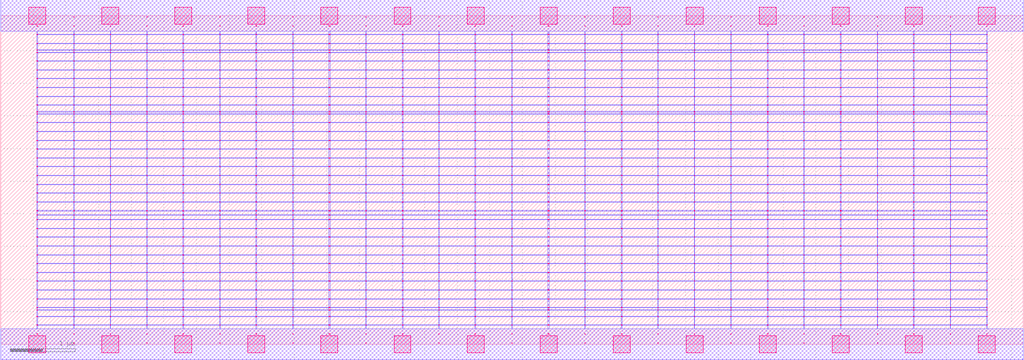
<source format=lef>
MACRO OOAOOAI22141_DEBUG
 CLASS CORE ;
 FOREIGN OOAOOAI22141_DEBUG 0 0 ;
 SIZE 15.68 BY 5.04 ;
 ORIGIN 0 0 ;
 SYMMETRY X Y R90 ;
 SITE unit ;

 OBS
    LAYER polycont ;
     RECT 7.83600000 2.58300000 7.84400000 2.59100000 ;
     RECT 7.83600000 2.71800000 7.84400000 2.72600000 ;
     RECT 7.83600000 2.85300000 7.84400000 2.86100000 ;
     RECT 7.83600000 2.98800000 7.84400000 2.99600000 ;
     RECT 10.07600000 2.58300000 10.08400000 2.59100000 ;
     RECT 10.63100000 2.58300000 10.64400000 2.59100000 ;
     RECT 11.19600000 2.58300000 11.20400000 2.59100000 ;
     RECT 11.75100000 2.58300000 11.76900000 2.59100000 ;
     RECT 12.31600000 2.58300000 12.32400000 2.59100000 ;
     RECT 12.87100000 2.58300000 12.88900000 2.59100000 ;
     RECT 13.43600000 2.58300000 13.44400000 2.59100000 ;
     RECT 13.99100000 2.58300000 14.00900000 2.59100000 ;
     RECT 14.55600000 2.58300000 14.56400000 2.59100000 ;
     RECT 15.11600000 2.58300000 15.12900000 2.59100000 ;
     RECT 8.39100000 2.58300000 8.40900000 2.59100000 ;
     RECT 8.39100000 2.71800000 8.40900000 2.72600000 ;
     RECT 8.95600000 2.71800000 8.96400000 2.72600000 ;
     RECT 9.51600000 2.71800000 9.52900000 2.72600000 ;
     RECT 10.07600000 2.71800000 10.08400000 2.72600000 ;
     RECT 10.63100000 2.71800000 10.64400000 2.72600000 ;
     RECT 11.19600000 2.71800000 11.20400000 2.72600000 ;
     RECT 11.75100000 2.71800000 11.76900000 2.72600000 ;
     RECT 12.31600000 2.71800000 12.32400000 2.72600000 ;
     RECT 12.87100000 2.71800000 12.88900000 2.72600000 ;
     RECT 13.43600000 2.71800000 13.44400000 2.72600000 ;
     RECT 13.99100000 2.71800000 14.00900000 2.72600000 ;
     RECT 14.55600000 2.71800000 14.56400000 2.72600000 ;
     RECT 15.11600000 2.71800000 15.12900000 2.72600000 ;
     RECT 8.95600000 2.58300000 8.96400000 2.59100000 ;
     RECT 8.39100000 2.85300000 8.40900000 2.86100000 ;
     RECT 8.95600000 2.85300000 8.96400000 2.86100000 ;
     RECT 9.51600000 2.85300000 9.52900000 2.86100000 ;
     RECT 10.07600000 2.85300000 10.08400000 2.86100000 ;
     RECT 10.63100000 2.85300000 10.64400000 2.86100000 ;
     RECT 11.19600000 2.85300000 11.20400000 2.86100000 ;
     RECT 11.75100000 2.85300000 11.76900000 2.86100000 ;
     RECT 12.31600000 2.85300000 12.32400000 2.86100000 ;
     RECT 12.87100000 2.85300000 12.88900000 2.86100000 ;
     RECT 13.43600000 2.85300000 13.44400000 2.86100000 ;
     RECT 13.99100000 2.85300000 14.00900000 2.86100000 ;
     RECT 14.55600000 2.85300000 14.56400000 2.86100000 ;
     RECT 15.11600000 2.85300000 15.12900000 2.86100000 ;
     RECT 9.51600000 2.58300000 9.52900000 2.59100000 ;
     RECT 8.39100000 2.98800000 8.40900000 2.99600000 ;
     RECT 8.95600000 2.98800000 8.96400000 2.99600000 ;
     RECT 9.51600000 2.98800000 9.52900000 2.99600000 ;
     RECT 10.07600000 2.98800000 10.08400000 2.99600000 ;
     RECT 10.63100000 2.98800000 10.64400000 2.99600000 ;
     RECT 11.19600000 2.98800000 11.20400000 2.99600000 ;
     RECT 11.75100000 2.98800000 11.76900000 2.99600000 ;
     RECT 12.31600000 2.98800000 12.32400000 2.99600000 ;
     RECT 12.87100000 2.98800000 12.88900000 2.99600000 ;
     RECT 13.43600000 2.98800000 13.44400000 2.99600000 ;
     RECT 13.99100000 2.98800000 14.00900000 2.99600000 ;
     RECT 14.55600000 2.98800000 14.56400000 2.99600000 ;
     RECT 15.11600000 2.98800000 15.12900000 2.99600000 ;
     RECT 10.07600000 3.12300000 10.08400000 3.13100000 ;
     RECT 10.07600000 3.25800000 10.08400000 3.26600000 ;
     RECT 10.07600000 3.39300000 10.08400000 3.40100000 ;
     RECT 10.07600000 3.52800000 10.08400000 3.53600000 ;
     RECT 10.07600000 3.56100000 10.08400000 3.56900000 ;
     RECT 10.07600000 3.66300000 10.08400000 3.67100000 ;
     RECT 10.07600000 3.79800000 10.08400000 3.80600000 ;
     RECT 10.07600000 3.93300000 10.08400000 3.94100000 ;
     RECT 10.07600000 4.06800000 10.08400000 4.07600000 ;
     RECT 10.07600000 4.20300000 10.08400000 4.21100000 ;
     RECT 10.07600000 4.33800000 10.08400000 4.34600000 ;
     RECT 10.07600000 4.47300000 10.08400000 4.48100000 ;
     RECT 10.07600000 4.51100000 10.08400000 4.51900000 ;
     RECT 10.07600000 4.60800000 10.08400000 4.61600000 ;
     RECT 10.07600000 4.74300000 10.08400000 4.75100000 ;
     RECT 10.07600000 4.87800000 10.08400000 4.88600000 ;
     RECT 3.91100000 2.71800000 3.92900000 2.72600000 ;
     RECT 4.47600000 2.71800000 4.48400000 2.72600000 ;
     RECT 5.03100000 2.71800000 5.04900000 2.72600000 ;
     RECT 5.59600000 2.71800000 5.60400000 2.72600000 ;
     RECT 6.15600000 2.71800000 6.16900000 2.72600000 ;
     RECT 6.71600000 2.71800000 6.72400000 2.72600000 ;
     RECT 7.27100000 2.71800000 7.28400000 2.72600000 ;
     RECT 1.11600000 2.58300000 1.12400000 2.59100000 ;
     RECT 1.67600000 2.58300000 1.68900000 2.59100000 ;
     RECT 0.55100000 2.98800000 0.56400000 2.99600000 ;
     RECT 1.11600000 2.98800000 1.12400000 2.99600000 ;
     RECT 1.67600000 2.98800000 1.68900000 2.99600000 ;
     RECT 2.23600000 2.98800000 2.24400000 2.99600000 ;
     RECT 2.79100000 2.98800000 2.80400000 2.99600000 ;
     RECT 3.35600000 2.98800000 3.36400000 2.99600000 ;
     RECT 3.91100000 2.98800000 3.92900000 2.99600000 ;
     RECT 4.47600000 2.98800000 4.48400000 2.99600000 ;
     RECT 5.03100000 2.98800000 5.04900000 2.99600000 ;
     RECT 5.59600000 2.98800000 5.60400000 2.99600000 ;
     RECT 6.15600000 2.98800000 6.16900000 2.99600000 ;
     RECT 6.71600000 2.98800000 6.72400000 2.99600000 ;
     RECT 7.27100000 2.98800000 7.28400000 2.99600000 ;
     RECT 2.23600000 2.58300000 2.24400000 2.59100000 ;
     RECT 2.79100000 2.58300000 2.80400000 2.59100000 ;
     RECT 3.35600000 2.58300000 3.36400000 2.59100000 ;
     RECT 3.91100000 2.58300000 3.92900000 2.59100000 ;
     RECT 4.47600000 2.58300000 4.48400000 2.59100000 ;
     RECT 5.03100000 2.58300000 5.04900000 2.59100000 ;
     RECT 5.59600000 2.58300000 5.60400000 2.59100000 ;
     RECT 6.15600000 2.58300000 6.16900000 2.59100000 ;
     RECT 6.71600000 2.58300000 6.72400000 2.59100000 ;
     RECT 7.27100000 2.58300000 7.28400000 2.59100000 ;
     RECT 0.55100000 2.58300000 0.56400000 2.59100000 ;
     RECT 0.55100000 2.71800000 0.56400000 2.72600000 ;
     RECT 0.55100000 2.85300000 0.56400000 2.86100000 ;
     RECT 1.11600000 2.85300000 1.12400000 2.86100000 ;
     RECT 2.23600000 3.12300000 2.24400000 3.13100000 ;
     RECT 6.71600000 3.12300000 6.72400000 3.13100000 ;
     RECT 1.67600000 2.85300000 1.68900000 2.86100000 ;
     RECT 2.23600000 3.25800000 2.24400000 3.26600000 ;
     RECT 6.71600000 3.25800000 6.72400000 3.26600000 ;
     RECT 2.23600000 2.85300000 2.24400000 2.86100000 ;
     RECT 2.23600000 3.39300000 2.24400000 3.40100000 ;
     RECT 6.71600000 3.39300000 6.72400000 3.40100000 ;
     RECT 2.79100000 2.85300000 2.80400000 2.86100000 ;
     RECT 2.23600000 3.52800000 2.24400000 3.53600000 ;
     RECT 6.71600000 3.52800000 6.72400000 3.53600000 ;
     RECT 3.35600000 2.85300000 3.36400000 2.86100000 ;
     RECT 2.23600000 3.56100000 2.24400000 3.56900000 ;
     RECT 6.71600000 3.56100000 6.72400000 3.56900000 ;
     RECT 3.91100000 2.85300000 3.92900000 2.86100000 ;
     RECT 2.23600000 3.66300000 2.24400000 3.67100000 ;
     RECT 6.71600000 3.66300000 6.72400000 3.67100000 ;
     RECT 4.47600000 2.85300000 4.48400000 2.86100000 ;
     RECT 2.23600000 3.79800000 2.24400000 3.80600000 ;
     RECT 6.71600000 3.79800000 6.72400000 3.80600000 ;
     RECT 5.03100000 2.85300000 5.04900000 2.86100000 ;
     RECT 2.23600000 3.93300000 2.24400000 3.94100000 ;
     RECT 6.71600000 3.93300000 6.72400000 3.94100000 ;
     RECT 5.59600000 2.85300000 5.60400000 2.86100000 ;
     RECT 2.23600000 4.06800000 2.24400000 4.07600000 ;
     RECT 6.71600000 4.06800000 6.72400000 4.07600000 ;
     RECT 6.15600000 2.85300000 6.16900000 2.86100000 ;
     RECT 2.23600000 4.20300000 2.24400000 4.21100000 ;
     RECT 6.71600000 4.20300000 6.72400000 4.21100000 ;
     RECT 6.71600000 2.85300000 6.72400000 2.86100000 ;
     RECT 2.23600000 4.33800000 2.24400000 4.34600000 ;
     RECT 6.71600000 4.33800000 6.72400000 4.34600000 ;
     RECT 7.27100000 2.85300000 7.28400000 2.86100000 ;
     RECT 2.23600000 4.47300000 2.24400000 4.48100000 ;
     RECT 6.71600000 4.47300000 6.72400000 4.48100000 ;
     RECT 1.11600000 2.71800000 1.12400000 2.72600000 ;
     RECT 2.23600000 4.51100000 2.24400000 4.51900000 ;
     RECT 6.71600000 4.51100000 6.72400000 4.51900000 ;
     RECT 1.67600000 2.71800000 1.68900000 2.72600000 ;
     RECT 2.23600000 4.60800000 2.24400000 4.61600000 ;
     RECT 6.71600000 4.60800000 6.72400000 4.61600000 ;
     RECT 2.23600000 2.71800000 2.24400000 2.72600000 ;
     RECT 2.23600000 4.74300000 2.24400000 4.75100000 ;
     RECT 6.71600000 4.74300000 6.72400000 4.75100000 ;
     RECT 2.79100000 2.71800000 2.80400000 2.72600000 ;
     RECT 2.23600000 4.87800000 2.24400000 4.88600000 ;
     RECT 6.71600000 4.87800000 6.72400000 4.88600000 ;
     RECT 3.35600000 2.71800000 3.36400000 2.72600000 ;
     RECT 2.23600000 2.04300000 2.24400000 2.05100000 ;
     RECT 2.23600000 2.17800000 2.24400000 2.18600000 ;
     RECT 2.23600000 2.31300000 2.24400000 2.32100000 ;
     RECT 2.23600000 2.44800000 2.24400000 2.45600000 ;
     RECT 2.23600000 0.15300000 2.24400000 0.16100000 ;
     RECT 2.23600000 0.28800000 2.24400000 0.29600000 ;
     RECT 2.23600000 0.42300000 2.24400000 0.43100000 ;
     RECT 2.23600000 0.52100000 2.24400000 0.52900000 ;
     RECT 2.23600000 0.55800000 2.24400000 0.56600000 ;
     RECT 2.23600000 0.69300000 2.24400000 0.70100000 ;
     RECT 2.23600000 0.82800000 2.24400000 0.83600000 ;
     RECT 2.23600000 0.96300000 2.24400000 0.97100000 ;
     RECT 2.23600000 1.09800000 2.24400000 1.10600000 ;
     RECT 2.23600000 1.23300000 2.24400000 1.24100000 ;
     RECT 2.23600000 1.36800000 2.24400000 1.37600000 ;
     RECT 2.23600000 1.50300000 2.24400000 1.51100000 ;
     RECT 2.23600000 1.63800000 2.24400000 1.64600000 ;
     RECT 2.23600000 1.77300000 2.24400000 1.78100000 ;
     RECT 2.23600000 1.90800000 2.24400000 1.91600000 ;
     RECT 2.23600000 1.98100000 2.24400000 1.98900000 ;
     RECT 13.43600000 2.44800000 13.44400000 2.45600000 ;
     RECT 13.99100000 2.44800000 14.00900000 2.45600000 ;
     RECT 14.55600000 2.44800000 14.56400000 2.45600000 ;
     RECT 15.11600000 2.44800000 15.12900000 2.45600000 ;
     RECT 15.11600000 0.15300000 15.12900000 0.16100000 ;
     RECT 13.43600000 0.55800000 13.44400000 0.56600000 ;
     RECT 13.99100000 0.55800000 14.00900000 0.56600000 ;
     RECT 14.55600000 0.55800000 14.56400000 0.56600000 ;
     RECT 15.11600000 0.55800000 15.12900000 0.56600000 ;
     RECT 13.43600000 0.15300000 13.44400000 0.16100000 ;
     RECT 13.43600000 0.69300000 13.44400000 0.70100000 ;
     RECT 13.99100000 0.69300000 14.00900000 0.70100000 ;
     RECT 14.55600000 0.69300000 14.56400000 0.70100000 ;
     RECT 15.11600000 0.69300000 15.12900000 0.70100000 ;
     RECT 13.43600000 0.28800000 13.44400000 0.29600000 ;
     RECT 13.43600000 0.82800000 13.44400000 0.83600000 ;
     RECT 13.99100000 0.82800000 14.00900000 0.83600000 ;
     RECT 14.55600000 0.82800000 14.56400000 0.83600000 ;
     RECT 15.11600000 0.82800000 15.12900000 0.83600000 ;
     RECT 13.99100000 0.28800000 14.00900000 0.29600000 ;
     RECT 13.43600000 0.96300000 13.44400000 0.97100000 ;
     RECT 13.99100000 0.96300000 14.00900000 0.97100000 ;
     RECT 14.55600000 0.96300000 14.56400000 0.97100000 ;
     RECT 15.11600000 0.96300000 15.12900000 0.97100000 ;
     RECT 14.55600000 0.28800000 14.56400000 0.29600000 ;
     RECT 13.43600000 1.09800000 13.44400000 1.10600000 ;
     RECT 13.99100000 1.09800000 14.00900000 1.10600000 ;
     RECT 14.55600000 1.09800000 14.56400000 1.10600000 ;
     RECT 15.11600000 1.09800000 15.12900000 1.10600000 ;
     RECT 15.11600000 0.28800000 15.12900000 0.29600000 ;
     RECT 13.43600000 1.23300000 13.44400000 1.24100000 ;
     RECT 13.99100000 1.23300000 14.00900000 1.24100000 ;
     RECT 14.55600000 1.23300000 14.56400000 1.24100000 ;
     RECT 15.11600000 1.23300000 15.12900000 1.24100000 ;
     RECT 13.99100000 0.15300000 14.00900000 0.16100000 ;
     RECT 13.43600000 1.36800000 13.44400000 1.37600000 ;
     RECT 13.99100000 1.36800000 14.00900000 1.37600000 ;
     RECT 14.55600000 1.36800000 14.56400000 1.37600000 ;
     RECT 15.11600000 1.36800000 15.12900000 1.37600000 ;
     RECT 13.43600000 0.42300000 13.44400000 0.43100000 ;
     RECT 13.43600000 1.50300000 13.44400000 1.51100000 ;
     RECT 13.99100000 1.50300000 14.00900000 1.51100000 ;
     RECT 14.55600000 1.50300000 14.56400000 1.51100000 ;
     RECT 15.11600000 1.50300000 15.12900000 1.51100000 ;
     RECT 13.99100000 0.42300000 14.00900000 0.43100000 ;
     RECT 13.43600000 1.63800000 13.44400000 1.64600000 ;
     RECT 13.99100000 1.63800000 14.00900000 1.64600000 ;
     RECT 14.55600000 1.63800000 14.56400000 1.64600000 ;
     RECT 15.11600000 1.63800000 15.12900000 1.64600000 ;
     RECT 14.55600000 0.42300000 14.56400000 0.43100000 ;
     RECT 13.43600000 1.77300000 13.44400000 1.78100000 ;
     RECT 13.99100000 1.77300000 14.00900000 1.78100000 ;
     RECT 14.55600000 1.77300000 14.56400000 1.78100000 ;
     RECT 15.11600000 1.77300000 15.12900000 1.78100000 ;
     RECT 15.11600000 0.42300000 15.12900000 0.43100000 ;
     RECT 13.43600000 1.90800000 13.44400000 1.91600000 ;
     RECT 13.99100000 1.90800000 14.00900000 1.91600000 ;
     RECT 14.55600000 1.90800000 14.56400000 1.91600000 ;
     RECT 15.11600000 1.90800000 15.12900000 1.91600000 ;
     RECT 14.55600000 0.15300000 14.56400000 0.16100000 ;
     RECT 13.43600000 1.98100000 13.44400000 1.98900000 ;
     RECT 13.99100000 1.98100000 14.00900000 1.98900000 ;
     RECT 14.55600000 1.98100000 14.56400000 1.98900000 ;
     RECT 15.11600000 1.98100000 15.12900000 1.98900000 ;
     RECT 13.43600000 0.52100000 13.44400000 0.52900000 ;
     RECT 13.43600000 2.04300000 13.44400000 2.05100000 ;
     RECT 13.99100000 2.04300000 14.00900000 2.05100000 ;
     RECT 14.55600000 2.04300000 14.56400000 2.05100000 ;
     RECT 15.11600000 2.04300000 15.12900000 2.05100000 ;
     RECT 13.99100000 0.52100000 14.00900000 0.52900000 ;
     RECT 13.43600000 2.17800000 13.44400000 2.18600000 ;
     RECT 13.99100000 2.17800000 14.00900000 2.18600000 ;
     RECT 14.55600000 2.17800000 14.56400000 2.18600000 ;
     RECT 15.11600000 2.17800000 15.12900000 2.18600000 ;
     RECT 14.55600000 0.52100000 14.56400000 0.52900000 ;
     RECT 13.43600000 2.31300000 13.44400000 2.32100000 ;
     RECT 13.99100000 2.31300000 14.00900000 2.32100000 ;
     RECT 14.55600000 2.31300000 14.56400000 2.32100000 ;
     RECT 15.11600000 2.31300000 15.12900000 2.32100000 ;
     RECT 15.11600000 0.52100000 15.12900000 0.52900000 ;

    LAYER pdiffc ;
     RECT 0.55100000 3.39300000 0.55900000 3.40100000 ;
     RECT 1.68100000 3.39300000 1.68900000 3.40100000 ;
     RECT 2.79100000 3.39300000 2.79900000 3.40100000 ;
     RECT 6.16100000 3.39300000 6.16900000 3.40100000 ;
     RECT 7.27100000 3.39300000 7.27900000 3.40100000 ;
     RECT 9.52100000 3.39300000 9.52900000 3.40100000 ;
     RECT 10.63100000 3.39300000 10.63900000 3.40100000 ;
     RECT 15.12100000 3.39300000 15.12900000 3.40100000 ;
     RECT 0.55100000 3.52800000 0.55900000 3.53600000 ;
     RECT 1.68100000 3.52800000 1.68900000 3.53600000 ;
     RECT 2.79100000 3.52800000 2.79900000 3.53600000 ;
     RECT 6.16100000 3.52800000 6.16900000 3.53600000 ;
     RECT 7.27100000 3.52800000 7.27900000 3.53600000 ;
     RECT 9.52100000 3.52800000 9.52900000 3.53600000 ;
     RECT 10.63100000 3.52800000 10.63900000 3.53600000 ;
     RECT 15.12100000 3.52800000 15.12900000 3.53600000 ;
     RECT 0.55100000 3.56100000 0.55900000 3.56900000 ;
     RECT 1.68100000 3.56100000 1.68900000 3.56900000 ;
     RECT 2.79100000 3.56100000 2.79900000 3.56900000 ;
     RECT 6.16100000 3.56100000 6.16900000 3.56900000 ;
     RECT 7.27100000 3.56100000 7.27900000 3.56900000 ;
     RECT 9.52100000 3.56100000 9.52900000 3.56900000 ;
     RECT 10.63100000 3.56100000 10.63900000 3.56900000 ;
     RECT 15.12100000 3.56100000 15.12900000 3.56900000 ;
     RECT 0.55100000 3.66300000 0.55900000 3.67100000 ;
     RECT 1.68100000 3.66300000 1.68900000 3.67100000 ;
     RECT 2.79100000 3.66300000 2.79900000 3.67100000 ;
     RECT 6.16100000 3.66300000 6.16900000 3.67100000 ;
     RECT 7.27100000 3.66300000 7.27900000 3.67100000 ;
     RECT 9.52100000 3.66300000 9.52900000 3.67100000 ;
     RECT 10.63100000 3.66300000 10.63900000 3.67100000 ;
     RECT 15.12100000 3.66300000 15.12900000 3.67100000 ;
     RECT 0.55100000 3.79800000 0.55900000 3.80600000 ;
     RECT 1.68100000 3.79800000 1.68900000 3.80600000 ;
     RECT 2.79100000 3.79800000 2.79900000 3.80600000 ;
     RECT 6.16100000 3.79800000 6.16900000 3.80600000 ;
     RECT 7.27100000 3.79800000 7.27900000 3.80600000 ;
     RECT 9.52100000 3.79800000 9.52900000 3.80600000 ;
     RECT 10.63100000 3.79800000 10.63900000 3.80600000 ;
     RECT 15.12100000 3.79800000 15.12900000 3.80600000 ;
     RECT 0.55100000 3.93300000 0.55900000 3.94100000 ;
     RECT 1.68100000 3.93300000 1.68900000 3.94100000 ;
     RECT 2.79100000 3.93300000 2.79900000 3.94100000 ;
     RECT 6.16100000 3.93300000 6.16900000 3.94100000 ;
     RECT 7.27100000 3.93300000 7.27900000 3.94100000 ;
     RECT 9.52100000 3.93300000 9.52900000 3.94100000 ;
     RECT 10.63100000 3.93300000 10.63900000 3.94100000 ;
     RECT 15.12100000 3.93300000 15.12900000 3.94100000 ;
     RECT 0.55100000 4.06800000 0.55900000 4.07600000 ;
     RECT 1.68100000 4.06800000 1.68900000 4.07600000 ;
     RECT 2.79100000 4.06800000 2.79900000 4.07600000 ;
     RECT 6.16100000 4.06800000 6.16900000 4.07600000 ;
     RECT 7.27100000 4.06800000 7.27900000 4.07600000 ;
     RECT 9.52100000 4.06800000 9.52900000 4.07600000 ;
     RECT 10.63100000 4.06800000 10.63900000 4.07600000 ;
     RECT 15.12100000 4.06800000 15.12900000 4.07600000 ;
     RECT 0.55100000 4.20300000 0.55900000 4.21100000 ;
     RECT 1.68100000 4.20300000 1.68900000 4.21100000 ;
     RECT 2.79100000 4.20300000 2.79900000 4.21100000 ;
     RECT 6.16100000 4.20300000 6.16900000 4.21100000 ;
     RECT 7.27100000 4.20300000 7.27900000 4.21100000 ;
     RECT 9.52100000 4.20300000 9.52900000 4.21100000 ;
     RECT 10.63100000 4.20300000 10.63900000 4.21100000 ;
     RECT 15.12100000 4.20300000 15.12900000 4.21100000 ;
     RECT 0.55100000 4.33800000 0.55900000 4.34600000 ;
     RECT 1.68100000 4.33800000 1.68900000 4.34600000 ;
     RECT 2.79100000 4.33800000 2.79900000 4.34600000 ;
     RECT 6.16100000 4.33800000 6.16900000 4.34600000 ;
     RECT 7.27100000 4.33800000 7.27900000 4.34600000 ;
     RECT 9.52100000 4.33800000 9.52900000 4.34600000 ;
     RECT 10.63100000 4.33800000 10.63900000 4.34600000 ;
     RECT 15.12100000 4.33800000 15.12900000 4.34600000 ;
     RECT 0.55100000 4.47300000 0.55900000 4.48100000 ;
     RECT 1.68100000 4.47300000 1.68900000 4.48100000 ;
     RECT 2.79100000 4.47300000 2.79900000 4.48100000 ;
     RECT 6.16100000 4.47300000 6.16900000 4.48100000 ;
     RECT 7.27100000 4.47300000 7.27900000 4.48100000 ;
     RECT 9.52100000 4.47300000 9.52900000 4.48100000 ;
     RECT 10.63100000 4.47300000 10.63900000 4.48100000 ;
     RECT 15.12100000 4.47300000 15.12900000 4.48100000 ;
     RECT 0.55100000 4.51100000 0.55900000 4.51900000 ;
     RECT 1.68100000 4.51100000 1.68900000 4.51900000 ;
     RECT 2.79100000 4.51100000 2.79900000 4.51900000 ;
     RECT 6.16100000 4.51100000 6.16900000 4.51900000 ;
     RECT 7.27100000 4.51100000 7.27900000 4.51900000 ;
     RECT 9.52100000 4.51100000 9.52900000 4.51900000 ;
     RECT 10.63100000 4.51100000 10.63900000 4.51900000 ;
     RECT 15.12100000 4.51100000 15.12900000 4.51900000 ;
     RECT 0.55100000 4.60800000 0.55900000 4.61600000 ;
     RECT 1.68100000 4.60800000 1.68900000 4.61600000 ;
     RECT 2.79100000 4.60800000 2.79900000 4.61600000 ;
     RECT 6.16100000 4.60800000 6.16900000 4.61600000 ;
     RECT 7.27100000 4.60800000 7.27900000 4.61600000 ;
     RECT 9.52100000 4.60800000 9.52900000 4.61600000 ;
     RECT 10.63100000 4.60800000 10.63900000 4.61600000 ;
     RECT 15.12100000 4.60800000 15.12900000 4.61600000 ;

    LAYER ndiffc ;
     RECT 7.27100000 0.42300000 7.28400000 0.43100000 ;
     RECT 8.39100000 0.42300000 8.40900000 0.43100000 ;
     RECT 9.51600000 0.42300000 9.52900000 0.43100000 ;
     RECT 10.63100000 0.42300000 10.64400000 0.43100000 ;
     RECT 11.75100000 0.42300000 11.76900000 0.43100000 ;
     RECT 12.87100000 0.42300000 12.88900000 0.43100000 ;
     RECT 7.27100000 0.52100000 7.28400000 0.52900000 ;
     RECT 8.39100000 0.52100000 8.40900000 0.52900000 ;
     RECT 9.51600000 0.52100000 9.52900000 0.52900000 ;
     RECT 10.63100000 0.52100000 10.64400000 0.52900000 ;
     RECT 11.75100000 0.52100000 11.76900000 0.52900000 ;
     RECT 12.87100000 0.52100000 12.88900000 0.52900000 ;
     RECT 7.27100000 0.55800000 7.28400000 0.56600000 ;
     RECT 8.39100000 0.55800000 8.40900000 0.56600000 ;
     RECT 9.51600000 0.55800000 9.52900000 0.56600000 ;
     RECT 10.63100000 0.55800000 10.64400000 0.56600000 ;
     RECT 11.75100000 0.55800000 11.76900000 0.56600000 ;
     RECT 12.87100000 0.55800000 12.88900000 0.56600000 ;
     RECT 7.27100000 0.69300000 7.28400000 0.70100000 ;
     RECT 8.39100000 0.69300000 8.40900000 0.70100000 ;
     RECT 9.51600000 0.69300000 9.52900000 0.70100000 ;
     RECT 10.63100000 0.69300000 10.64400000 0.70100000 ;
     RECT 11.75100000 0.69300000 11.76900000 0.70100000 ;
     RECT 12.87100000 0.69300000 12.88900000 0.70100000 ;
     RECT 7.27100000 0.82800000 7.28400000 0.83600000 ;
     RECT 8.39100000 0.82800000 8.40900000 0.83600000 ;
     RECT 9.51600000 0.82800000 9.52900000 0.83600000 ;
     RECT 10.63100000 0.82800000 10.64400000 0.83600000 ;
     RECT 11.75100000 0.82800000 11.76900000 0.83600000 ;
     RECT 12.87100000 0.82800000 12.88900000 0.83600000 ;
     RECT 7.27100000 0.96300000 7.28400000 0.97100000 ;
     RECT 8.39100000 0.96300000 8.40900000 0.97100000 ;
     RECT 9.51600000 0.96300000 9.52900000 0.97100000 ;
     RECT 10.63100000 0.96300000 10.64400000 0.97100000 ;
     RECT 11.75100000 0.96300000 11.76900000 0.97100000 ;
     RECT 12.87100000 0.96300000 12.88900000 0.97100000 ;
     RECT 7.27100000 1.09800000 7.28400000 1.10600000 ;
     RECT 8.39100000 1.09800000 8.40900000 1.10600000 ;
     RECT 9.51600000 1.09800000 9.52900000 1.10600000 ;
     RECT 10.63100000 1.09800000 10.64400000 1.10600000 ;
     RECT 11.75100000 1.09800000 11.76900000 1.10600000 ;
     RECT 12.87100000 1.09800000 12.88900000 1.10600000 ;
     RECT 7.27100000 1.23300000 7.28400000 1.24100000 ;
     RECT 8.39100000 1.23300000 8.40900000 1.24100000 ;
     RECT 9.51600000 1.23300000 9.52900000 1.24100000 ;
     RECT 10.63100000 1.23300000 10.64400000 1.24100000 ;
     RECT 11.75100000 1.23300000 11.76900000 1.24100000 ;
     RECT 12.87100000 1.23300000 12.88900000 1.24100000 ;
     RECT 7.27100000 1.36800000 7.28400000 1.37600000 ;
     RECT 8.39100000 1.36800000 8.40900000 1.37600000 ;
     RECT 9.51600000 1.36800000 9.52900000 1.37600000 ;
     RECT 10.63100000 1.36800000 10.64400000 1.37600000 ;
     RECT 11.75100000 1.36800000 11.76900000 1.37600000 ;
     RECT 12.87100000 1.36800000 12.88900000 1.37600000 ;
     RECT 7.27100000 1.50300000 7.28400000 1.51100000 ;
     RECT 8.39100000 1.50300000 8.40900000 1.51100000 ;
     RECT 9.51600000 1.50300000 9.52900000 1.51100000 ;
     RECT 10.63100000 1.50300000 10.64400000 1.51100000 ;
     RECT 11.75100000 1.50300000 11.76900000 1.51100000 ;
     RECT 12.87100000 1.50300000 12.88900000 1.51100000 ;
     RECT 7.27100000 1.63800000 7.28400000 1.64600000 ;
     RECT 8.39100000 1.63800000 8.40900000 1.64600000 ;
     RECT 9.51600000 1.63800000 9.52900000 1.64600000 ;
     RECT 10.63100000 1.63800000 10.64400000 1.64600000 ;
     RECT 11.75100000 1.63800000 11.76900000 1.64600000 ;
     RECT 12.87100000 1.63800000 12.88900000 1.64600000 ;
     RECT 7.27100000 1.77300000 7.28400000 1.78100000 ;
     RECT 8.39100000 1.77300000 8.40900000 1.78100000 ;
     RECT 9.51600000 1.77300000 9.52900000 1.78100000 ;
     RECT 10.63100000 1.77300000 10.64400000 1.78100000 ;
     RECT 11.75100000 1.77300000 11.76900000 1.78100000 ;
     RECT 12.87100000 1.77300000 12.88900000 1.78100000 ;
     RECT 7.27100000 1.90800000 7.28400000 1.91600000 ;
     RECT 8.39100000 1.90800000 8.40900000 1.91600000 ;
     RECT 9.51600000 1.90800000 9.52900000 1.91600000 ;
     RECT 10.63100000 1.90800000 10.64400000 1.91600000 ;
     RECT 11.75100000 1.90800000 11.76900000 1.91600000 ;
     RECT 12.87100000 1.90800000 12.88900000 1.91600000 ;
     RECT 7.27100000 1.98100000 7.28400000 1.98900000 ;
     RECT 8.39100000 1.98100000 8.40900000 1.98900000 ;
     RECT 9.51600000 1.98100000 9.52900000 1.98900000 ;
     RECT 10.63100000 1.98100000 10.64400000 1.98900000 ;
     RECT 11.75100000 1.98100000 11.76900000 1.98900000 ;
     RECT 12.87100000 1.98100000 12.88900000 1.98900000 ;
     RECT 7.27100000 2.04300000 7.28400000 2.05100000 ;
     RECT 8.39100000 2.04300000 8.40900000 2.05100000 ;
     RECT 9.51600000 2.04300000 9.52900000 2.05100000 ;
     RECT 10.63100000 2.04300000 10.64400000 2.05100000 ;
     RECT 11.75100000 2.04300000 11.76900000 2.05100000 ;
     RECT 12.87100000 2.04300000 12.88900000 2.05100000 ;
     RECT 0.55100000 0.42300000 0.56400000 0.43100000 ;
     RECT 1.67600000 0.42300000 1.68900000 0.43100000 ;
     RECT 2.79100000 0.42300000 2.80400000 0.43100000 ;
     RECT 3.91100000 0.42300000 3.92900000 0.43100000 ;
     RECT 5.03100000 0.42300000 5.04900000 0.43100000 ;
     RECT 6.15600000 0.42300000 6.16900000 0.43100000 ;
     RECT 0.55100000 1.36800000 0.56400000 1.37600000 ;
     RECT 1.67600000 1.36800000 1.68900000 1.37600000 ;
     RECT 2.79100000 1.36800000 2.80400000 1.37600000 ;
     RECT 3.91100000 1.36800000 3.92900000 1.37600000 ;
     RECT 5.03100000 1.36800000 5.04900000 1.37600000 ;
     RECT 6.15600000 1.36800000 6.16900000 1.37600000 ;
     RECT 0.55100000 0.82800000 0.56400000 0.83600000 ;
     RECT 1.67600000 0.82800000 1.68900000 0.83600000 ;
     RECT 2.79100000 0.82800000 2.80400000 0.83600000 ;
     RECT 3.91100000 0.82800000 3.92900000 0.83600000 ;
     RECT 5.03100000 0.82800000 5.04900000 0.83600000 ;
     RECT 6.15600000 0.82800000 6.16900000 0.83600000 ;
     RECT 0.55100000 1.50300000 0.56400000 1.51100000 ;
     RECT 1.67600000 1.50300000 1.68900000 1.51100000 ;
     RECT 2.79100000 1.50300000 2.80400000 1.51100000 ;
     RECT 3.91100000 1.50300000 3.92900000 1.51100000 ;
     RECT 5.03100000 1.50300000 5.04900000 1.51100000 ;
     RECT 6.15600000 1.50300000 6.16900000 1.51100000 ;
     RECT 0.55100000 0.55800000 0.56400000 0.56600000 ;
     RECT 1.67600000 0.55800000 1.68900000 0.56600000 ;
     RECT 2.79100000 0.55800000 2.80400000 0.56600000 ;
     RECT 3.91100000 0.55800000 3.92900000 0.56600000 ;
     RECT 5.03100000 0.55800000 5.04900000 0.56600000 ;
     RECT 6.15600000 0.55800000 6.16900000 0.56600000 ;
     RECT 0.55100000 1.63800000 0.56400000 1.64600000 ;
     RECT 1.67600000 1.63800000 1.68900000 1.64600000 ;
     RECT 2.79100000 1.63800000 2.80400000 1.64600000 ;
     RECT 3.91100000 1.63800000 3.92900000 1.64600000 ;
     RECT 5.03100000 1.63800000 5.04900000 1.64600000 ;
     RECT 6.15600000 1.63800000 6.16900000 1.64600000 ;
     RECT 0.55100000 0.96300000 0.56400000 0.97100000 ;
     RECT 1.67600000 0.96300000 1.68900000 0.97100000 ;
     RECT 2.79100000 0.96300000 2.80400000 0.97100000 ;
     RECT 3.91100000 0.96300000 3.92900000 0.97100000 ;
     RECT 5.03100000 0.96300000 5.04900000 0.97100000 ;
     RECT 6.15600000 0.96300000 6.16900000 0.97100000 ;
     RECT 0.55100000 1.77300000 0.56400000 1.78100000 ;
     RECT 1.67600000 1.77300000 1.68900000 1.78100000 ;
     RECT 2.79100000 1.77300000 2.80400000 1.78100000 ;
     RECT 3.91100000 1.77300000 3.92900000 1.78100000 ;
     RECT 5.03100000 1.77300000 5.04900000 1.78100000 ;
     RECT 6.15600000 1.77300000 6.16900000 1.78100000 ;
     RECT 0.55100000 0.52100000 0.56400000 0.52900000 ;
     RECT 1.67600000 0.52100000 1.68900000 0.52900000 ;
     RECT 2.79100000 0.52100000 2.80400000 0.52900000 ;
     RECT 3.91100000 0.52100000 3.92900000 0.52900000 ;
     RECT 5.03100000 0.52100000 5.04900000 0.52900000 ;
     RECT 6.15600000 0.52100000 6.16900000 0.52900000 ;
     RECT 0.55100000 1.90800000 0.56400000 1.91600000 ;
     RECT 1.67600000 1.90800000 1.68900000 1.91600000 ;
     RECT 2.79100000 1.90800000 2.80400000 1.91600000 ;
     RECT 3.91100000 1.90800000 3.92900000 1.91600000 ;
     RECT 5.03100000 1.90800000 5.04900000 1.91600000 ;
     RECT 6.15600000 1.90800000 6.16900000 1.91600000 ;
     RECT 0.55100000 1.09800000 0.56400000 1.10600000 ;
     RECT 1.67600000 1.09800000 1.68900000 1.10600000 ;
     RECT 2.79100000 1.09800000 2.80400000 1.10600000 ;
     RECT 3.91100000 1.09800000 3.92900000 1.10600000 ;
     RECT 5.03100000 1.09800000 5.04900000 1.10600000 ;
     RECT 6.15600000 1.09800000 6.16900000 1.10600000 ;
     RECT 0.55100000 1.98100000 0.56400000 1.98900000 ;
     RECT 1.67600000 1.98100000 1.68900000 1.98900000 ;
     RECT 2.79100000 1.98100000 2.80400000 1.98900000 ;
     RECT 3.91100000 1.98100000 3.92900000 1.98900000 ;
     RECT 5.03100000 1.98100000 5.04900000 1.98900000 ;
     RECT 6.15600000 1.98100000 6.16900000 1.98900000 ;
     RECT 0.55100000 0.69300000 0.56400000 0.70100000 ;
     RECT 1.67600000 0.69300000 1.68900000 0.70100000 ;
     RECT 2.79100000 0.69300000 2.80400000 0.70100000 ;
     RECT 3.91100000 0.69300000 3.92900000 0.70100000 ;
     RECT 5.03100000 0.69300000 5.04900000 0.70100000 ;
     RECT 6.15600000 0.69300000 6.16900000 0.70100000 ;
     RECT 0.55100000 2.04300000 0.56400000 2.05100000 ;
     RECT 1.67600000 2.04300000 1.68900000 2.05100000 ;
     RECT 2.79100000 2.04300000 2.80400000 2.05100000 ;
     RECT 3.91100000 2.04300000 3.92900000 2.05100000 ;
     RECT 5.03100000 2.04300000 5.04900000 2.05100000 ;
     RECT 6.15600000 2.04300000 6.16900000 2.05100000 ;
     RECT 0.55100000 1.23300000 0.56400000 1.24100000 ;
     RECT 1.67600000 1.23300000 1.68900000 1.24100000 ;
     RECT 2.79100000 1.23300000 2.80400000 1.24100000 ;
     RECT 3.91100000 1.23300000 3.92900000 1.24100000 ;
     RECT 5.03100000 1.23300000 5.04900000 1.24100000 ;
     RECT 6.15600000 1.23300000 6.16900000 1.24100000 ;

    LAYER met1 ;
     RECT 0.00000000 -0.24000000 15.68000000 0.24000000 ;
     RECT 7.83600000 0.24000000 7.84400000 0.28800000 ;
     RECT 0.55100000 0.28800000 15.12900000 0.29600000 ;
     RECT 7.83600000 0.29600000 7.84400000 0.42300000 ;
     RECT 0.55100000 0.42300000 15.12900000 0.43100000 ;
     RECT 7.83600000 0.43100000 7.84400000 0.52100000 ;
     RECT 0.55100000 0.52100000 15.12900000 0.52900000 ;
     RECT 7.83600000 0.52900000 7.84400000 0.55800000 ;
     RECT 0.55100000 0.55800000 15.12900000 0.56600000 ;
     RECT 7.83600000 0.56600000 7.84400000 0.69300000 ;
     RECT 0.55100000 0.69300000 15.12900000 0.70100000 ;
     RECT 7.83600000 0.70100000 7.84400000 0.82800000 ;
     RECT 0.55100000 0.82800000 15.12900000 0.83600000 ;
     RECT 7.83600000 0.83600000 7.84400000 0.96300000 ;
     RECT 0.55100000 0.96300000 15.12900000 0.97100000 ;
     RECT 7.83600000 0.97100000 7.84400000 1.09800000 ;
     RECT 0.55100000 1.09800000 15.12900000 1.10600000 ;
     RECT 7.83600000 1.10600000 7.84400000 1.23300000 ;
     RECT 0.55100000 1.23300000 15.12900000 1.24100000 ;
     RECT 7.83600000 1.24100000 7.84400000 1.36800000 ;
     RECT 0.55100000 1.36800000 15.12900000 1.37600000 ;
     RECT 7.83600000 1.37600000 7.84400000 1.50300000 ;
     RECT 0.55100000 1.50300000 15.12900000 1.51100000 ;
     RECT 7.83600000 1.51100000 7.84400000 1.63800000 ;
     RECT 0.55100000 1.63800000 15.12900000 1.64600000 ;
     RECT 7.83600000 1.64600000 7.84400000 1.77300000 ;
     RECT 0.55100000 1.77300000 15.12900000 1.78100000 ;
     RECT 7.83600000 1.78100000 7.84400000 1.90800000 ;
     RECT 0.55100000 1.90800000 15.12900000 1.91600000 ;
     RECT 7.83600000 1.91600000 7.84400000 1.98100000 ;
     RECT 0.55100000 1.98100000 15.12900000 1.98900000 ;
     RECT 7.83600000 1.98900000 7.84400000 2.04300000 ;
     RECT 0.55100000 2.04300000 15.12900000 2.05100000 ;
     RECT 7.83600000 2.05100000 7.84400000 2.17800000 ;
     RECT 0.55100000 2.17800000 15.12900000 2.18600000 ;
     RECT 7.83600000 2.18600000 7.84400000 2.31300000 ;
     RECT 0.55100000 2.31300000 15.12900000 2.32100000 ;
     RECT 7.83600000 2.32100000 7.84400000 2.44800000 ;
     RECT 0.55100000 2.44800000 15.12900000 2.45600000 ;
     RECT 0.55100000 2.45600000 0.56400000 2.58300000 ;
     RECT 1.11600000 2.45600000 1.12400000 2.58300000 ;
     RECT 1.67600000 2.45600000 1.68900000 2.58300000 ;
     RECT 2.23600000 2.45600000 2.24400000 2.58300000 ;
     RECT 2.79100000 2.45600000 2.80400000 2.58300000 ;
     RECT 3.35600000 2.45600000 3.36400000 2.58300000 ;
     RECT 3.91100000 2.45600000 3.92900000 2.58300000 ;
     RECT 4.47600000 2.45600000 4.48400000 2.58300000 ;
     RECT 5.03100000 2.45600000 5.04900000 2.58300000 ;
     RECT 5.59600000 2.45600000 5.60400000 2.58300000 ;
     RECT 6.15600000 2.45600000 6.16900000 2.58300000 ;
     RECT 6.71600000 2.45600000 6.72400000 2.58300000 ;
     RECT 7.27100000 2.45600000 7.28400000 2.58300000 ;
     RECT 7.83600000 2.45600000 7.84400000 2.58300000 ;
     RECT 8.39100000 2.45600000 8.40900000 2.58300000 ;
     RECT 8.95600000 2.45600000 8.96400000 2.58300000 ;
     RECT 9.51600000 2.45600000 9.52900000 2.58300000 ;
     RECT 10.07600000 2.45600000 10.08400000 2.58300000 ;
     RECT 10.63100000 2.45600000 10.64400000 2.58300000 ;
     RECT 11.19600000 2.45600000 11.20400000 2.58300000 ;
     RECT 11.75100000 2.45600000 11.76900000 2.58300000 ;
     RECT 12.31600000 2.45600000 12.32400000 2.58300000 ;
     RECT 12.87100000 2.45600000 12.88900000 2.58300000 ;
     RECT 13.43600000 2.45600000 13.44400000 2.58300000 ;
     RECT 13.99100000 2.45600000 14.00900000 2.58300000 ;
     RECT 14.55600000 2.45600000 14.56400000 2.58300000 ;
     RECT 15.11600000 2.45600000 15.12900000 2.58300000 ;
     RECT 0.55100000 2.58300000 15.12900000 2.59100000 ;
     RECT 7.83600000 2.59100000 7.84400000 2.71800000 ;
     RECT 0.55100000 2.71800000 15.12900000 2.72600000 ;
     RECT 7.83600000 2.72600000 7.84400000 2.85300000 ;
     RECT 0.55100000 2.85300000 15.12900000 2.86100000 ;
     RECT 7.83600000 2.86100000 7.84400000 2.98800000 ;
     RECT 0.55100000 2.98800000 15.12900000 2.99600000 ;
     RECT 7.83600000 2.99600000 7.84400000 3.12300000 ;
     RECT 0.55100000 3.12300000 15.12900000 3.13100000 ;
     RECT 7.83600000 3.13100000 7.84400000 3.25800000 ;
     RECT 0.55100000 3.25800000 15.12900000 3.26600000 ;
     RECT 7.83600000 3.26600000 7.84400000 3.39300000 ;
     RECT 0.55100000 3.39300000 15.12900000 3.40100000 ;
     RECT 7.83600000 3.40100000 7.84400000 3.52800000 ;
     RECT 0.55100000 3.52800000 15.12900000 3.53600000 ;
     RECT 7.83600000 3.53600000 7.84400000 3.56100000 ;
     RECT 0.55100000 3.56100000 15.12900000 3.56900000 ;
     RECT 7.83600000 3.56900000 7.84400000 3.66300000 ;
     RECT 0.55100000 3.66300000 15.12900000 3.67100000 ;
     RECT 7.83600000 3.67100000 7.84400000 3.79800000 ;
     RECT 0.55100000 3.79800000 15.12900000 3.80600000 ;
     RECT 7.83600000 3.80600000 7.84400000 3.93300000 ;
     RECT 0.55100000 3.93300000 15.12900000 3.94100000 ;
     RECT 7.83600000 3.94100000 7.84400000 4.06800000 ;
     RECT 0.55100000 4.06800000 15.12900000 4.07600000 ;
     RECT 7.83600000 4.07600000 7.84400000 4.20300000 ;
     RECT 0.55100000 4.20300000 15.12900000 4.21100000 ;
     RECT 7.83600000 4.21100000 7.84400000 4.33800000 ;
     RECT 0.55100000 4.33800000 15.12900000 4.34600000 ;
     RECT 7.83600000 4.34600000 7.84400000 4.47300000 ;
     RECT 0.55100000 4.47300000 15.12900000 4.48100000 ;
     RECT 7.83600000 4.48100000 7.84400000 4.51100000 ;
     RECT 0.55100000 4.51100000 15.12900000 4.51900000 ;
     RECT 7.83600000 4.51900000 7.84400000 4.60800000 ;
     RECT 0.55100000 4.60800000 15.12900000 4.61600000 ;
     RECT 7.83600000 4.61600000 7.84400000 4.74300000 ;
     RECT 0.55100000 4.74300000 15.12900000 4.75100000 ;
     RECT 7.83600000 4.75100000 7.84400000 4.80000000 ;
     RECT 0.00000000 4.80000000 15.68000000 5.28000000 ;
     RECT 11.75100000 2.99600000 11.76900000 3.12300000 ;
     RECT 11.75100000 2.59100000 11.76900000 2.71800000 ;
     RECT 11.75100000 3.13100000 11.76900000 3.25800000 ;
     RECT 11.75100000 3.26600000 11.76900000 3.39300000 ;
     RECT 11.75100000 3.40100000 11.76900000 3.52800000 ;
     RECT 11.75100000 3.53600000 11.76900000 3.56100000 ;
     RECT 11.75100000 3.56900000 11.76900000 3.66300000 ;
     RECT 11.75100000 3.67100000 11.76900000 3.79800000 ;
     RECT 8.39100000 3.80600000 8.40900000 3.93300000 ;
     RECT 8.95600000 3.80600000 8.96400000 3.93300000 ;
     RECT 9.51600000 3.80600000 9.52900000 3.93300000 ;
     RECT 10.07600000 3.80600000 10.08400000 3.93300000 ;
     RECT 10.63100000 3.80600000 10.64400000 3.93300000 ;
     RECT 11.19600000 3.80600000 11.20400000 3.93300000 ;
     RECT 11.75100000 3.80600000 11.76900000 3.93300000 ;
     RECT 12.31600000 3.80600000 12.32400000 3.93300000 ;
     RECT 12.87100000 3.80600000 12.88900000 3.93300000 ;
     RECT 13.43600000 3.80600000 13.44400000 3.93300000 ;
     RECT 13.99100000 3.80600000 14.00900000 3.93300000 ;
     RECT 14.55600000 3.80600000 14.56400000 3.93300000 ;
     RECT 15.11600000 3.80600000 15.12900000 3.93300000 ;
     RECT 11.75100000 2.72600000 11.76900000 2.85300000 ;
     RECT 11.75100000 3.94100000 11.76900000 4.06800000 ;
     RECT 11.75100000 4.07600000 11.76900000 4.20300000 ;
     RECT 11.75100000 4.21100000 11.76900000 4.33800000 ;
     RECT 11.75100000 4.34600000 11.76900000 4.47300000 ;
     RECT 11.75100000 4.48100000 11.76900000 4.51100000 ;
     RECT 11.75100000 4.51900000 11.76900000 4.60800000 ;
     RECT 11.75100000 4.61600000 11.76900000 4.74300000 ;
     RECT 11.75100000 4.75100000 11.76900000 4.80000000 ;
     RECT 11.75100000 2.86100000 11.76900000 2.98800000 ;
     RECT 12.87100000 4.07600000 12.88900000 4.20300000 ;
     RECT 13.43600000 4.07600000 13.44400000 4.20300000 ;
     RECT 13.99100000 4.07600000 14.00900000 4.20300000 ;
     RECT 14.55600000 4.07600000 14.56400000 4.20300000 ;
     RECT 15.11600000 4.07600000 15.12900000 4.20300000 ;
     RECT 12.87100000 3.94100000 12.88900000 4.06800000 ;
     RECT 12.31600000 4.21100000 12.32400000 4.33800000 ;
     RECT 12.87100000 4.21100000 12.88900000 4.33800000 ;
     RECT 13.43600000 4.21100000 13.44400000 4.33800000 ;
     RECT 13.99100000 4.21100000 14.00900000 4.33800000 ;
     RECT 14.55600000 4.21100000 14.56400000 4.33800000 ;
     RECT 15.11600000 4.21100000 15.12900000 4.33800000 ;
     RECT 13.43600000 3.94100000 13.44400000 4.06800000 ;
     RECT 12.31600000 4.34600000 12.32400000 4.47300000 ;
     RECT 12.87100000 4.34600000 12.88900000 4.47300000 ;
     RECT 13.43600000 4.34600000 13.44400000 4.47300000 ;
     RECT 13.99100000 4.34600000 14.00900000 4.47300000 ;
     RECT 14.55600000 4.34600000 14.56400000 4.47300000 ;
     RECT 15.11600000 4.34600000 15.12900000 4.47300000 ;
     RECT 13.99100000 3.94100000 14.00900000 4.06800000 ;
     RECT 12.31600000 4.48100000 12.32400000 4.51100000 ;
     RECT 12.87100000 4.48100000 12.88900000 4.51100000 ;
     RECT 13.43600000 4.48100000 13.44400000 4.51100000 ;
     RECT 13.99100000 4.48100000 14.00900000 4.51100000 ;
     RECT 14.55600000 4.48100000 14.56400000 4.51100000 ;
     RECT 15.11600000 4.48100000 15.12900000 4.51100000 ;
     RECT 14.55600000 3.94100000 14.56400000 4.06800000 ;
     RECT 12.31600000 4.51900000 12.32400000 4.60800000 ;
     RECT 12.87100000 4.51900000 12.88900000 4.60800000 ;
     RECT 13.43600000 4.51900000 13.44400000 4.60800000 ;
     RECT 13.99100000 4.51900000 14.00900000 4.60800000 ;
     RECT 14.55600000 4.51900000 14.56400000 4.60800000 ;
     RECT 15.11600000 4.51900000 15.12900000 4.60800000 ;
     RECT 15.11600000 3.94100000 15.12900000 4.06800000 ;
     RECT 12.31600000 4.61600000 12.32400000 4.74300000 ;
     RECT 12.87100000 4.61600000 12.88900000 4.74300000 ;
     RECT 13.43600000 4.61600000 13.44400000 4.74300000 ;
     RECT 13.99100000 4.61600000 14.00900000 4.74300000 ;
     RECT 14.55600000 4.61600000 14.56400000 4.74300000 ;
     RECT 15.11600000 4.61600000 15.12900000 4.74300000 ;
     RECT 12.31600000 3.94100000 12.32400000 4.06800000 ;
     RECT 12.31600000 4.75100000 12.32400000 4.80000000 ;
     RECT 12.87100000 4.75100000 12.88900000 4.80000000 ;
     RECT 13.43600000 4.75100000 13.44400000 4.80000000 ;
     RECT 13.99100000 4.75100000 14.00900000 4.80000000 ;
     RECT 14.55600000 4.75100000 14.56400000 4.80000000 ;
     RECT 15.11600000 4.75100000 15.12900000 4.80000000 ;
     RECT 12.31600000 4.07600000 12.32400000 4.20300000 ;
     RECT 11.19600000 4.48100000 11.20400000 4.51100000 ;
     RECT 9.51600000 4.21100000 9.52900000 4.33800000 ;
     RECT 10.07600000 4.21100000 10.08400000 4.33800000 ;
     RECT 10.63100000 4.21100000 10.64400000 4.33800000 ;
     RECT 11.19600000 4.21100000 11.20400000 4.33800000 ;
     RECT 8.95600000 4.07600000 8.96400000 4.20300000 ;
     RECT 9.51600000 4.07600000 9.52900000 4.20300000 ;
     RECT 10.07600000 4.07600000 10.08400000 4.20300000 ;
     RECT 8.39100000 4.51900000 8.40900000 4.60800000 ;
     RECT 8.95600000 4.51900000 8.96400000 4.60800000 ;
     RECT 9.51600000 4.51900000 9.52900000 4.60800000 ;
     RECT 10.07600000 4.51900000 10.08400000 4.60800000 ;
     RECT 10.63100000 4.51900000 10.64400000 4.60800000 ;
     RECT 11.19600000 4.51900000 11.20400000 4.60800000 ;
     RECT 10.63100000 4.07600000 10.64400000 4.20300000 ;
     RECT 11.19600000 4.07600000 11.20400000 4.20300000 ;
     RECT 8.95600000 3.94100000 8.96400000 4.06800000 ;
     RECT 9.51600000 3.94100000 9.52900000 4.06800000 ;
     RECT 8.39100000 4.34600000 8.40900000 4.47300000 ;
     RECT 8.95600000 4.34600000 8.96400000 4.47300000 ;
     RECT 9.51600000 4.34600000 9.52900000 4.47300000 ;
     RECT 8.39100000 4.61600000 8.40900000 4.74300000 ;
     RECT 8.95600000 4.61600000 8.96400000 4.74300000 ;
     RECT 9.51600000 4.61600000 9.52900000 4.74300000 ;
     RECT 10.07600000 4.61600000 10.08400000 4.74300000 ;
     RECT 10.63100000 4.61600000 10.64400000 4.74300000 ;
     RECT 11.19600000 4.61600000 11.20400000 4.74300000 ;
     RECT 10.07600000 4.34600000 10.08400000 4.47300000 ;
     RECT 10.63100000 4.34600000 10.64400000 4.47300000 ;
     RECT 11.19600000 4.34600000 11.20400000 4.47300000 ;
     RECT 10.07600000 3.94100000 10.08400000 4.06800000 ;
     RECT 10.63100000 3.94100000 10.64400000 4.06800000 ;
     RECT 11.19600000 3.94100000 11.20400000 4.06800000 ;
     RECT 8.39100000 3.94100000 8.40900000 4.06800000 ;
     RECT 8.39100000 4.75100000 8.40900000 4.80000000 ;
     RECT 8.95600000 4.75100000 8.96400000 4.80000000 ;
     RECT 9.51600000 4.75100000 9.52900000 4.80000000 ;
     RECT 10.07600000 4.75100000 10.08400000 4.80000000 ;
     RECT 10.63100000 4.75100000 10.64400000 4.80000000 ;
     RECT 11.19600000 4.75100000 11.20400000 4.80000000 ;
     RECT 8.39100000 4.07600000 8.40900000 4.20300000 ;
     RECT 8.39100000 4.21100000 8.40900000 4.33800000 ;
     RECT 8.95600000 4.21100000 8.96400000 4.33800000 ;
     RECT 8.39100000 4.48100000 8.40900000 4.51100000 ;
     RECT 8.95600000 4.48100000 8.96400000 4.51100000 ;
     RECT 9.51600000 4.48100000 9.52900000 4.51100000 ;
     RECT 10.07600000 4.48100000 10.08400000 4.51100000 ;
     RECT 10.63100000 4.48100000 10.64400000 4.51100000 ;
     RECT 10.07600000 2.59100000 10.08400000 2.71800000 ;
     RECT 11.19600000 3.26600000 11.20400000 3.39300000 ;
     RECT 8.95600000 2.99600000 8.96400000 3.12300000 ;
     RECT 8.39100000 3.40100000 8.40900000 3.52800000 ;
     RECT 8.95600000 3.40100000 8.96400000 3.52800000 ;
     RECT 9.51600000 3.40100000 9.52900000 3.52800000 ;
     RECT 10.07600000 3.40100000 10.08400000 3.52800000 ;
     RECT 10.63100000 3.40100000 10.64400000 3.52800000 ;
     RECT 11.19600000 3.40100000 11.20400000 3.52800000 ;
     RECT 9.51600000 2.99600000 9.52900000 3.12300000 ;
     RECT 8.39100000 2.59100000 8.40900000 2.71800000 ;
     RECT 8.39100000 3.53600000 8.40900000 3.56100000 ;
     RECT 8.95600000 3.53600000 8.96400000 3.56100000 ;
     RECT 9.51600000 3.53600000 9.52900000 3.56100000 ;
     RECT 8.39100000 2.86100000 8.40900000 2.98800000 ;
     RECT 8.95600000 2.86100000 8.96400000 2.98800000 ;
     RECT 10.07600000 3.53600000 10.08400000 3.56100000 ;
     RECT 10.63100000 3.53600000 10.64400000 3.56100000 ;
     RECT 11.19600000 3.53600000 11.20400000 3.56100000 ;
     RECT 10.07600000 2.99600000 10.08400000 3.12300000 ;
     RECT 8.95600000 2.59100000 8.96400000 2.71800000 ;
     RECT 8.39100000 2.72600000 8.40900000 2.85300000 ;
     RECT 8.39100000 3.56900000 8.40900000 3.66300000 ;
     RECT 8.95600000 3.56900000 8.96400000 3.66300000 ;
     RECT 9.51600000 3.56900000 9.52900000 3.66300000 ;
     RECT 10.07600000 3.56900000 10.08400000 3.66300000 ;
     RECT 10.63100000 3.56900000 10.64400000 3.66300000 ;
     RECT 11.19600000 3.56900000 11.20400000 3.66300000 ;
     RECT 10.63100000 2.99600000 10.64400000 3.12300000 ;
     RECT 9.51600000 2.86100000 9.52900000 2.98800000 ;
     RECT 10.07600000 2.86100000 10.08400000 2.98800000 ;
     RECT 8.95600000 2.72600000 8.96400000 2.85300000 ;
     RECT 9.51600000 2.72600000 9.52900000 2.85300000 ;
     RECT 8.39100000 3.67100000 8.40900000 3.79800000 ;
     RECT 8.95600000 3.67100000 8.96400000 3.79800000 ;
     RECT 9.51600000 3.67100000 9.52900000 3.79800000 ;
     RECT 10.07600000 3.67100000 10.08400000 3.79800000 ;
     RECT 10.63100000 3.67100000 10.64400000 3.79800000 ;
     RECT 11.19600000 3.67100000 11.20400000 3.79800000 ;
     RECT 11.19600000 2.99600000 11.20400000 3.12300000 ;
     RECT 10.07600000 2.72600000 10.08400000 2.85300000 ;
     RECT 10.63100000 2.72600000 10.64400000 2.85300000 ;
     RECT 10.63100000 2.59100000 10.64400000 2.71800000 ;
     RECT 11.19600000 2.59100000 11.20400000 2.71800000 ;
     RECT 10.63100000 2.86100000 10.64400000 2.98800000 ;
     RECT 11.19600000 2.86100000 11.20400000 2.98800000 ;
     RECT 8.39100000 3.13100000 8.40900000 3.25800000 ;
     RECT 8.95600000 3.13100000 8.96400000 3.25800000 ;
     RECT 9.51600000 3.13100000 9.52900000 3.25800000 ;
     RECT 10.07600000 3.13100000 10.08400000 3.25800000 ;
     RECT 10.63100000 3.13100000 10.64400000 3.25800000 ;
     RECT 11.19600000 3.13100000 11.20400000 3.25800000 ;
     RECT 8.39100000 2.99600000 8.40900000 3.12300000 ;
     RECT 8.39100000 3.26600000 8.40900000 3.39300000 ;
     RECT 8.95600000 3.26600000 8.96400000 3.39300000 ;
     RECT 9.51600000 3.26600000 9.52900000 3.39300000 ;
     RECT 10.07600000 3.26600000 10.08400000 3.39300000 ;
     RECT 11.19600000 2.72600000 11.20400000 2.85300000 ;
     RECT 10.63100000 3.26600000 10.64400000 3.39300000 ;
     RECT 9.51600000 2.59100000 9.52900000 2.71800000 ;
     RECT 13.43600000 2.59100000 13.44400000 2.71800000 ;
     RECT 13.43600000 2.99600000 13.44400000 3.12300000 ;
     RECT 12.31600000 3.53600000 12.32400000 3.56100000 ;
     RECT 12.87100000 3.53600000 12.88900000 3.56100000 ;
     RECT 13.43600000 3.53600000 13.44400000 3.56100000 ;
     RECT 13.99100000 3.53600000 14.00900000 3.56100000 ;
     RECT 14.55600000 3.53600000 14.56400000 3.56100000 ;
     RECT 15.11600000 3.53600000 15.12900000 3.56100000 ;
     RECT 13.99100000 2.99600000 14.00900000 3.12300000 ;
     RECT 14.55600000 2.99600000 14.56400000 3.12300000 ;
     RECT 15.11600000 2.99600000 15.12900000 3.12300000 ;
     RECT 13.99100000 2.86100000 14.00900000 2.98800000 ;
     RECT 12.31600000 2.59100000 12.32400000 2.71800000 ;
     RECT 14.55600000 2.86100000 14.56400000 2.98800000 ;
     RECT 12.31600000 2.72600000 12.32400000 2.85300000 ;
     RECT 12.87100000 2.72600000 12.88900000 2.85300000 ;
     RECT 12.31600000 3.26600000 12.32400000 3.39300000 ;
     RECT 12.87100000 3.26600000 12.88900000 3.39300000 ;
     RECT 13.43600000 3.26600000 13.44400000 3.39300000 ;
     RECT 12.31600000 3.56900000 12.32400000 3.66300000 ;
     RECT 12.87100000 3.56900000 12.88900000 3.66300000 ;
     RECT 13.43600000 3.56900000 13.44400000 3.66300000 ;
     RECT 13.99100000 3.56900000 14.00900000 3.66300000 ;
     RECT 14.55600000 3.56900000 14.56400000 3.66300000 ;
     RECT 15.11600000 3.56900000 15.12900000 3.66300000 ;
     RECT 13.99100000 3.26600000 14.00900000 3.39300000 ;
     RECT 14.55600000 3.26600000 14.56400000 3.39300000 ;
     RECT 15.11600000 3.26600000 15.12900000 3.39300000 ;
     RECT 13.99100000 2.59100000 14.00900000 2.71800000 ;
     RECT 13.43600000 2.72600000 13.44400000 2.85300000 ;
     RECT 13.99100000 2.72600000 14.00900000 2.85300000 ;
     RECT 14.55600000 2.59100000 14.56400000 2.71800000 ;
     RECT 15.11600000 2.86100000 15.12900000 2.98800000 ;
     RECT 12.31600000 2.86100000 12.32400000 2.98800000 ;
     RECT 12.87100000 2.86100000 12.88900000 2.98800000 ;
     RECT 13.43600000 2.86100000 13.44400000 2.98800000 ;
     RECT 12.31600000 3.67100000 12.32400000 3.79800000 ;
     RECT 12.87100000 3.67100000 12.88900000 3.79800000 ;
     RECT 13.43600000 3.67100000 13.44400000 3.79800000 ;
     RECT 13.99100000 3.67100000 14.00900000 3.79800000 ;
     RECT 14.55600000 3.67100000 14.56400000 3.79800000 ;
     RECT 15.11600000 3.67100000 15.12900000 3.79800000 ;
     RECT 12.31600000 2.99600000 12.32400000 3.12300000 ;
     RECT 12.87100000 2.99600000 12.88900000 3.12300000 ;
     RECT 14.55600000 2.72600000 14.56400000 2.85300000 ;
     RECT 15.11600000 2.72600000 15.12900000 2.85300000 ;
     RECT 12.31600000 3.13100000 12.32400000 3.25800000 ;
     RECT 12.31600000 3.40100000 12.32400000 3.52800000 ;
     RECT 12.87100000 3.40100000 12.88900000 3.52800000 ;
     RECT 13.43600000 3.40100000 13.44400000 3.52800000 ;
     RECT 13.99100000 3.40100000 14.00900000 3.52800000 ;
     RECT 14.55600000 3.40100000 14.56400000 3.52800000 ;
     RECT 15.11600000 3.40100000 15.12900000 3.52800000 ;
     RECT 15.11600000 2.59100000 15.12900000 2.71800000 ;
     RECT 12.87100000 3.13100000 12.88900000 3.25800000 ;
     RECT 13.43600000 3.13100000 13.44400000 3.25800000 ;
     RECT 13.99100000 3.13100000 14.00900000 3.25800000 ;
     RECT 14.55600000 3.13100000 14.56400000 3.25800000 ;
     RECT 15.11600000 3.13100000 15.12900000 3.25800000 ;
     RECT 12.87100000 2.59100000 12.88900000 2.71800000 ;
     RECT 3.35600000 3.80600000 3.36400000 3.93300000 ;
     RECT 3.91100000 3.80600000 3.92900000 3.93300000 ;
     RECT 4.47600000 3.80600000 4.48400000 3.93300000 ;
     RECT 5.03100000 3.80600000 5.04900000 3.93300000 ;
     RECT 5.59600000 3.80600000 5.60400000 3.93300000 ;
     RECT 6.15600000 3.80600000 6.16900000 3.93300000 ;
     RECT 6.71600000 3.80600000 6.72400000 3.93300000 ;
     RECT 7.27100000 3.80600000 7.28400000 3.93300000 ;
     RECT 3.91100000 3.94100000 3.92900000 4.06800000 ;
     RECT 3.91100000 3.40100000 3.92900000 3.52800000 ;
     RECT 3.91100000 4.07600000 3.92900000 4.20300000 ;
     RECT 3.91100000 2.99600000 3.92900000 3.12300000 ;
     RECT 3.91100000 2.59100000 3.92900000 2.71800000 ;
     RECT 3.91100000 4.21100000 3.92900000 4.33800000 ;
     RECT 3.91100000 3.53600000 3.92900000 3.56100000 ;
     RECT 3.91100000 4.34600000 3.92900000 4.47300000 ;
     RECT 3.91100000 3.13100000 3.92900000 3.25800000 ;
     RECT 3.91100000 4.48100000 3.92900000 4.51100000 ;
     RECT 3.91100000 3.56900000 3.92900000 3.66300000 ;
     RECT 3.91100000 4.51900000 3.92900000 4.60800000 ;
     RECT 3.91100000 2.86100000 3.92900000 2.98800000 ;
     RECT 3.91100000 4.61600000 3.92900000 4.74300000 ;
     RECT 3.91100000 3.67100000 3.92900000 3.79800000 ;
     RECT 3.91100000 2.72600000 3.92900000 2.85300000 ;
     RECT 3.91100000 4.75100000 3.92900000 4.80000000 ;
     RECT 3.91100000 3.26600000 3.92900000 3.39300000 ;
     RECT 0.55100000 3.80600000 0.56400000 3.93300000 ;
     RECT 1.11600000 3.80600000 1.12400000 3.93300000 ;
     RECT 1.67600000 3.80600000 1.68900000 3.93300000 ;
     RECT 2.23600000 3.80600000 2.24400000 3.93300000 ;
     RECT 2.79100000 3.80600000 2.80400000 3.93300000 ;
     RECT 7.27100000 4.21100000 7.28400000 4.33800000 ;
     RECT 7.27100000 3.94100000 7.28400000 4.06800000 ;
     RECT 4.47600000 3.94100000 4.48400000 4.06800000 ;
     RECT 4.47600000 4.34600000 4.48400000 4.47300000 ;
     RECT 5.03100000 4.34600000 5.04900000 4.47300000 ;
     RECT 5.59600000 4.34600000 5.60400000 4.47300000 ;
     RECT 6.15600000 4.34600000 6.16900000 4.47300000 ;
     RECT 6.71600000 4.34600000 6.72400000 4.47300000 ;
     RECT 7.27100000 4.34600000 7.28400000 4.47300000 ;
     RECT 5.03100000 3.94100000 5.04900000 4.06800000 ;
     RECT 4.47600000 4.07600000 4.48400000 4.20300000 ;
     RECT 4.47600000 4.48100000 4.48400000 4.51100000 ;
     RECT 5.03100000 4.48100000 5.04900000 4.51100000 ;
     RECT 5.59600000 4.48100000 5.60400000 4.51100000 ;
     RECT 6.15600000 4.48100000 6.16900000 4.51100000 ;
     RECT 6.71600000 4.48100000 6.72400000 4.51100000 ;
     RECT 7.27100000 4.48100000 7.28400000 4.51100000 ;
     RECT 5.03100000 4.07600000 5.04900000 4.20300000 ;
     RECT 5.59600000 4.07600000 5.60400000 4.20300000 ;
     RECT 4.47600000 4.51900000 4.48400000 4.60800000 ;
     RECT 5.03100000 4.51900000 5.04900000 4.60800000 ;
     RECT 5.59600000 4.51900000 5.60400000 4.60800000 ;
     RECT 6.15600000 4.51900000 6.16900000 4.60800000 ;
     RECT 6.71600000 4.51900000 6.72400000 4.60800000 ;
     RECT 7.27100000 4.51900000 7.28400000 4.60800000 ;
     RECT 6.15600000 4.07600000 6.16900000 4.20300000 ;
     RECT 6.71600000 4.07600000 6.72400000 4.20300000 ;
     RECT 4.47600000 4.61600000 4.48400000 4.74300000 ;
     RECT 5.03100000 4.61600000 5.04900000 4.74300000 ;
     RECT 5.59600000 4.61600000 5.60400000 4.74300000 ;
     RECT 6.15600000 4.61600000 6.16900000 4.74300000 ;
     RECT 6.71600000 4.61600000 6.72400000 4.74300000 ;
     RECT 7.27100000 4.61600000 7.28400000 4.74300000 ;
     RECT 7.27100000 4.07600000 7.28400000 4.20300000 ;
     RECT 5.59600000 3.94100000 5.60400000 4.06800000 ;
     RECT 6.15600000 3.94100000 6.16900000 4.06800000 ;
     RECT 4.47600000 4.75100000 4.48400000 4.80000000 ;
     RECT 5.03100000 4.75100000 5.04900000 4.80000000 ;
     RECT 5.59600000 4.75100000 5.60400000 4.80000000 ;
     RECT 6.15600000 4.75100000 6.16900000 4.80000000 ;
     RECT 6.71600000 4.75100000 6.72400000 4.80000000 ;
     RECT 7.27100000 4.75100000 7.28400000 4.80000000 ;
     RECT 6.71600000 3.94100000 6.72400000 4.06800000 ;
     RECT 4.47600000 4.21100000 4.48400000 4.33800000 ;
     RECT 5.03100000 4.21100000 5.04900000 4.33800000 ;
     RECT 5.59600000 4.21100000 5.60400000 4.33800000 ;
     RECT 6.15600000 4.21100000 6.16900000 4.33800000 ;
     RECT 6.71600000 4.21100000 6.72400000 4.33800000 ;
     RECT 0.55100000 4.51900000 0.56400000 4.60800000 ;
     RECT 1.11600000 4.51900000 1.12400000 4.60800000 ;
     RECT 1.67600000 4.51900000 1.68900000 4.60800000 ;
     RECT 2.23600000 4.51900000 2.24400000 4.60800000 ;
     RECT 2.79100000 4.51900000 2.80400000 4.60800000 ;
     RECT 3.35600000 4.51900000 3.36400000 4.60800000 ;
     RECT 3.35600000 3.94100000 3.36400000 4.06800000 ;
     RECT 0.55100000 3.94100000 0.56400000 4.06800000 ;
     RECT 0.55100000 4.34600000 0.56400000 4.47300000 ;
     RECT 1.11600000 4.34600000 1.12400000 4.47300000 ;
     RECT 1.67600000 4.34600000 1.68900000 4.47300000 ;
     RECT 2.23600000 4.34600000 2.24400000 4.47300000 ;
     RECT 2.79100000 4.34600000 2.80400000 4.47300000 ;
     RECT 3.35600000 4.34600000 3.36400000 4.47300000 ;
     RECT 0.55100000 4.61600000 0.56400000 4.74300000 ;
     RECT 1.11600000 4.61600000 1.12400000 4.74300000 ;
     RECT 1.67600000 4.61600000 1.68900000 4.74300000 ;
     RECT 2.23600000 4.61600000 2.24400000 4.74300000 ;
     RECT 2.79100000 4.61600000 2.80400000 4.74300000 ;
     RECT 3.35600000 4.61600000 3.36400000 4.74300000 ;
     RECT 1.11600000 3.94100000 1.12400000 4.06800000 ;
     RECT 0.55100000 4.07600000 0.56400000 4.20300000 ;
     RECT 1.11600000 4.07600000 1.12400000 4.20300000 ;
     RECT 1.67600000 4.07600000 1.68900000 4.20300000 ;
     RECT 0.55100000 4.21100000 0.56400000 4.33800000 ;
     RECT 1.11600000 4.21100000 1.12400000 4.33800000 ;
     RECT 1.67600000 4.21100000 1.68900000 4.33800000 ;
     RECT 2.23600000 4.21100000 2.24400000 4.33800000 ;
     RECT 0.55100000 4.48100000 0.56400000 4.51100000 ;
     RECT 0.55100000 4.75100000 0.56400000 4.80000000 ;
     RECT 1.11600000 4.75100000 1.12400000 4.80000000 ;
     RECT 1.67600000 4.75100000 1.68900000 4.80000000 ;
     RECT 2.23600000 4.75100000 2.24400000 4.80000000 ;
     RECT 2.79100000 4.75100000 2.80400000 4.80000000 ;
     RECT 3.35600000 4.75100000 3.36400000 4.80000000 ;
     RECT 1.11600000 4.48100000 1.12400000 4.51100000 ;
     RECT 1.67600000 4.48100000 1.68900000 4.51100000 ;
     RECT 2.23600000 4.48100000 2.24400000 4.51100000 ;
     RECT 2.79100000 4.48100000 2.80400000 4.51100000 ;
     RECT 3.35600000 4.48100000 3.36400000 4.51100000 ;
     RECT 2.79100000 4.21100000 2.80400000 4.33800000 ;
     RECT 3.35600000 4.21100000 3.36400000 4.33800000 ;
     RECT 2.23600000 4.07600000 2.24400000 4.20300000 ;
     RECT 2.79100000 4.07600000 2.80400000 4.20300000 ;
     RECT 3.35600000 4.07600000 3.36400000 4.20300000 ;
     RECT 1.67600000 3.94100000 1.68900000 4.06800000 ;
     RECT 2.23600000 3.94100000 2.24400000 4.06800000 ;
     RECT 2.79100000 3.94100000 2.80400000 4.06800000 ;
     RECT 2.79100000 2.99600000 2.80400000 3.12300000 ;
     RECT 3.35600000 2.99600000 3.36400000 3.12300000 ;
     RECT 0.55100000 3.40100000 0.56400000 3.52800000 ;
     RECT 0.55100000 2.72600000 0.56400000 2.85300000 ;
     RECT 1.11600000 2.72600000 1.12400000 2.85300000 ;
     RECT 0.55100000 2.86100000 0.56400000 2.98800000 ;
     RECT 1.11600000 2.86100000 1.12400000 2.98800000 ;
     RECT 2.79100000 2.86100000 2.80400000 2.98800000 ;
     RECT 3.35600000 2.86100000 3.36400000 2.98800000 ;
     RECT 1.67600000 2.86100000 1.68900000 2.98800000 ;
     RECT 1.67600000 2.72600000 1.68900000 2.85300000 ;
     RECT 0.55100000 3.67100000 0.56400000 3.79800000 ;
     RECT 1.11600000 3.67100000 1.12400000 3.79800000 ;
     RECT 1.67600000 3.67100000 1.68900000 3.79800000 ;
     RECT 2.23600000 2.86100000 2.24400000 2.98800000 ;
     RECT 0.55100000 3.13100000 0.56400000 3.25800000 ;
     RECT 1.11600000 3.13100000 1.12400000 3.25800000 ;
     RECT 1.67600000 3.13100000 1.68900000 3.25800000 ;
     RECT 2.23600000 3.13100000 2.24400000 3.25800000 ;
     RECT 2.79100000 3.13100000 2.80400000 3.25800000 ;
     RECT 3.35600000 3.13100000 3.36400000 3.25800000 ;
     RECT 1.11600000 3.40100000 1.12400000 3.52800000 ;
     RECT 0.55100000 3.56900000 0.56400000 3.66300000 ;
     RECT 1.67600000 3.40100000 1.68900000 3.52800000 ;
     RECT 0.55100000 2.59100000 0.56400000 2.71800000 ;
     RECT 0.55100000 3.53600000 0.56400000 3.56100000 ;
     RECT 1.11600000 3.53600000 1.12400000 3.56100000 ;
     RECT 2.23600000 3.67100000 2.24400000 3.79800000 ;
     RECT 2.79100000 3.67100000 2.80400000 3.79800000 ;
     RECT 3.35600000 3.67100000 3.36400000 3.79800000 ;
     RECT 1.67600000 3.53600000 1.68900000 3.56100000 ;
     RECT 2.23600000 2.72600000 2.24400000 2.85300000 ;
     RECT 2.79100000 2.72600000 2.80400000 2.85300000 ;
     RECT 3.35600000 2.72600000 3.36400000 2.85300000 ;
     RECT 2.23600000 3.53600000 2.24400000 3.56100000 ;
     RECT 2.79100000 3.53600000 2.80400000 3.56100000 ;
     RECT 3.35600000 3.53600000 3.36400000 3.56100000 ;
     RECT 2.23600000 3.40100000 2.24400000 3.52800000 ;
     RECT 1.11600000 2.59100000 1.12400000 2.71800000 ;
     RECT 2.79100000 3.40100000 2.80400000 3.52800000 ;
     RECT 3.35600000 3.40100000 3.36400000 3.52800000 ;
     RECT 1.67600000 2.99600000 1.68900000 3.12300000 ;
     RECT 1.11600000 3.56900000 1.12400000 3.66300000 ;
     RECT 1.67600000 3.56900000 1.68900000 3.66300000 ;
     RECT 2.23600000 3.56900000 2.24400000 3.66300000 ;
     RECT 2.79100000 3.56900000 2.80400000 3.66300000 ;
     RECT 3.35600000 3.56900000 3.36400000 3.66300000 ;
     RECT 1.67600000 2.59100000 1.68900000 2.71800000 ;
     RECT 0.55100000 3.26600000 0.56400000 3.39300000 ;
     RECT 1.11600000 3.26600000 1.12400000 3.39300000 ;
     RECT 1.67600000 3.26600000 1.68900000 3.39300000 ;
     RECT 2.23600000 3.26600000 2.24400000 3.39300000 ;
     RECT 2.79100000 3.26600000 2.80400000 3.39300000 ;
     RECT 3.35600000 3.26600000 3.36400000 3.39300000 ;
     RECT 2.23600000 2.59100000 2.24400000 2.71800000 ;
     RECT 2.79100000 2.59100000 2.80400000 2.71800000 ;
     RECT 3.35600000 2.59100000 3.36400000 2.71800000 ;
     RECT 0.55100000 2.99600000 0.56400000 3.12300000 ;
     RECT 1.11600000 2.99600000 1.12400000 3.12300000 ;
     RECT 2.23600000 2.99600000 2.24400000 3.12300000 ;
     RECT 6.71600000 3.53600000 6.72400000 3.56100000 ;
     RECT 7.27100000 3.53600000 7.28400000 3.56100000 ;
     RECT 5.03100000 2.59100000 5.04900000 2.71800000 ;
     RECT 5.59600000 2.59100000 5.60400000 2.71800000 ;
     RECT 6.15600000 2.59100000 6.16900000 2.71800000 ;
     RECT 6.71600000 2.59100000 6.72400000 2.71800000 ;
     RECT 7.27100000 2.59100000 7.28400000 2.71800000 ;
     RECT 6.15600000 3.26600000 6.16900000 3.39300000 ;
     RECT 6.71600000 3.26600000 6.72400000 3.39300000 ;
     RECT 7.27100000 3.26600000 7.28400000 3.39300000 ;
     RECT 5.03100000 2.72600000 5.04900000 2.85300000 ;
     RECT 5.59600000 2.72600000 5.60400000 2.85300000 ;
     RECT 6.15600000 2.72600000 6.16900000 2.85300000 ;
     RECT 4.47600000 3.40100000 4.48400000 3.52800000 ;
     RECT 5.03100000 3.40100000 5.04900000 3.52800000 ;
     RECT 5.59600000 3.40100000 5.60400000 3.52800000 ;
     RECT 6.15600000 3.40100000 6.16900000 3.52800000 ;
     RECT 4.47600000 3.56900000 4.48400000 3.66300000 ;
     RECT 5.03100000 3.56900000 5.04900000 3.66300000 ;
     RECT 5.59600000 3.56900000 5.60400000 3.66300000 ;
     RECT 6.15600000 3.56900000 6.16900000 3.66300000 ;
     RECT 4.47600000 3.67100000 4.48400000 3.79800000 ;
     RECT 5.03100000 3.67100000 5.04900000 3.79800000 ;
     RECT 5.59600000 3.67100000 5.60400000 3.79800000 ;
     RECT 6.15600000 3.67100000 6.16900000 3.79800000 ;
     RECT 6.71600000 3.67100000 6.72400000 3.79800000 ;
     RECT 7.27100000 3.67100000 7.28400000 3.79800000 ;
     RECT 6.71600000 3.56900000 6.72400000 3.66300000 ;
     RECT 7.27100000 3.56900000 7.28400000 3.66300000 ;
     RECT 5.03100000 3.13100000 5.04900000 3.25800000 ;
     RECT 5.59600000 3.13100000 5.60400000 3.25800000 ;
     RECT 4.47600000 2.72600000 4.48400000 2.85300000 ;
     RECT 6.15600000 3.13100000 6.16900000 3.25800000 ;
     RECT 6.71600000 3.40100000 6.72400000 3.52800000 ;
     RECT 7.27100000 3.40100000 7.28400000 3.52800000 ;
     RECT 6.71600000 2.72600000 6.72400000 2.85300000 ;
     RECT 4.47600000 2.99600000 4.48400000 3.12300000 ;
     RECT 5.03100000 2.99600000 5.04900000 3.12300000 ;
     RECT 5.59600000 2.99600000 5.60400000 3.12300000 ;
     RECT 6.15600000 2.99600000 6.16900000 3.12300000 ;
     RECT 6.71600000 2.99600000 6.72400000 3.12300000 ;
     RECT 7.27100000 2.99600000 7.28400000 3.12300000 ;
     RECT 7.27100000 2.72600000 7.28400000 2.85300000 ;
     RECT 4.47600000 2.59100000 4.48400000 2.71800000 ;
     RECT 4.47600000 3.53600000 4.48400000 3.56100000 ;
     RECT 4.47600000 3.13100000 4.48400000 3.25800000 ;
     RECT 6.71600000 3.13100000 6.72400000 3.25800000 ;
     RECT 7.27100000 3.13100000 7.28400000 3.25800000 ;
     RECT 5.03100000 3.53600000 5.04900000 3.56100000 ;
     RECT 5.59600000 3.53600000 5.60400000 3.56100000 ;
     RECT 6.15600000 3.53600000 6.16900000 3.56100000 ;
     RECT 4.47600000 2.86100000 4.48400000 2.98800000 ;
     RECT 4.47600000 3.26600000 4.48400000 3.39300000 ;
     RECT 5.03100000 3.26600000 5.04900000 3.39300000 ;
     RECT 5.59600000 3.26600000 5.60400000 3.39300000 ;
     RECT 5.03100000 2.86100000 5.04900000 2.98800000 ;
     RECT 5.59600000 2.86100000 5.60400000 2.98800000 ;
     RECT 6.15600000 2.86100000 6.16900000 2.98800000 ;
     RECT 6.71600000 2.86100000 6.72400000 2.98800000 ;
     RECT 7.27100000 2.86100000 7.28400000 2.98800000 ;
     RECT 3.91100000 0.97100000 3.92900000 1.09800000 ;
     RECT 0.55100000 1.10600000 0.56400000 1.23300000 ;
     RECT 1.11600000 1.10600000 1.12400000 1.23300000 ;
     RECT 1.67600000 1.10600000 1.68900000 1.23300000 ;
     RECT 2.23600000 1.10600000 2.24400000 1.23300000 ;
     RECT 2.79100000 1.10600000 2.80400000 1.23300000 ;
     RECT 3.35600000 1.10600000 3.36400000 1.23300000 ;
     RECT 3.91100000 1.10600000 3.92900000 1.23300000 ;
     RECT 4.47600000 1.10600000 4.48400000 1.23300000 ;
     RECT 5.03100000 1.10600000 5.04900000 1.23300000 ;
     RECT 5.59600000 1.10600000 5.60400000 1.23300000 ;
     RECT 6.15600000 1.10600000 6.16900000 1.23300000 ;
     RECT 6.71600000 1.10600000 6.72400000 1.23300000 ;
     RECT 7.27100000 1.10600000 7.28400000 1.23300000 ;
     RECT 3.91100000 1.24100000 3.92900000 1.36800000 ;
     RECT 3.91100000 1.37600000 3.92900000 1.50300000 ;
     RECT 3.91100000 0.29600000 3.92900000 0.42300000 ;
     RECT 3.91100000 1.51100000 3.92900000 1.63800000 ;
     RECT 3.91100000 1.64600000 3.92900000 1.77300000 ;
     RECT 3.91100000 1.78100000 3.92900000 1.90800000 ;
     RECT 3.91100000 1.91600000 3.92900000 1.98100000 ;
     RECT 3.91100000 1.98900000 3.92900000 2.04300000 ;
     RECT 3.91100000 2.05100000 3.92900000 2.17800000 ;
     RECT 3.91100000 2.18600000 3.92900000 2.31300000 ;
     RECT 3.91100000 2.32100000 3.92900000 2.44800000 ;
     RECT 3.91100000 0.43100000 3.92900000 0.52100000 ;
     RECT 3.91100000 0.52900000 3.92900000 0.55800000 ;
     RECT 3.91100000 0.24000000 3.92900000 0.28800000 ;
     RECT 3.91100000 0.56600000 3.92900000 0.69300000 ;
     RECT 3.91100000 0.70100000 3.92900000 0.82800000 ;
     RECT 3.91100000 0.83600000 3.92900000 0.96300000 ;
     RECT 5.03100000 1.51100000 5.04900000 1.63800000 ;
     RECT 5.59600000 1.51100000 5.60400000 1.63800000 ;
     RECT 6.15600000 1.51100000 6.16900000 1.63800000 ;
     RECT 6.71600000 1.51100000 6.72400000 1.63800000 ;
     RECT 7.27100000 1.51100000 7.28400000 1.63800000 ;
     RECT 6.15600000 1.24100000 6.16900000 1.36800000 ;
     RECT 4.47600000 1.64600000 4.48400000 1.77300000 ;
     RECT 5.03100000 1.64600000 5.04900000 1.77300000 ;
     RECT 5.59600000 1.64600000 5.60400000 1.77300000 ;
     RECT 6.15600000 1.64600000 6.16900000 1.77300000 ;
     RECT 6.71600000 1.64600000 6.72400000 1.77300000 ;
     RECT 7.27100000 1.64600000 7.28400000 1.77300000 ;
     RECT 6.71600000 1.24100000 6.72400000 1.36800000 ;
     RECT 4.47600000 1.78100000 4.48400000 1.90800000 ;
     RECT 5.03100000 1.78100000 5.04900000 1.90800000 ;
     RECT 5.59600000 1.78100000 5.60400000 1.90800000 ;
     RECT 6.15600000 1.78100000 6.16900000 1.90800000 ;
     RECT 6.71600000 1.78100000 6.72400000 1.90800000 ;
     RECT 7.27100000 1.78100000 7.28400000 1.90800000 ;
     RECT 7.27100000 1.24100000 7.28400000 1.36800000 ;
     RECT 4.47600000 1.91600000 4.48400000 1.98100000 ;
     RECT 5.03100000 1.91600000 5.04900000 1.98100000 ;
     RECT 5.59600000 1.91600000 5.60400000 1.98100000 ;
     RECT 6.15600000 1.91600000 6.16900000 1.98100000 ;
     RECT 6.71600000 1.91600000 6.72400000 1.98100000 ;
     RECT 7.27100000 1.91600000 7.28400000 1.98100000 ;
     RECT 4.47600000 1.24100000 4.48400000 1.36800000 ;
     RECT 4.47600000 1.98900000 4.48400000 2.04300000 ;
     RECT 5.03100000 1.98900000 5.04900000 2.04300000 ;
     RECT 5.59600000 1.98900000 5.60400000 2.04300000 ;
     RECT 6.15600000 1.98900000 6.16900000 2.04300000 ;
     RECT 6.71600000 1.98900000 6.72400000 2.04300000 ;
     RECT 7.27100000 1.98900000 7.28400000 2.04300000 ;
     RECT 4.47600000 1.37600000 4.48400000 1.50300000 ;
     RECT 4.47600000 2.05100000 4.48400000 2.17800000 ;
     RECT 5.03100000 2.05100000 5.04900000 2.17800000 ;
     RECT 5.59600000 2.05100000 5.60400000 2.17800000 ;
     RECT 6.15600000 2.05100000 6.16900000 2.17800000 ;
     RECT 6.71600000 2.05100000 6.72400000 2.17800000 ;
     RECT 7.27100000 2.05100000 7.28400000 2.17800000 ;
     RECT 5.03100000 1.37600000 5.04900000 1.50300000 ;
     RECT 4.47600000 2.18600000 4.48400000 2.31300000 ;
     RECT 5.03100000 2.18600000 5.04900000 2.31300000 ;
     RECT 5.59600000 2.18600000 5.60400000 2.31300000 ;
     RECT 6.15600000 2.18600000 6.16900000 2.31300000 ;
     RECT 6.71600000 2.18600000 6.72400000 2.31300000 ;
     RECT 7.27100000 2.18600000 7.28400000 2.31300000 ;
     RECT 5.59600000 1.37600000 5.60400000 1.50300000 ;
     RECT 4.47600000 2.32100000 4.48400000 2.44800000 ;
     RECT 5.03100000 2.32100000 5.04900000 2.44800000 ;
     RECT 5.59600000 2.32100000 5.60400000 2.44800000 ;
     RECT 6.15600000 2.32100000 6.16900000 2.44800000 ;
     RECT 6.71600000 2.32100000 6.72400000 2.44800000 ;
     RECT 7.27100000 2.32100000 7.28400000 2.44800000 ;
     RECT 6.15600000 1.37600000 6.16900000 1.50300000 ;
     RECT 6.71600000 1.37600000 6.72400000 1.50300000 ;
     RECT 7.27100000 1.37600000 7.28400000 1.50300000 ;
     RECT 5.03100000 1.24100000 5.04900000 1.36800000 ;
     RECT 5.59600000 1.24100000 5.60400000 1.36800000 ;
     RECT 4.47600000 1.51100000 4.48400000 1.63800000 ;
     RECT 1.11600000 1.64600000 1.12400000 1.77300000 ;
     RECT 1.67600000 1.64600000 1.68900000 1.77300000 ;
     RECT 0.55100000 1.98900000 0.56400000 2.04300000 ;
     RECT 1.11600000 1.98900000 1.12400000 2.04300000 ;
     RECT 1.67600000 1.98900000 1.68900000 2.04300000 ;
     RECT 2.23600000 1.98900000 2.24400000 2.04300000 ;
     RECT 2.79100000 1.98900000 2.80400000 2.04300000 ;
     RECT 3.35600000 1.98900000 3.36400000 2.04300000 ;
     RECT 2.23600000 1.64600000 2.24400000 1.77300000 ;
     RECT 2.79100000 1.64600000 2.80400000 1.77300000 ;
     RECT 3.35600000 1.64600000 3.36400000 1.77300000 ;
     RECT 2.79100000 1.24100000 2.80400000 1.36800000 ;
     RECT 3.35600000 1.24100000 3.36400000 1.36800000 ;
     RECT 0.55100000 1.24100000 0.56400000 1.36800000 ;
     RECT 0.55100000 1.37600000 0.56400000 1.50300000 ;
     RECT 0.55100000 2.05100000 0.56400000 2.17800000 ;
     RECT 1.11600000 2.05100000 1.12400000 2.17800000 ;
     RECT 1.67600000 2.05100000 1.68900000 2.17800000 ;
     RECT 2.23600000 2.05100000 2.24400000 2.17800000 ;
     RECT 2.79100000 2.05100000 2.80400000 2.17800000 ;
     RECT 3.35600000 2.05100000 3.36400000 2.17800000 ;
     RECT 1.11600000 1.37600000 1.12400000 1.50300000 ;
     RECT 0.55100000 1.51100000 0.56400000 1.63800000 ;
     RECT 1.11600000 1.51100000 1.12400000 1.63800000 ;
     RECT 0.55100000 1.78100000 0.56400000 1.90800000 ;
     RECT 1.11600000 1.78100000 1.12400000 1.90800000 ;
     RECT 1.67600000 1.78100000 1.68900000 1.90800000 ;
     RECT 2.23600000 1.78100000 2.24400000 1.90800000 ;
     RECT 0.55100000 2.18600000 0.56400000 2.31300000 ;
     RECT 1.11600000 2.18600000 1.12400000 2.31300000 ;
     RECT 1.67600000 2.18600000 1.68900000 2.31300000 ;
     RECT 2.23600000 2.18600000 2.24400000 2.31300000 ;
     RECT 2.79100000 2.18600000 2.80400000 2.31300000 ;
     RECT 3.35600000 2.18600000 3.36400000 2.31300000 ;
     RECT 2.79100000 1.78100000 2.80400000 1.90800000 ;
     RECT 3.35600000 1.78100000 3.36400000 1.90800000 ;
     RECT 1.67600000 1.51100000 1.68900000 1.63800000 ;
     RECT 2.23600000 1.51100000 2.24400000 1.63800000 ;
     RECT 2.79100000 1.51100000 2.80400000 1.63800000 ;
     RECT 3.35600000 1.51100000 3.36400000 1.63800000 ;
     RECT 1.67600000 1.37600000 1.68900000 1.50300000 ;
     RECT 0.55100000 2.32100000 0.56400000 2.44800000 ;
     RECT 1.11600000 2.32100000 1.12400000 2.44800000 ;
     RECT 1.67600000 2.32100000 1.68900000 2.44800000 ;
     RECT 2.23600000 2.32100000 2.24400000 2.44800000 ;
     RECT 2.79100000 2.32100000 2.80400000 2.44800000 ;
     RECT 3.35600000 2.32100000 3.36400000 2.44800000 ;
     RECT 2.23600000 1.37600000 2.24400000 1.50300000 ;
     RECT 2.79100000 1.37600000 2.80400000 1.50300000 ;
     RECT 0.55100000 1.91600000 0.56400000 1.98100000 ;
     RECT 1.11600000 1.91600000 1.12400000 1.98100000 ;
     RECT 1.67600000 1.91600000 1.68900000 1.98100000 ;
     RECT 2.23600000 1.91600000 2.24400000 1.98100000 ;
     RECT 2.79100000 1.91600000 2.80400000 1.98100000 ;
     RECT 3.35600000 1.91600000 3.36400000 1.98100000 ;
     RECT 3.35600000 1.37600000 3.36400000 1.50300000 ;
     RECT 1.11600000 1.24100000 1.12400000 1.36800000 ;
     RECT 1.67600000 1.24100000 1.68900000 1.36800000 ;
     RECT 2.23600000 1.24100000 2.24400000 1.36800000 ;
     RECT 0.55100000 1.64600000 0.56400000 1.77300000 ;
     RECT 1.11600000 0.24000000 1.12400000 0.28800000 ;
     RECT 2.79100000 0.43100000 2.80400000 0.52100000 ;
     RECT 3.35600000 0.43100000 3.36400000 0.52100000 ;
     RECT 0.55100000 0.29600000 0.56400000 0.42300000 ;
     RECT 0.55100000 0.97100000 0.56400000 1.09800000 ;
     RECT 1.11600000 0.97100000 1.12400000 1.09800000 ;
     RECT 1.67600000 0.97100000 1.68900000 1.09800000 ;
     RECT 2.23600000 0.97100000 2.24400000 1.09800000 ;
     RECT 1.67600000 0.43100000 1.68900000 0.52100000 ;
     RECT 2.23600000 0.43100000 2.24400000 0.52100000 ;
     RECT 1.11600000 0.29600000 1.12400000 0.42300000 ;
     RECT 1.67600000 0.29600000 1.68900000 0.42300000 ;
     RECT 2.79100000 0.97100000 2.80400000 1.09800000 ;
     RECT 0.55100000 0.43100000 0.56400000 0.52100000 ;
     RECT 1.11600000 0.43100000 1.12400000 0.52100000 ;
     RECT 3.35600000 0.97100000 3.36400000 1.09800000 ;
     RECT 1.67600000 0.24000000 1.68900000 0.28800000 ;
     RECT 2.79100000 0.24000000 2.80400000 0.28800000 ;
     RECT 3.35600000 0.24000000 3.36400000 0.28800000 ;
     RECT 0.55100000 0.52900000 0.56400000 0.55800000 ;
     RECT 1.11600000 0.52900000 1.12400000 0.55800000 ;
     RECT 1.67600000 0.52900000 1.68900000 0.55800000 ;
     RECT 2.23600000 0.52900000 2.24400000 0.55800000 ;
     RECT 2.79100000 0.52900000 2.80400000 0.55800000 ;
     RECT 3.35600000 0.52900000 3.36400000 0.55800000 ;
     RECT 2.23600000 0.24000000 2.24400000 0.28800000 ;
     RECT 2.23600000 0.29600000 2.24400000 0.42300000 ;
     RECT 0.55100000 0.56600000 0.56400000 0.69300000 ;
     RECT 1.11600000 0.56600000 1.12400000 0.69300000 ;
     RECT 1.67600000 0.56600000 1.68900000 0.69300000 ;
     RECT 2.23600000 0.56600000 2.24400000 0.69300000 ;
     RECT 2.79100000 0.56600000 2.80400000 0.69300000 ;
     RECT 3.35600000 0.56600000 3.36400000 0.69300000 ;
     RECT 2.79100000 0.29600000 2.80400000 0.42300000 ;
     RECT 0.55100000 0.70100000 0.56400000 0.82800000 ;
     RECT 1.11600000 0.70100000 1.12400000 0.82800000 ;
     RECT 1.67600000 0.70100000 1.68900000 0.82800000 ;
     RECT 2.23600000 0.70100000 2.24400000 0.82800000 ;
     RECT 2.79100000 0.70100000 2.80400000 0.82800000 ;
     RECT 3.35600000 0.70100000 3.36400000 0.82800000 ;
     RECT 3.35600000 0.29600000 3.36400000 0.42300000 ;
     RECT 0.55100000 0.83600000 0.56400000 0.96300000 ;
     RECT 1.11600000 0.83600000 1.12400000 0.96300000 ;
     RECT 1.67600000 0.83600000 1.68900000 0.96300000 ;
     RECT 2.23600000 0.83600000 2.24400000 0.96300000 ;
     RECT 2.79100000 0.83600000 2.80400000 0.96300000 ;
     RECT 3.35600000 0.83600000 3.36400000 0.96300000 ;
     RECT 0.55100000 0.24000000 0.56400000 0.28800000 ;
     RECT 6.71600000 0.52900000 6.72400000 0.55800000 ;
     RECT 7.27100000 0.52900000 7.28400000 0.55800000 ;
     RECT 7.27100000 0.29600000 7.28400000 0.42300000 ;
     RECT 4.47600000 0.24000000 4.48400000 0.28800000 ;
     RECT 4.47600000 0.97100000 4.48400000 1.09800000 ;
     RECT 5.03100000 0.97100000 5.04900000 1.09800000 ;
     RECT 4.47600000 0.43100000 4.48400000 0.52100000 ;
     RECT 5.03100000 0.43100000 5.04900000 0.52100000 ;
     RECT 5.59600000 0.43100000 5.60400000 0.52100000 ;
     RECT 6.15600000 0.43100000 6.16900000 0.52100000 ;
     RECT 6.71600000 0.43100000 6.72400000 0.52100000 ;
     RECT 4.47600000 0.56600000 4.48400000 0.69300000 ;
     RECT 5.03100000 0.56600000 5.04900000 0.69300000 ;
     RECT 5.59600000 0.56600000 5.60400000 0.69300000 ;
     RECT 6.15600000 0.56600000 6.16900000 0.69300000 ;
     RECT 6.71600000 0.56600000 6.72400000 0.69300000 ;
     RECT 7.27100000 0.56600000 7.28400000 0.69300000 ;
     RECT 5.03100000 0.24000000 5.04900000 0.28800000 ;
     RECT 5.59600000 0.24000000 5.60400000 0.28800000 ;
     RECT 7.27100000 0.43100000 7.28400000 0.52100000 ;
     RECT 5.59600000 0.97100000 5.60400000 1.09800000 ;
     RECT 6.15600000 0.97100000 6.16900000 1.09800000 ;
     RECT 6.71600000 0.97100000 6.72400000 1.09800000 ;
     RECT 5.59600000 0.29600000 5.60400000 0.42300000 ;
     RECT 6.15600000 0.29600000 6.16900000 0.42300000 ;
     RECT 7.27100000 0.97100000 7.28400000 1.09800000 ;
     RECT 4.47600000 0.70100000 4.48400000 0.82800000 ;
     RECT 5.03100000 0.70100000 5.04900000 0.82800000 ;
     RECT 5.59600000 0.70100000 5.60400000 0.82800000 ;
     RECT 6.15600000 0.70100000 6.16900000 0.82800000 ;
     RECT 6.71600000 0.70100000 6.72400000 0.82800000 ;
     RECT 7.27100000 0.70100000 7.28400000 0.82800000 ;
     RECT 6.15600000 0.24000000 6.16900000 0.28800000 ;
     RECT 6.71600000 0.24000000 6.72400000 0.28800000 ;
     RECT 4.47600000 0.29600000 4.48400000 0.42300000 ;
     RECT 5.03100000 0.29600000 5.04900000 0.42300000 ;
     RECT 6.71600000 0.29600000 6.72400000 0.42300000 ;
     RECT 4.47600000 0.52900000 4.48400000 0.55800000 ;
     RECT 5.03100000 0.52900000 5.04900000 0.55800000 ;
     RECT 5.59600000 0.52900000 5.60400000 0.55800000 ;
     RECT 6.15600000 0.52900000 6.16900000 0.55800000 ;
     RECT 4.47600000 0.83600000 4.48400000 0.96300000 ;
     RECT 5.03100000 0.83600000 5.04900000 0.96300000 ;
     RECT 5.59600000 0.83600000 5.60400000 0.96300000 ;
     RECT 6.15600000 0.83600000 6.16900000 0.96300000 ;
     RECT 6.71600000 0.83600000 6.72400000 0.96300000 ;
     RECT 7.27100000 0.83600000 7.28400000 0.96300000 ;
     RECT 7.27100000 0.24000000 7.28400000 0.28800000 ;
     RECT 11.75100000 1.64600000 11.76900000 1.77300000 ;
     RECT 11.75100000 0.52900000 11.76900000 0.55800000 ;
     RECT 11.75100000 0.24000000 11.76900000 0.28800000 ;
     RECT 11.75100000 1.78100000 11.76900000 1.90800000 ;
     RECT 11.75100000 0.97100000 11.76900000 1.09800000 ;
     RECT 11.75100000 1.91600000 11.76900000 1.98100000 ;
     RECT 11.75100000 0.56600000 11.76900000 0.69300000 ;
     RECT 8.39100000 1.10600000 8.40900000 1.23300000 ;
     RECT 11.75100000 1.98900000 11.76900000 2.04300000 ;
     RECT 8.95600000 1.10600000 8.96400000 1.23300000 ;
     RECT 9.51600000 1.10600000 9.52900000 1.23300000 ;
     RECT 10.07600000 1.10600000 10.08400000 1.23300000 ;
     RECT 10.63100000 1.10600000 10.64400000 1.23300000 ;
     RECT 11.19600000 1.10600000 11.20400000 1.23300000 ;
     RECT 11.75100000 1.10600000 11.76900000 1.23300000 ;
     RECT 12.31600000 1.10600000 12.32400000 1.23300000 ;
     RECT 12.87100000 1.10600000 12.88900000 1.23300000 ;
     RECT 13.43600000 1.10600000 13.44400000 1.23300000 ;
     RECT 13.99100000 1.10600000 14.00900000 1.23300000 ;
     RECT 14.55600000 1.10600000 14.56400000 1.23300000 ;
     RECT 15.11600000 1.10600000 15.12900000 1.23300000 ;
     RECT 11.75100000 2.05100000 11.76900000 2.17800000 ;
     RECT 11.75100000 0.43100000 11.76900000 0.52100000 ;
     RECT 11.75100000 2.18600000 11.76900000 2.31300000 ;
     RECT 11.75100000 1.24100000 11.76900000 1.36800000 ;
     RECT 11.75100000 0.29600000 11.76900000 0.42300000 ;
     RECT 11.75100000 2.32100000 11.76900000 2.44800000 ;
     RECT 11.75100000 0.70100000 11.76900000 0.82800000 ;
     RECT 11.75100000 1.37600000 11.76900000 1.50300000 ;
     RECT 11.75100000 1.51100000 11.76900000 1.63800000 ;
     RECT 11.75100000 0.83600000 11.76900000 0.96300000 ;
     RECT 14.55600000 1.98900000 14.56400000 2.04300000 ;
     RECT 15.11600000 1.98900000 15.12900000 2.04300000 ;
     RECT 13.43600000 1.64600000 13.44400000 1.77300000 ;
     RECT 12.31600000 1.78100000 12.32400000 1.90800000 ;
     RECT 12.87100000 1.78100000 12.88900000 1.90800000 ;
     RECT 13.43600000 1.78100000 13.44400000 1.90800000 ;
     RECT 13.99100000 1.78100000 14.00900000 1.90800000 ;
     RECT 14.55600000 1.78100000 14.56400000 1.90800000 ;
     RECT 15.11600000 1.78100000 15.12900000 1.90800000 ;
     RECT 13.99100000 1.64600000 14.00900000 1.77300000 ;
     RECT 14.55600000 1.64600000 14.56400000 1.77300000 ;
     RECT 12.31600000 1.91600000 12.32400000 1.98100000 ;
     RECT 12.87100000 1.91600000 12.88900000 1.98100000 ;
     RECT 13.43600000 1.91600000 13.44400000 1.98100000 ;
     RECT 13.99100000 1.91600000 14.00900000 1.98100000 ;
     RECT 12.31600000 2.05100000 12.32400000 2.17800000 ;
     RECT 12.87100000 2.05100000 12.88900000 2.17800000 ;
     RECT 13.43600000 2.05100000 13.44400000 2.17800000 ;
     RECT 13.99100000 2.05100000 14.00900000 2.17800000 ;
     RECT 14.55600000 2.05100000 14.56400000 2.17800000 ;
     RECT 15.11600000 2.05100000 15.12900000 2.17800000 ;
     RECT 14.55600000 1.91600000 14.56400000 1.98100000 ;
     RECT 15.11600000 1.91600000 15.12900000 1.98100000 ;
     RECT 12.31600000 2.18600000 12.32400000 2.31300000 ;
     RECT 12.87100000 2.18600000 12.88900000 2.31300000 ;
     RECT 13.43600000 2.18600000 13.44400000 2.31300000 ;
     RECT 13.99100000 2.18600000 14.00900000 2.31300000 ;
     RECT 14.55600000 2.18600000 14.56400000 2.31300000 ;
     RECT 15.11600000 2.18600000 15.12900000 2.31300000 ;
     RECT 15.11600000 1.64600000 15.12900000 1.77300000 ;
     RECT 12.31600000 1.24100000 12.32400000 1.36800000 ;
     RECT 12.87100000 1.24100000 12.88900000 1.36800000 ;
     RECT 13.43600000 1.24100000 13.44400000 1.36800000 ;
     RECT 13.99100000 1.24100000 14.00900000 1.36800000 ;
     RECT 14.55600000 1.24100000 14.56400000 1.36800000 ;
     RECT 15.11600000 1.24100000 15.12900000 1.36800000 ;
     RECT 12.31600000 1.64600000 12.32400000 1.77300000 ;
     RECT 12.87100000 1.64600000 12.88900000 1.77300000 ;
     RECT 12.31600000 2.32100000 12.32400000 2.44800000 ;
     RECT 12.87100000 2.32100000 12.88900000 2.44800000 ;
     RECT 13.43600000 2.32100000 13.44400000 2.44800000 ;
     RECT 13.99100000 2.32100000 14.00900000 2.44800000 ;
     RECT 14.55600000 2.32100000 14.56400000 2.44800000 ;
     RECT 15.11600000 2.32100000 15.12900000 2.44800000 ;
     RECT 12.31600000 1.98900000 12.32400000 2.04300000 ;
     RECT 12.87100000 1.98900000 12.88900000 2.04300000 ;
     RECT 12.31600000 1.37600000 12.32400000 1.50300000 ;
     RECT 12.87100000 1.37600000 12.88900000 1.50300000 ;
     RECT 13.43600000 1.37600000 13.44400000 1.50300000 ;
     RECT 13.99100000 1.37600000 14.00900000 1.50300000 ;
     RECT 14.55600000 1.37600000 14.56400000 1.50300000 ;
     RECT 15.11600000 1.37600000 15.12900000 1.50300000 ;
     RECT 13.43600000 1.98900000 13.44400000 2.04300000 ;
     RECT 12.31600000 1.51100000 12.32400000 1.63800000 ;
     RECT 12.87100000 1.51100000 12.88900000 1.63800000 ;
     RECT 13.43600000 1.51100000 13.44400000 1.63800000 ;
     RECT 13.99100000 1.51100000 14.00900000 1.63800000 ;
     RECT 14.55600000 1.51100000 14.56400000 1.63800000 ;
     RECT 15.11600000 1.51100000 15.12900000 1.63800000 ;
     RECT 13.99100000 1.98900000 14.00900000 2.04300000 ;
     RECT 9.51600000 1.91600000 9.52900000 1.98100000 ;
     RECT 10.07600000 1.91600000 10.08400000 1.98100000 ;
     RECT 10.63100000 1.91600000 10.64400000 1.98100000 ;
     RECT 11.19600000 1.91600000 11.20400000 1.98100000 ;
     RECT 10.07600000 1.78100000 10.08400000 1.90800000 ;
     RECT 10.63100000 1.78100000 10.64400000 1.90800000 ;
     RECT 11.19600000 1.78100000 11.20400000 1.90800000 ;
     RECT 10.07600000 1.24100000 10.08400000 1.36800000 ;
     RECT 10.63100000 1.24100000 10.64400000 1.36800000 ;
     RECT 11.19600000 1.24100000 11.20400000 1.36800000 ;
     RECT 11.19600000 1.64600000 11.20400000 1.77300000 ;
     RECT 8.95600000 1.64600000 8.96400000 1.77300000 ;
     RECT 9.51600000 1.64600000 9.52900000 1.77300000 ;
     RECT 10.07600000 1.64600000 10.08400000 1.77300000 ;
     RECT 10.63100000 1.64600000 10.64400000 1.77300000 ;
     RECT 8.39100000 1.78100000 8.40900000 1.90800000 ;
     RECT 8.39100000 1.98900000 8.40900000 2.04300000 ;
     RECT 8.95600000 1.98900000 8.96400000 2.04300000 ;
     RECT 8.39100000 2.32100000 8.40900000 2.44800000 ;
     RECT 8.95600000 2.32100000 8.96400000 2.44800000 ;
     RECT 9.51600000 2.32100000 9.52900000 2.44800000 ;
     RECT 10.07600000 2.32100000 10.08400000 2.44800000 ;
     RECT 10.63100000 2.32100000 10.64400000 2.44800000 ;
     RECT 11.19600000 2.32100000 11.20400000 2.44800000 ;
     RECT 8.39100000 2.05100000 8.40900000 2.17800000 ;
     RECT 8.95600000 2.05100000 8.96400000 2.17800000 ;
     RECT 9.51600000 2.05100000 9.52900000 2.17800000 ;
     RECT 10.07600000 2.05100000 10.08400000 2.17800000 ;
     RECT 10.63100000 2.05100000 10.64400000 2.17800000 ;
     RECT 11.19600000 2.05100000 11.20400000 2.17800000 ;
     RECT 9.51600000 1.98900000 9.52900000 2.04300000 ;
     RECT 10.07600000 1.98900000 10.08400000 2.04300000 ;
     RECT 8.39100000 1.37600000 8.40900000 1.50300000 ;
     RECT 8.95600000 1.37600000 8.96400000 1.50300000 ;
     RECT 9.51600000 1.37600000 9.52900000 1.50300000 ;
     RECT 10.07600000 1.37600000 10.08400000 1.50300000 ;
     RECT 10.63100000 1.37600000 10.64400000 1.50300000 ;
     RECT 11.19600000 1.37600000 11.20400000 1.50300000 ;
     RECT 10.63100000 1.98900000 10.64400000 2.04300000 ;
     RECT 11.19600000 1.98900000 11.20400000 2.04300000 ;
     RECT 8.95600000 1.78100000 8.96400000 1.90800000 ;
     RECT 9.51600000 1.78100000 9.52900000 1.90800000 ;
     RECT 8.39100000 1.91600000 8.40900000 1.98100000 ;
     RECT 8.95600000 1.91600000 8.96400000 1.98100000 ;
     RECT 8.39100000 1.24100000 8.40900000 1.36800000 ;
     RECT 8.39100000 1.51100000 8.40900000 1.63800000 ;
     RECT 8.95600000 1.51100000 8.96400000 1.63800000 ;
     RECT 9.51600000 1.51100000 9.52900000 1.63800000 ;
     RECT 10.07600000 1.51100000 10.08400000 1.63800000 ;
     RECT 10.63100000 1.51100000 10.64400000 1.63800000 ;
     RECT 11.19600000 1.51100000 11.20400000 1.63800000 ;
     RECT 8.95600000 1.24100000 8.96400000 1.36800000 ;
     RECT 9.51600000 1.24100000 9.52900000 1.36800000 ;
     RECT 8.39100000 2.18600000 8.40900000 2.31300000 ;
     RECT 8.95600000 2.18600000 8.96400000 2.31300000 ;
     RECT 9.51600000 2.18600000 9.52900000 2.31300000 ;
     RECT 10.07600000 2.18600000 10.08400000 2.31300000 ;
     RECT 10.63100000 2.18600000 10.64400000 2.31300000 ;
     RECT 11.19600000 2.18600000 11.20400000 2.31300000 ;
     RECT 8.39100000 1.64600000 8.40900000 1.77300000 ;
     RECT 10.07600000 0.70100000 10.08400000 0.82800000 ;
     RECT 10.63100000 0.70100000 10.64400000 0.82800000 ;
     RECT 11.19600000 0.70100000 11.20400000 0.82800000 ;
     RECT 10.63100000 0.56600000 10.64400000 0.69300000 ;
     RECT 11.19600000 0.56600000 11.20400000 0.69300000 ;
     RECT 10.63100000 0.43100000 10.64400000 0.52100000 ;
     RECT 11.19600000 0.43100000 11.20400000 0.52100000 ;
     RECT 11.19600000 0.97100000 11.20400000 1.09800000 ;
     RECT 9.51600000 0.29600000 9.52900000 0.42300000 ;
     RECT 8.39100000 0.24000000 8.40900000 0.28800000 ;
     RECT 8.95600000 0.24000000 8.96400000 0.28800000 ;
     RECT 8.39100000 0.97100000 8.40900000 1.09800000 ;
     RECT 10.07600000 0.29600000 10.08400000 0.42300000 ;
     RECT 10.63100000 0.29600000 10.64400000 0.42300000 ;
     RECT 11.19600000 0.29600000 11.20400000 0.42300000 ;
     RECT 8.95600000 0.97100000 8.96400000 1.09800000 ;
     RECT 9.51600000 0.97100000 9.52900000 1.09800000 ;
     RECT 9.51600000 0.24000000 9.52900000 0.28800000 ;
     RECT 10.07600000 0.24000000 10.08400000 0.28800000 ;
     RECT 10.63100000 0.24000000 10.64400000 0.28800000 ;
     RECT 11.19600000 0.24000000 11.20400000 0.28800000 ;
     RECT 8.39100000 0.52900000 8.40900000 0.55800000 ;
     RECT 8.95600000 0.52900000 8.96400000 0.55800000 ;
     RECT 9.51600000 0.52900000 9.52900000 0.55800000 ;
     RECT 10.07600000 0.97100000 10.08400000 1.09800000 ;
     RECT 10.63100000 0.97100000 10.64400000 1.09800000 ;
     RECT 8.39100000 0.29600000 8.40900000 0.42300000 ;
     RECT 8.95600000 0.29600000 8.96400000 0.42300000 ;
     RECT 8.39100000 0.43100000 8.40900000 0.52100000 ;
     RECT 8.95600000 0.43100000 8.96400000 0.52100000 ;
     RECT 9.51600000 0.43100000 9.52900000 0.52100000 ;
     RECT 10.07600000 0.43100000 10.08400000 0.52100000 ;
     RECT 8.39100000 0.56600000 8.40900000 0.69300000 ;
     RECT 8.95600000 0.56600000 8.96400000 0.69300000 ;
     RECT 9.51600000 0.56600000 9.52900000 0.69300000 ;
     RECT 10.07600000 0.56600000 10.08400000 0.69300000 ;
     RECT 8.39100000 0.70100000 8.40900000 0.82800000 ;
     RECT 10.07600000 0.52900000 10.08400000 0.55800000 ;
     RECT 10.63100000 0.52900000 10.64400000 0.55800000 ;
     RECT 11.19600000 0.52900000 11.20400000 0.55800000 ;
     RECT 8.39100000 0.83600000 8.40900000 0.96300000 ;
     RECT 8.95600000 0.83600000 8.96400000 0.96300000 ;
     RECT 9.51600000 0.83600000 9.52900000 0.96300000 ;
     RECT 10.07600000 0.83600000 10.08400000 0.96300000 ;
     RECT 10.63100000 0.83600000 10.64400000 0.96300000 ;
     RECT 11.19600000 0.83600000 11.20400000 0.96300000 ;
     RECT 8.95600000 0.70100000 8.96400000 0.82800000 ;
     RECT 9.51600000 0.70100000 9.52900000 0.82800000 ;
     RECT 14.55600000 0.43100000 14.56400000 0.52100000 ;
     RECT 15.11600000 0.43100000 15.12900000 0.52100000 ;
     RECT 12.31600000 0.29600000 12.32400000 0.42300000 ;
     RECT 15.11600000 0.52900000 15.12900000 0.55800000 ;
     RECT 13.99100000 0.70100000 14.00900000 0.82800000 ;
     RECT 14.55600000 0.70100000 14.56400000 0.82800000 ;
     RECT 15.11600000 0.70100000 15.12900000 0.82800000 ;
     RECT 12.87100000 0.29600000 12.88900000 0.42300000 ;
     RECT 13.43600000 0.29600000 13.44400000 0.42300000 ;
     RECT 13.99100000 0.29600000 14.00900000 0.42300000 ;
     RECT 14.55600000 0.29600000 14.56400000 0.42300000 ;
     RECT 15.11600000 0.29600000 15.12900000 0.42300000 ;
     RECT 15.11600000 0.83600000 15.12900000 0.96300000 ;
     RECT 12.31600000 0.24000000 12.32400000 0.28800000 ;
     RECT 12.31600000 0.97100000 12.32400000 1.09800000 ;
     RECT 12.87100000 0.56600000 12.88900000 0.69300000 ;
     RECT 13.43600000 0.56600000 13.44400000 0.69300000 ;
     RECT 13.99100000 0.56600000 14.00900000 0.69300000 ;
     RECT 12.87100000 0.97100000 12.88900000 1.09800000 ;
     RECT 13.43600000 0.97100000 13.44400000 1.09800000 ;
     RECT 13.99100000 0.97100000 14.00900000 1.09800000 ;
     RECT 14.55600000 0.97100000 14.56400000 1.09800000 ;
     RECT 15.11600000 0.97100000 15.12900000 1.09800000 ;
     RECT 12.87100000 0.24000000 12.88900000 0.28800000 ;
     RECT 13.43600000 0.24000000 13.44400000 0.28800000 ;
     RECT 13.99100000 0.24000000 14.00900000 0.28800000 ;
     RECT 14.55600000 0.24000000 14.56400000 0.28800000 ;
     RECT 15.11600000 0.24000000 15.12900000 0.28800000 ;
     RECT 12.31600000 0.52900000 12.32400000 0.55800000 ;
     RECT 12.87100000 0.52900000 12.88900000 0.55800000 ;
     RECT 13.43600000 0.52900000 13.44400000 0.55800000 ;
     RECT 12.31600000 0.70100000 12.32400000 0.82800000 ;
     RECT 12.87100000 0.70100000 12.88900000 0.82800000 ;
     RECT 13.43600000 0.70100000 13.44400000 0.82800000 ;
     RECT 14.55600000 0.56600000 14.56400000 0.69300000 ;
     RECT 15.11600000 0.56600000 15.12900000 0.69300000 ;
     RECT 12.31600000 0.56600000 12.32400000 0.69300000 ;
     RECT 13.99100000 0.52900000 14.00900000 0.55800000 ;
     RECT 14.55600000 0.52900000 14.56400000 0.55800000 ;
     RECT 12.31600000 0.43100000 12.32400000 0.52100000 ;
     RECT 12.87100000 0.43100000 12.88900000 0.52100000 ;
     RECT 13.43600000 0.43100000 13.44400000 0.52100000 ;
     RECT 12.31600000 0.83600000 12.32400000 0.96300000 ;
     RECT 12.87100000 0.83600000 12.88900000 0.96300000 ;
     RECT 13.43600000 0.83600000 13.44400000 0.96300000 ;
     RECT 13.99100000 0.83600000 14.00900000 0.96300000 ;
     RECT 14.55600000 0.83600000 14.56400000 0.96300000 ;
     RECT 13.99100000 0.43100000 14.00900000 0.52100000 ;

    LAYER via1 ;
     RECT 7.83600000 0.01800000 7.84400000 0.02600000 ;
     RECT 7.83600000 0.15300000 7.84400000 0.16100000 ;
     RECT 7.83600000 0.28800000 7.84400000 0.29600000 ;
     RECT 7.83600000 0.42300000 7.84400000 0.43100000 ;
     RECT 7.83600000 0.52100000 7.84400000 0.52900000 ;
     RECT 7.83600000 0.55800000 7.84400000 0.56600000 ;
     RECT 7.83600000 0.69300000 7.84400000 0.70100000 ;
     RECT 7.83600000 0.82800000 7.84400000 0.83600000 ;
     RECT 7.83600000 0.96300000 7.84400000 0.97100000 ;
     RECT 7.83600000 1.09800000 7.84400000 1.10600000 ;
     RECT 7.83600000 1.23300000 7.84400000 1.24100000 ;
     RECT 7.83600000 1.36800000 7.84400000 1.37600000 ;
     RECT 7.83600000 1.50300000 7.84400000 1.51100000 ;
     RECT 7.83600000 1.63800000 7.84400000 1.64600000 ;
     RECT 7.83600000 1.77300000 7.84400000 1.78100000 ;
     RECT 7.83600000 1.90800000 7.84400000 1.91600000 ;
     RECT 7.83600000 1.98100000 7.84400000 1.98900000 ;
     RECT 7.83600000 2.04300000 7.84400000 2.05100000 ;
     RECT 7.83600000 2.17800000 7.84400000 2.18600000 ;
     RECT 7.83600000 2.31300000 7.84400000 2.32100000 ;
     RECT 7.83600000 2.44800000 7.84400000 2.45600000 ;
     RECT 7.83600000 2.58300000 7.84400000 2.59100000 ;
     RECT 7.83600000 2.71800000 7.84400000 2.72600000 ;
     RECT 7.83600000 2.85300000 7.84400000 2.86100000 ;
     RECT 7.83600000 2.98800000 7.84400000 2.99600000 ;
     RECT 7.83600000 3.12300000 7.84400000 3.13100000 ;
     RECT 7.83600000 3.25800000 7.84400000 3.26600000 ;
     RECT 7.83600000 3.39300000 7.84400000 3.40100000 ;
     RECT 7.83600000 3.52800000 7.84400000 3.53600000 ;
     RECT 7.83600000 3.56100000 7.84400000 3.56900000 ;
     RECT 7.83600000 3.66300000 7.84400000 3.67100000 ;
     RECT 7.83600000 3.79800000 7.84400000 3.80600000 ;
     RECT 7.83600000 3.93300000 7.84400000 3.94100000 ;
     RECT 7.83600000 4.06800000 7.84400000 4.07600000 ;
     RECT 7.83600000 4.20300000 7.84400000 4.21100000 ;
     RECT 7.83600000 4.33800000 7.84400000 4.34600000 ;
     RECT 7.83600000 4.47300000 7.84400000 4.48100000 ;
     RECT 7.83600000 4.51100000 7.84400000 4.51900000 ;
     RECT 7.83600000 4.60800000 7.84400000 4.61600000 ;
     RECT 7.83600000 4.74300000 7.84400000 4.75100000 ;
     RECT 7.83600000 4.87800000 7.84400000 4.88600000 ;
     RECT 7.83600000 5.01300000 7.84400000 5.02100000 ;
     RECT 11.75100000 3.93300000 11.76900000 3.94100000 ;
     RECT 12.31600000 3.93300000 12.32400000 3.94100000 ;
     RECT 12.87100000 3.93300000 12.88900000 3.94100000 ;
     RECT 13.43600000 3.93300000 13.44400000 3.94100000 ;
     RECT 13.99100000 3.93300000 14.00900000 3.94100000 ;
     RECT 14.55600000 3.93300000 14.56400000 3.94100000 ;
     RECT 15.11600000 3.93300000 15.12900000 3.94100000 ;
     RECT 11.75100000 4.06800000 11.76900000 4.07600000 ;
     RECT 12.31600000 4.06800000 12.32400000 4.07600000 ;
     RECT 12.87100000 4.06800000 12.88900000 4.07600000 ;
     RECT 13.43600000 4.06800000 13.44400000 4.07600000 ;
     RECT 13.99100000 4.06800000 14.00900000 4.07600000 ;
     RECT 14.55600000 4.06800000 14.56400000 4.07600000 ;
     RECT 15.11600000 4.06800000 15.12900000 4.07600000 ;
     RECT 11.75100000 4.20300000 11.76900000 4.21100000 ;
     RECT 12.31600000 4.20300000 12.32400000 4.21100000 ;
     RECT 12.87100000 4.20300000 12.88900000 4.21100000 ;
     RECT 13.43600000 4.20300000 13.44400000 4.21100000 ;
     RECT 13.99100000 4.20300000 14.00900000 4.21100000 ;
     RECT 14.55600000 4.20300000 14.56400000 4.21100000 ;
     RECT 15.11600000 4.20300000 15.12900000 4.21100000 ;
     RECT 11.75100000 4.33800000 11.76900000 4.34600000 ;
     RECT 12.31600000 4.33800000 12.32400000 4.34600000 ;
     RECT 12.87100000 4.33800000 12.88900000 4.34600000 ;
     RECT 13.43600000 4.33800000 13.44400000 4.34600000 ;
     RECT 13.99100000 4.33800000 14.00900000 4.34600000 ;
     RECT 14.55600000 4.33800000 14.56400000 4.34600000 ;
     RECT 15.11600000 4.33800000 15.12900000 4.34600000 ;
     RECT 11.75100000 4.47300000 11.76900000 4.48100000 ;
     RECT 12.31600000 4.47300000 12.32400000 4.48100000 ;
     RECT 12.87100000 4.47300000 12.88900000 4.48100000 ;
     RECT 13.43600000 4.47300000 13.44400000 4.48100000 ;
     RECT 13.99100000 4.47300000 14.00900000 4.48100000 ;
     RECT 14.55600000 4.47300000 14.56400000 4.48100000 ;
     RECT 15.11600000 4.47300000 15.12900000 4.48100000 ;
     RECT 11.75100000 4.51100000 11.76900000 4.51900000 ;
     RECT 12.31600000 4.51100000 12.32400000 4.51900000 ;
     RECT 12.87100000 4.51100000 12.88900000 4.51900000 ;
     RECT 13.43600000 4.51100000 13.44400000 4.51900000 ;
     RECT 13.99100000 4.51100000 14.00900000 4.51900000 ;
     RECT 14.55600000 4.51100000 14.56400000 4.51900000 ;
     RECT 15.11600000 4.51100000 15.12900000 4.51900000 ;
     RECT 11.75100000 4.60800000 11.76900000 4.61600000 ;
     RECT 12.31600000 4.60800000 12.32400000 4.61600000 ;
     RECT 12.87100000 4.60800000 12.88900000 4.61600000 ;
     RECT 13.43600000 4.60800000 13.44400000 4.61600000 ;
     RECT 13.99100000 4.60800000 14.00900000 4.61600000 ;
     RECT 14.55600000 4.60800000 14.56400000 4.61600000 ;
     RECT 15.11600000 4.60800000 15.12900000 4.61600000 ;
     RECT 11.75100000 4.74300000 11.76900000 4.75100000 ;
     RECT 12.31600000 4.74300000 12.32400000 4.75100000 ;
     RECT 12.87100000 4.74300000 12.88900000 4.75100000 ;
     RECT 13.43600000 4.74300000 13.44400000 4.75100000 ;
     RECT 13.99100000 4.74300000 14.00900000 4.75100000 ;
     RECT 14.55600000 4.74300000 14.56400000 4.75100000 ;
     RECT 15.11600000 4.74300000 15.12900000 4.75100000 ;
     RECT 11.75100000 4.87800000 11.76900000 4.88600000 ;
     RECT 12.31600000 4.87800000 12.32400000 4.88600000 ;
     RECT 12.87100000 4.87800000 12.88900000 4.88600000 ;
     RECT 13.43600000 4.87800000 13.44400000 4.88600000 ;
     RECT 13.99100000 4.87800000 14.00900000 4.88600000 ;
     RECT 14.55600000 4.87800000 14.56400000 4.88600000 ;
     RECT 15.11600000 4.87800000 15.12900000 4.88600000 ;
     RECT 12.31600000 5.01300000 12.32400000 5.02100000 ;
     RECT 13.43600000 5.01300000 13.44400000 5.02100000 ;
     RECT 14.55600000 5.01300000 14.56400000 5.02100000 ;
     RECT 11.63000000 4.91000000 11.89000000 5.17000000 ;
     RECT 12.75000000 4.91000000 13.01000000 5.17000000 ;
     RECT 13.87000000 4.91000000 14.13000000 5.17000000 ;
     RECT 14.99000000 4.91000000 15.25000000 5.17000000 ;
     RECT 11.19600000 4.51100000 11.20400000 4.51900000 ;
     RECT 10.63100000 4.06800000 10.64400000 4.07600000 ;
     RECT 11.19600000 4.06800000 11.20400000 4.07600000 ;
     RECT 8.95600000 3.93300000 8.96400000 3.94100000 ;
     RECT 9.51600000 3.93300000 9.52900000 3.94100000 ;
     RECT 8.39100000 4.33800000 8.40900000 4.34600000 ;
     RECT 8.95600000 4.33800000 8.96400000 4.34600000 ;
     RECT 9.51600000 4.33800000 9.52900000 4.34600000 ;
     RECT 8.39100000 4.60800000 8.40900000 4.61600000 ;
     RECT 8.95600000 4.60800000 8.96400000 4.61600000 ;
     RECT 9.51600000 4.60800000 9.52900000 4.61600000 ;
     RECT 10.07600000 4.60800000 10.08400000 4.61600000 ;
     RECT 10.63100000 4.60800000 10.64400000 4.61600000 ;
     RECT 11.19600000 4.60800000 11.20400000 4.61600000 ;
     RECT 10.07600000 4.33800000 10.08400000 4.34600000 ;
     RECT 10.63100000 4.33800000 10.64400000 4.34600000 ;
     RECT 11.19600000 4.33800000 11.20400000 4.34600000 ;
     RECT 10.07600000 3.93300000 10.08400000 3.94100000 ;
     RECT 10.63100000 3.93300000 10.64400000 3.94100000 ;
     RECT 11.19600000 3.93300000 11.20400000 3.94100000 ;
     RECT 8.39100000 3.93300000 8.40900000 3.94100000 ;
     RECT 8.39100000 4.74300000 8.40900000 4.75100000 ;
     RECT 8.95600000 4.74300000 8.96400000 4.75100000 ;
     RECT 9.51600000 4.74300000 9.52900000 4.75100000 ;
     RECT 10.07600000 4.74300000 10.08400000 4.75100000 ;
     RECT 10.63100000 4.74300000 10.64400000 4.75100000 ;
     RECT 11.19600000 4.74300000 11.20400000 4.75100000 ;
     RECT 8.39100000 4.06800000 8.40900000 4.07600000 ;
     RECT 8.39100000 4.20300000 8.40900000 4.21100000 ;
     RECT 8.95600000 4.20300000 8.96400000 4.21100000 ;
     RECT 8.39100000 4.47300000 8.40900000 4.48100000 ;
     RECT 8.95600000 4.47300000 8.96400000 4.48100000 ;
     RECT 9.51600000 4.47300000 9.52900000 4.48100000 ;
     RECT 10.07600000 4.47300000 10.08400000 4.48100000 ;
     RECT 8.39100000 4.87800000 8.40900000 4.88600000 ;
     RECT 8.95600000 4.87800000 8.96400000 4.88600000 ;
     RECT 9.51600000 4.87800000 9.52900000 4.88600000 ;
     RECT 10.07600000 4.87800000 10.08400000 4.88600000 ;
     RECT 10.63100000 4.87800000 10.64400000 4.88600000 ;
     RECT 11.19600000 4.87800000 11.20400000 4.88600000 ;
     RECT 10.63100000 4.47300000 10.64400000 4.48100000 ;
     RECT 11.19600000 4.47300000 11.20400000 4.48100000 ;
     RECT 9.51600000 4.20300000 9.52900000 4.21100000 ;
     RECT 10.07600000 4.20300000 10.08400000 4.21100000 ;
     RECT 10.63100000 4.20300000 10.64400000 4.21100000 ;
     RECT 11.19600000 4.20300000 11.20400000 4.21100000 ;
     RECT 8.95600000 4.06800000 8.96400000 4.07600000 ;
     RECT 8.95600000 5.01300000 8.96400000 5.02100000 ;
     RECT 10.07600000 5.01300000 10.08400000 5.02100000 ;
     RECT 11.19600000 5.01300000 11.20400000 5.02100000 ;
     RECT 9.51600000 4.06800000 9.52900000 4.07600000 ;
     RECT 10.07600000 4.06800000 10.08400000 4.07600000 ;
     RECT 8.39100000 4.51100000 8.40900000 4.51900000 ;
     RECT 8.27000000 4.91000000 8.53000000 5.17000000 ;
     RECT 9.39000000 4.91000000 9.65000000 5.17000000 ;
     RECT 10.51000000 4.91000000 10.77000000 5.17000000 ;
     RECT 8.95600000 4.51100000 8.96400000 4.51900000 ;
     RECT 9.51600000 4.51100000 9.52900000 4.51900000 ;
     RECT 10.07600000 4.51100000 10.08400000 4.51900000 ;
     RECT 10.63100000 4.51100000 10.64400000 4.51900000 ;
     RECT 8.95600000 2.98800000 8.96400000 2.99600000 ;
     RECT 9.51600000 2.98800000 9.52900000 2.99600000 ;
     RECT 10.07600000 2.98800000 10.08400000 2.99600000 ;
     RECT 10.63100000 2.98800000 10.64400000 2.99600000 ;
     RECT 11.19600000 2.98800000 11.20400000 2.99600000 ;
     RECT 10.07600000 2.58300000 10.08400000 2.59100000 ;
     RECT 8.39100000 3.12300000 8.40900000 3.13100000 ;
     RECT 8.95600000 3.12300000 8.96400000 3.13100000 ;
     RECT 9.51600000 3.12300000 9.52900000 3.13100000 ;
     RECT 10.07600000 3.12300000 10.08400000 3.13100000 ;
     RECT 9.51600000 2.71800000 9.52900000 2.72600000 ;
     RECT 10.63100000 3.12300000 10.64400000 3.13100000 ;
     RECT 11.19600000 3.12300000 11.20400000 3.13100000 ;
     RECT 10.63100000 2.58300000 10.64400000 2.59100000 ;
     RECT 8.39100000 3.25800000 8.40900000 3.26600000 ;
     RECT 8.95600000 3.25800000 8.96400000 3.26600000 ;
     RECT 9.51600000 3.25800000 9.52900000 3.26600000 ;
     RECT 10.07600000 3.25800000 10.08400000 3.26600000 ;
     RECT 10.63100000 3.25800000 10.64400000 3.26600000 ;
     RECT 11.19600000 3.25800000 11.20400000 3.26600000 ;
     RECT 11.19600000 2.58300000 11.20400000 2.59100000 ;
     RECT 8.39100000 3.39300000 8.40900000 3.40100000 ;
     RECT 8.95600000 3.39300000 8.96400000 3.40100000 ;
     RECT 9.51600000 3.39300000 9.52900000 3.40100000 ;
     RECT 10.07600000 2.71800000 10.08400000 2.72600000 ;
     RECT 10.07600000 3.39300000 10.08400000 3.40100000 ;
     RECT 10.63100000 3.39300000 10.64400000 3.40100000 ;
     RECT 11.19600000 3.39300000 11.20400000 3.40100000 ;
     RECT 8.39100000 3.52800000 8.40900000 3.53600000 ;
     RECT 8.95600000 3.52800000 8.96400000 3.53600000 ;
     RECT 9.51600000 3.52800000 9.52900000 3.53600000 ;
     RECT 10.07600000 3.52800000 10.08400000 3.53600000 ;
     RECT 8.39100000 2.58300000 8.40900000 2.59100000 ;
     RECT 10.63100000 3.52800000 10.64400000 3.53600000 ;
     RECT 11.19600000 3.52800000 11.20400000 3.53600000 ;
     RECT 8.39100000 3.56100000 8.40900000 3.56900000 ;
     RECT 8.95600000 3.56100000 8.96400000 3.56900000 ;
     RECT 9.51600000 3.56100000 9.52900000 3.56900000 ;
     RECT 10.63100000 2.71800000 10.64400000 2.72600000 ;
     RECT 10.07600000 3.56100000 10.08400000 3.56900000 ;
     RECT 10.63100000 3.56100000 10.64400000 3.56900000 ;
     RECT 11.19600000 3.56100000 11.20400000 3.56900000 ;
     RECT 8.39100000 3.66300000 8.40900000 3.67100000 ;
     RECT 8.95600000 3.66300000 8.96400000 3.67100000 ;
     RECT 9.51600000 3.66300000 9.52900000 3.67100000 ;
     RECT 10.07600000 3.66300000 10.08400000 3.67100000 ;
     RECT 10.63100000 3.66300000 10.64400000 3.67100000 ;
     RECT 8.39100000 2.71800000 8.40900000 2.72600000 ;
     RECT 11.19600000 3.66300000 11.20400000 3.67100000 ;
     RECT 8.39100000 3.79800000 8.40900000 3.80600000 ;
     RECT 8.95600000 3.79800000 8.96400000 3.80600000 ;
     RECT 9.51600000 3.79800000 9.52900000 3.80600000 ;
     RECT 11.19600000 2.71800000 11.20400000 2.72600000 ;
     RECT 10.07600000 3.79800000 10.08400000 3.80600000 ;
     RECT 10.63100000 3.79800000 10.64400000 3.80600000 ;
     RECT 11.19600000 3.79800000 11.20400000 3.80600000 ;
     RECT 8.95600000 2.58300000 8.96400000 2.59100000 ;
     RECT 8.39100000 2.85300000 8.40900000 2.86100000 ;
     RECT 8.95600000 2.85300000 8.96400000 2.86100000 ;
     RECT 9.51600000 2.85300000 9.52900000 2.86100000 ;
     RECT 10.07600000 2.85300000 10.08400000 2.86100000 ;
     RECT 10.63100000 2.85300000 10.64400000 2.86100000 ;
     RECT 8.95600000 2.71800000 8.96400000 2.72600000 ;
     RECT 11.19600000 2.85300000 11.20400000 2.86100000 ;
     RECT 9.51600000 2.58300000 9.52900000 2.59100000 ;
     RECT 8.39100000 2.98800000 8.40900000 2.99600000 ;
     RECT 13.43600000 2.58300000 13.44400000 2.59100000 ;
     RECT 13.99100000 2.71800000 14.00900000 2.72600000 ;
     RECT 14.55600000 2.71800000 14.56400000 2.72600000 ;
     RECT 15.11600000 2.71800000 15.12900000 2.72600000 ;
     RECT 11.75100000 3.25800000 11.76900000 3.26600000 ;
     RECT 12.31600000 3.25800000 12.32400000 3.26600000 ;
     RECT 12.87100000 3.25800000 12.88900000 3.26600000 ;
     RECT 11.75100000 3.79800000 11.76900000 3.80600000 ;
     RECT 12.31600000 3.79800000 12.32400000 3.80600000 ;
     RECT 12.87100000 3.79800000 12.88900000 3.80600000 ;
     RECT 13.43600000 3.79800000 13.44400000 3.80600000 ;
     RECT 13.99100000 3.79800000 14.00900000 3.80600000 ;
     RECT 14.55600000 3.79800000 14.56400000 3.80600000 ;
     RECT 15.11600000 3.79800000 15.12900000 3.80600000 ;
     RECT 13.99100000 2.58300000 14.00900000 2.59100000 ;
     RECT 13.43600000 3.25800000 13.44400000 3.26600000 ;
     RECT 13.99100000 3.25800000 14.00900000 3.26600000 ;
     RECT 14.55600000 3.25800000 14.56400000 3.26600000 ;
     RECT 15.11600000 3.25800000 15.12900000 3.26600000 ;
     RECT 11.75100000 2.98800000 11.76900000 2.99600000 ;
     RECT 12.31600000 2.98800000 12.32400000 2.99600000 ;
     RECT 12.87100000 2.98800000 12.88900000 2.99600000 ;
     RECT 13.43600000 2.98800000 13.44400000 2.99600000 ;
     RECT 13.99100000 2.98800000 14.00900000 2.99600000 ;
     RECT 14.55600000 2.98800000 14.56400000 2.99600000 ;
     RECT 15.11600000 2.98800000 15.12900000 2.99600000 ;
     RECT 11.75100000 3.39300000 11.76900000 3.40100000 ;
     RECT 12.31600000 3.39300000 12.32400000 3.40100000 ;
     RECT 14.55600000 2.58300000 14.56400000 2.59100000 ;
     RECT 12.87100000 3.39300000 12.88900000 3.40100000 ;
     RECT 13.43600000 3.39300000 13.44400000 3.40100000 ;
     RECT 13.99100000 3.39300000 14.00900000 3.40100000 ;
     RECT 14.55600000 3.39300000 14.56400000 3.40100000 ;
     RECT 15.11600000 3.39300000 15.12900000 3.40100000 ;
     RECT 11.75100000 2.58300000 11.76900000 2.59100000 ;
     RECT 11.75100000 2.85300000 11.76900000 2.86100000 ;
     RECT 12.31600000 2.85300000 12.32400000 2.86100000 ;
     RECT 12.87100000 2.85300000 12.88900000 2.86100000 ;
     RECT 13.43600000 2.85300000 13.44400000 2.86100000 ;
     RECT 13.99100000 2.85300000 14.00900000 2.86100000 ;
     RECT 14.55600000 2.85300000 14.56400000 2.86100000 ;
     RECT 11.75100000 3.52800000 11.76900000 3.53600000 ;
     RECT 15.11600000 2.58300000 15.12900000 2.59100000 ;
     RECT 12.31600000 3.52800000 12.32400000 3.53600000 ;
     RECT 12.87100000 3.52800000 12.88900000 3.53600000 ;
     RECT 13.43600000 3.52800000 13.44400000 3.53600000 ;
     RECT 13.99100000 3.52800000 14.00900000 3.53600000 ;
     RECT 14.55600000 3.52800000 14.56400000 3.53600000 ;
     RECT 15.11600000 3.52800000 15.12900000 3.53600000 ;
     RECT 12.31600000 2.58300000 12.32400000 2.59100000 ;
     RECT 15.11600000 2.85300000 15.12900000 2.86100000 ;
     RECT 11.75100000 3.12300000 11.76900000 3.13100000 ;
     RECT 12.31600000 3.12300000 12.32400000 3.13100000 ;
     RECT 12.87100000 3.12300000 12.88900000 3.13100000 ;
     RECT 13.43600000 3.12300000 13.44400000 3.13100000 ;
     RECT 13.99100000 3.12300000 14.00900000 3.13100000 ;
     RECT 11.75100000 3.56100000 11.76900000 3.56900000 ;
     RECT 12.31600000 3.56100000 12.32400000 3.56900000 ;
     RECT 12.87100000 3.56100000 12.88900000 3.56900000 ;
     RECT 13.43600000 3.56100000 13.44400000 3.56900000 ;
     RECT 13.99100000 3.56100000 14.00900000 3.56900000 ;
     RECT 14.55600000 3.56100000 14.56400000 3.56900000 ;
     RECT 15.11600000 3.56100000 15.12900000 3.56900000 ;
     RECT 12.87100000 2.58300000 12.88900000 2.59100000 ;
     RECT 14.55600000 3.12300000 14.56400000 3.13100000 ;
     RECT 15.11600000 3.12300000 15.12900000 3.13100000 ;
     RECT 11.75100000 2.71800000 11.76900000 2.72600000 ;
     RECT 12.31600000 2.71800000 12.32400000 2.72600000 ;
     RECT 12.87100000 2.71800000 12.88900000 2.72600000 ;
     RECT 13.43600000 2.71800000 13.44400000 2.72600000 ;
     RECT 11.75100000 3.66300000 11.76900000 3.67100000 ;
     RECT 12.31600000 3.66300000 12.32400000 3.67100000 ;
     RECT 12.87100000 3.66300000 12.88900000 3.67100000 ;
     RECT 13.43600000 3.66300000 13.44400000 3.67100000 ;
     RECT 13.99100000 3.66300000 14.00900000 3.67100000 ;
     RECT 14.55600000 3.66300000 14.56400000 3.67100000 ;
     RECT 15.11600000 3.66300000 15.12900000 3.67100000 ;
     RECT 4.47600000 3.93300000 4.48400000 3.94100000 ;
     RECT 5.03100000 3.93300000 5.04900000 3.94100000 ;
     RECT 5.59600000 3.93300000 5.60400000 3.94100000 ;
     RECT 6.15600000 3.93300000 6.16900000 3.94100000 ;
     RECT 6.71600000 3.93300000 6.72400000 3.94100000 ;
     RECT 7.27100000 3.93300000 7.28400000 3.94100000 ;
     RECT 4.47600000 4.06800000 4.48400000 4.07600000 ;
     RECT 5.03100000 4.06800000 5.04900000 4.07600000 ;
     RECT 5.59600000 4.06800000 5.60400000 4.07600000 ;
     RECT 6.15600000 4.06800000 6.16900000 4.07600000 ;
     RECT 6.71600000 4.06800000 6.72400000 4.07600000 ;
     RECT 7.27100000 4.06800000 7.28400000 4.07600000 ;
     RECT 4.47600000 4.20300000 4.48400000 4.21100000 ;
     RECT 5.03100000 4.20300000 5.04900000 4.21100000 ;
     RECT 5.59600000 4.20300000 5.60400000 4.21100000 ;
     RECT 6.15600000 4.20300000 6.16900000 4.21100000 ;
     RECT 6.71600000 4.20300000 6.72400000 4.21100000 ;
     RECT 7.27100000 4.20300000 7.28400000 4.21100000 ;
     RECT 4.47600000 4.33800000 4.48400000 4.34600000 ;
     RECT 5.03100000 4.33800000 5.04900000 4.34600000 ;
     RECT 5.59600000 4.33800000 5.60400000 4.34600000 ;
     RECT 6.15600000 4.33800000 6.16900000 4.34600000 ;
     RECT 6.71600000 4.33800000 6.72400000 4.34600000 ;
     RECT 7.27100000 4.33800000 7.28400000 4.34600000 ;
     RECT 4.47600000 4.47300000 4.48400000 4.48100000 ;
     RECT 5.03100000 4.47300000 5.04900000 4.48100000 ;
     RECT 5.59600000 4.47300000 5.60400000 4.48100000 ;
     RECT 6.15600000 4.47300000 6.16900000 4.48100000 ;
     RECT 6.71600000 4.47300000 6.72400000 4.48100000 ;
     RECT 7.27100000 4.47300000 7.28400000 4.48100000 ;
     RECT 4.47600000 4.51100000 4.48400000 4.51900000 ;
     RECT 5.03100000 4.51100000 5.04900000 4.51900000 ;
     RECT 5.59600000 4.51100000 5.60400000 4.51900000 ;
     RECT 6.15600000 4.51100000 6.16900000 4.51900000 ;
     RECT 6.71600000 4.51100000 6.72400000 4.51900000 ;
     RECT 7.27100000 4.51100000 7.28400000 4.51900000 ;
     RECT 4.47600000 4.60800000 4.48400000 4.61600000 ;
     RECT 5.03100000 4.60800000 5.04900000 4.61600000 ;
     RECT 5.59600000 4.60800000 5.60400000 4.61600000 ;
     RECT 6.15600000 4.60800000 6.16900000 4.61600000 ;
     RECT 6.71600000 4.60800000 6.72400000 4.61600000 ;
     RECT 7.27100000 4.60800000 7.28400000 4.61600000 ;
     RECT 4.47600000 4.74300000 4.48400000 4.75100000 ;
     RECT 5.03100000 4.74300000 5.04900000 4.75100000 ;
     RECT 5.59600000 4.74300000 5.60400000 4.75100000 ;
     RECT 6.15600000 4.74300000 6.16900000 4.75100000 ;
     RECT 6.71600000 4.74300000 6.72400000 4.75100000 ;
     RECT 7.27100000 4.74300000 7.28400000 4.75100000 ;
     RECT 4.47600000 4.87800000 4.48400000 4.88600000 ;
     RECT 5.03100000 4.87800000 5.04900000 4.88600000 ;
     RECT 5.59600000 4.87800000 5.60400000 4.88600000 ;
     RECT 6.15600000 4.87800000 6.16900000 4.88600000 ;
     RECT 6.71600000 4.87800000 6.72400000 4.88600000 ;
     RECT 7.27100000 4.87800000 7.28400000 4.88600000 ;
     RECT 4.47600000 5.01300000 4.48400000 5.02100000 ;
     RECT 5.59600000 5.01300000 5.60400000 5.02100000 ;
     RECT 6.71600000 5.01300000 6.72400000 5.02100000 ;
     RECT 4.91000000 4.91000000 5.17000000 5.17000000 ;
     RECT 6.03000000 4.91000000 6.29000000 5.17000000 ;
     RECT 7.15000000 4.91000000 7.41000000 5.17000000 ;
     RECT 2.79100000 3.93300000 2.80400000 3.94100000 ;
     RECT 0.55100000 4.20300000 0.56400000 4.21100000 ;
     RECT 1.11600000 4.20300000 1.12400000 4.21100000 ;
     RECT 1.67600000 4.20300000 1.68900000 4.21100000 ;
     RECT 2.23600000 4.20300000 2.24400000 4.21100000 ;
     RECT 0.55100000 4.51100000 0.56400000 4.51900000 ;
     RECT 1.11600000 4.51100000 1.12400000 4.51900000 ;
     RECT 1.67600000 4.51100000 1.68900000 4.51900000 ;
     RECT 2.23600000 4.51100000 2.24400000 4.51900000 ;
     RECT 2.79100000 4.51100000 2.80400000 4.51900000 ;
     RECT 3.35600000 4.51100000 3.36400000 4.51900000 ;
     RECT 3.91100000 4.51100000 3.92900000 4.51900000 ;
     RECT 2.79100000 4.20300000 2.80400000 4.21100000 ;
     RECT 3.35600000 4.20300000 3.36400000 4.21100000 ;
     RECT 3.91100000 4.20300000 3.92900000 4.21100000 ;
     RECT 3.35600000 3.93300000 3.36400000 3.94100000 ;
     RECT 0.55100000 4.06800000 0.56400000 4.07600000 ;
     RECT 1.11600000 4.06800000 1.12400000 4.07600000 ;
     RECT 0.55100000 4.60800000 0.56400000 4.61600000 ;
     RECT 1.11600000 4.60800000 1.12400000 4.61600000 ;
     RECT 1.67600000 4.60800000 1.68900000 4.61600000 ;
     RECT 2.23600000 4.60800000 2.24400000 4.61600000 ;
     RECT 2.79100000 4.60800000 2.80400000 4.61600000 ;
     RECT 3.35600000 4.60800000 3.36400000 4.61600000 ;
     RECT 3.91100000 4.60800000 3.92900000 4.61600000 ;
     RECT 1.67600000 4.06800000 1.68900000 4.07600000 ;
     RECT 2.23600000 4.06800000 2.24400000 4.07600000 ;
     RECT 2.79100000 4.06800000 2.80400000 4.07600000 ;
     RECT 0.55100000 4.33800000 0.56400000 4.34600000 ;
     RECT 1.11600000 4.33800000 1.12400000 4.34600000 ;
     RECT 1.67600000 4.33800000 1.68900000 4.34600000 ;
     RECT 0.55100000 4.74300000 0.56400000 4.75100000 ;
     RECT 1.11600000 4.74300000 1.12400000 4.75100000 ;
     RECT 1.67600000 4.74300000 1.68900000 4.75100000 ;
     RECT 2.23600000 4.74300000 2.24400000 4.75100000 ;
     RECT 2.79100000 4.74300000 2.80400000 4.75100000 ;
     RECT 3.35600000 4.74300000 3.36400000 4.75100000 ;
     RECT 3.91100000 4.74300000 3.92900000 4.75100000 ;
     RECT 2.23600000 4.33800000 2.24400000 4.34600000 ;
     RECT 2.79100000 4.33800000 2.80400000 4.34600000 ;
     RECT 3.35600000 4.33800000 3.36400000 4.34600000 ;
     RECT 3.91100000 4.33800000 3.92900000 4.34600000 ;
     RECT 3.35600000 4.06800000 3.36400000 4.07600000 ;
     RECT 3.91100000 4.06800000 3.92900000 4.07600000 ;
     RECT 0.55100000 4.87800000 0.56400000 4.88600000 ;
     RECT 1.11600000 4.87800000 1.12400000 4.88600000 ;
     RECT 1.67600000 4.87800000 1.68900000 4.88600000 ;
     RECT 2.23600000 4.87800000 2.24400000 4.88600000 ;
     RECT 2.79100000 4.87800000 2.80400000 4.88600000 ;
     RECT 3.35600000 4.87800000 3.36400000 4.88600000 ;
     RECT 3.91100000 4.87800000 3.92900000 4.88600000 ;
     RECT 3.91100000 3.93300000 3.92900000 3.94100000 ;
     RECT 0.55100000 3.93300000 0.56400000 3.94100000 ;
     RECT 1.11600000 3.93300000 1.12400000 3.94100000 ;
     RECT 1.67600000 3.93300000 1.68900000 3.94100000 ;
     RECT 0.55100000 4.47300000 0.56400000 4.48100000 ;
     RECT 1.11600000 4.47300000 1.12400000 4.48100000 ;
     RECT 1.11600000 5.01300000 1.12400000 5.02100000 ;
     RECT 2.23600000 5.01300000 2.24400000 5.02100000 ;
     RECT 3.35600000 5.01300000 3.36400000 5.02100000 ;
     RECT 1.67600000 4.47300000 1.68900000 4.48100000 ;
     RECT 2.23600000 4.47300000 2.24400000 4.48100000 ;
     RECT 2.79100000 4.47300000 2.80400000 4.48100000 ;
     RECT 0.43000000 4.91000000 0.69000000 5.17000000 ;
     RECT 1.55000000 4.91000000 1.81000000 5.17000000 ;
     RECT 2.67000000 4.91000000 2.93000000 5.17000000 ;
     RECT 3.79000000 4.91000000 4.05000000 5.17000000 ;
     RECT 3.35600000 4.47300000 3.36400000 4.48100000 ;
     RECT 3.91100000 4.47300000 3.92900000 4.48100000 ;
     RECT 2.23600000 3.93300000 2.24400000 3.94100000 ;
     RECT 2.79100000 2.58300000 2.80400000 2.59100000 ;
     RECT 3.35600000 2.58300000 3.36400000 2.59100000 ;
     RECT 3.91100000 2.58300000 3.92900000 2.59100000 ;
     RECT 0.55100000 3.52800000 0.56400000 3.53600000 ;
     RECT 1.11600000 3.52800000 1.12400000 3.53600000 ;
     RECT 1.67600000 3.52800000 1.68900000 3.53600000 ;
     RECT 1.67600000 2.85300000 1.68900000 2.86100000 ;
     RECT 2.23600000 2.85300000 2.24400000 2.86100000 ;
     RECT 2.79100000 2.85300000 2.80400000 2.86100000 ;
     RECT 3.35600000 2.85300000 3.36400000 2.86100000 ;
     RECT 3.91100000 2.85300000 3.92900000 2.86100000 ;
     RECT 0.55100000 3.66300000 0.56400000 3.67100000 ;
     RECT 1.11600000 3.66300000 1.12400000 3.67100000 ;
     RECT 1.67600000 3.66300000 1.68900000 3.67100000 ;
     RECT 2.23600000 3.66300000 2.24400000 3.67100000 ;
     RECT 2.79100000 3.66300000 2.80400000 3.67100000 ;
     RECT 3.35600000 3.66300000 3.36400000 3.67100000 ;
     RECT 3.91100000 3.66300000 3.92900000 3.67100000 ;
     RECT 2.23600000 3.52800000 2.24400000 3.53600000 ;
     RECT 2.79100000 3.52800000 2.80400000 3.53600000 ;
     RECT 3.35600000 3.52800000 3.36400000 3.53600000 ;
     RECT 0.55100000 2.85300000 0.56400000 2.86100000 ;
     RECT 1.11600000 2.85300000 1.12400000 2.86100000 ;
     RECT 0.55100000 3.12300000 0.56400000 3.13100000 ;
     RECT 1.11600000 3.12300000 1.12400000 3.13100000 ;
     RECT 1.67600000 3.12300000 1.68900000 3.13100000 ;
     RECT 2.23600000 3.12300000 2.24400000 3.13100000 ;
     RECT 0.55100000 3.56100000 0.56400000 3.56900000 ;
     RECT 1.11600000 3.56100000 1.12400000 3.56900000 ;
     RECT 1.67600000 3.56100000 1.68900000 3.56900000 ;
     RECT 2.23600000 3.56100000 2.24400000 3.56900000 ;
     RECT 1.11600000 2.71800000 1.12400000 2.72600000 ;
     RECT 1.67600000 2.71800000 1.68900000 2.72600000 ;
     RECT 2.23600000 2.71800000 2.24400000 2.72600000 ;
     RECT 0.55100000 3.25800000 0.56400000 3.26600000 ;
     RECT 2.79100000 3.56100000 2.80400000 3.56900000 ;
     RECT 3.35600000 3.56100000 3.36400000 3.56900000 ;
     RECT 3.91100000 3.56100000 3.92900000 3.56900000 ;
     RECT 3.91100000 3.52800000 3.92900000 3.53600000 ;
     RECT 2.79100000 2.98800000 2.80400000 2.99600000 ;
     RECT 3.35600000 2.98800000 3.36400000 2.99600000 ;
     RECT 3.91100000 2.98800000 3.92900000 2.99600000 ;
     RECT 0.55100000 2.98800000 0.56400000 2.99600000 ;
     RECT 1.11600000 2.98800000 1.12400000 2.99600000 ;
     RECT 1.67600000 2.98800000 1.68900000 2.99600000 ;
     RECT 0.55100000 3.39300000 0.56400000 3.40100000 ;
     RECT 1.11600000 3.39300000 1.12400000 3.40100000 ;
     RECT 1.67600000 3.39300000 1.68900000 3.40100000 ;
     RECT 1.11600000 3.25800000 1.12400000 3.26600000 ;
     RECT 1.67600000 3.25800000 1.68900000 3.26600000 ;
     RECT 2.23600000 3.25800000 2.24400000 3.26600000 ;
     RECT 2.79100000 3.25800000 2.80400000 3.26600000 ;
     RECT 0.55100000 3.79800000 0.56400000 3.80600000 ;
     RECT 1.11600000 3.79800000 1.12400000 3.80600000 ;
     RECT 1.67600000 3.79800000 1.68900000 3.80600000 ;
     RECT 2.23600000 3.79800000 2.24400000 3.80600000 ;
     RECT 2.79100000 3.79800000 2.80400000 3.80600000 ;
     RECT 3.35600000 3.79800000 3.36400000 3.80600000 ;
     RECT 3.91100000 3.79800000 3.92900000 3.80600000 ;
     RECT 2.23600000 3.39300000 2.24400000 3.40100000 ;
     RECT 2.79100000 3.39300000 2.80400000 3.40100000 ;
     RECT 3.35600000 3.39300000 3.36400000 3.40100000 ;
     RECT 2.79100000 3.12300000 2.80400000 3.13100000 ;
     RECT 3.35600000 3.12300000 3.36400000 3.13100000 ;
     RECT 3.91100000 3.12300000 3.92900000 3.13100000 ;
     RECT 3.35600000 3.25800000 3.36400000 3.26600000 ;
     RECT 3.91100000 3.25800000 3.92900000 3.26600000 ;
     RECT 1.11600000 2.58300000 1.12400000 2.59100000 ;
     RECT 0.55100000 2.58300000 0.56400000 2.59100000 ;
     RECT 0.55100000 2.71800000 0.56400000 2.72600000 ;
     RECT 1.67600000 2.58300000 1.68900000 2.59100000 ;
     RECT 3.91100000 3.39300000 3.92900000 3.40100000 ;
     RECT 2.23600000 2.98800000 2.24400000 2.99600000 ;
     RECT 2.23600000 2.58300000 2.24400000 2.59100000 ;
     RECT 2.79100000 2.71800000 2.80400000 2.72600000 ;
     RECT 3.35600000 2.71800000 3.36400000 2.72600000 ;
     RECT 3.91100000 2.71800000 3.92900000 2.72600000 ;
     RECT 6.71600000 3.66300000 6.72400000 3.67100000 ;
     RECT 7.27100000 3.66300000 7.28400000 3.67100000 ;
     RECT 4.47600000 2.85300000 4.48400000 2.86100000 ;
     RECT 5.03100000 2.85300000 5.04900000 2.86100000 ;
     RECT 5.59600000 2.85300000 5.60400000 2.86100000 ;
     RECT 6.15600000 2.85300000 6.16900000 2.86100000 ;
     RECT 6.71600000 2.85300000 6.72400000 2.86100000 ;
     RECT 7.27100000 2.85300000 7.28400000 2.86100000 ;
     RECT 5.59600000 3.12300000 5.60400000 3.13100000 ;
     RECT 6.15600000 3.12300000 6.16900000 3.13100000 ;
     RECT 6.71600000 3.12300000 6.72400000 3.13100000 ;
     RECT 7.27100000 3.12300000 7.28400000 3.13100000 ;
     RECT 7.27100000 2.71800000 7.28400000 2.72600000 ;
     RECT 5.03100000 2.71800000 5.04900000 2.72600000 ;
     RECT 4.47600000 3.39300000 4.48400000 3.40100000 ;
     RECT 5.03100000 3.39300000 5.04900000 3.40100000 ;
     RECT 4.47600000 3.52800000 4.48400000 3.53600000 ;
     RECT 5.03100000 3.52800000 5.04900000 3.53600000 ;
     RECT 5.59600000 3.52800000 5.60400000 3.53600000 ;
     RECT 6.15600000 3.52800000 6.16900000 3.53600000 ;
     RECT 6.71600000 3.52800000 6.72400000 3.53600000 ;
     RECT 7.27100000 3.52800000 7.28400000 3.53600000 ;
     RECT 4.47600000 2.58300000 4.48400000 2.59100000 ;
     RECT 5.03100000 2.58300000 5.04900000 2.59100000 ;
     RECT 5.59600000 2.58300000 5.60400000 2.59100000 ;
     RECT 6.15600000 2.58300000 6.16900000 2.59100000 ;
     RECT 4.47600000 3.56100000 4.48400000 3.56900000 ;
     RECT 6.71600000 2.58300000 6.72400000 2.59100000 ;
     RECT 7.27100000 2.58300000 7.28400000 2.59100000 ;
     RECT 5.59600000 3.39300000 5.60400000 3.40100000 ;
     RECT 6.15600000 3.39300000 6.16900000 3.40100000 ;
     RECT 6.71600000 3.39300000 6.72400000 3.40100000 ;
     RECT 7.27100000 3.39300000 7.28400000 3.40100000 ;
     RECT 5.59600000 2.71800000 5.60400000 2.72600000 ;
     RECT 4.47600000 2.71800000 4.48400000 2.72600000 ;
     RECT 6.15600000 2.71800000 6.16900000 2.72600000 ;
     RECT 4.47600000 3.79800000 4.48400000 3.80600000 ;
     RECT 5.03100000 3.79800000 5.04900000 3.80600000 ;
     RECT 5.59600000 3.79800000 5.60400000 3.80600000 ;
     RECT 6.71600000 2.71800000 6.72400000 2.72600000 ;
     RECT 4.47600000 3.66300000 4.48400000 3.67100000 ;
     RECT 5.03100000 3.66300000 5.04900000 3.67100000 ;
     RECT 4.47600000 2.98800000 4.48400000 2.99600000 ;
     RECT 6.15600000 2.98800000 6.16900000 2.99600000 ;
     RECT 6.71600000 2.98800000 6.72400000 2.99600000 ;
     RECT 6.15600000 3.79800000 6.16900000 3.80600000 ;
     RECT 6.71600000 3.79800000 6.72400000 3.80600000 ;
     RECT 7.27100000 3.79800000 7.28400000 3.80600000 ;
     RECT 5.03100000 3.56100000 5.04900000 3.56900000 ;
     RECT 5.59600000 3.56100000 5.60400000 3.56900000 ;
     RECT 4.47600000 3.25800000 4.48400000 3.26600000 ;
     RECT 5.03100000 3.25800000 5.04900000 3.26600000 ;
     RECT 6.15600000 3.56100000 6.16900000 3.56900000 ;
     RECT 6.71600000 3.56100000 6.72400000 3.56900000 ;
     RECT 7.27100000 3.56100000 7.28400000 3.56900000 ;
     RECT 7.27100000 2.98800000 7.28400000 2.99600000 ;
     RECT 5.03100000 2.98800000 5.04900000 2.99600000 ;
     RECT 5.59600000 2.98800000 5.60400000 2.99600000 ;
     RECT 4.47600000 3.12300000 4.48400000 3.13100000 ;
     RECT 5.59600000 3.25800000 5.60400000 3.26600000 ;
     RECT 6.15600000 3.25800000 6.16900000 3.26600000 ;
     RECT 6.71600000 3.25800000 6.72400000 3.26600000 ;
     RECT 7.27100000 3.25800000 7.28400000 3.26600000 ;
     RECT 5.03100000 3.12300000 5.04900000 3.13100000 ;
     RECT 5.59600000 3.66300000 5.60400000 3.67100000 ;
     RECT 6.15600000 3.66300000 6.16900000 3.67100000 ;
     RECT 4.47600000 1.23300000 4.48400000 1.24100000 ;
     RECT 5.03100000 1.23300000 5.04900000 1.24100000 ;
     RECT 5.59600000 1.23300000 5.60400000 1.24100000 ;
     RECT 6.15600000 1.23300000 6.16900000 1.24100000 ;
     RECT 6.71600000 1.23300000 6.72400000 1.24100000 ;
     RECT 7.27100000 1.23300000 7.28400000 1.24100000 ;
     RECT 4.47600000 1.36800000 4.48400000 1.37600000 ;
     RECT 5.03100000 1.36800000 5.04900000 1.37600000 ;
     RECT 5.59600000 1.36800000 5.60400000 1.37600000 ;
     RECT 6.15600000 1.36800000 6.16900000 1.37600000 ;
     RECT 6.71600000 1.36800000 6.72400000 1.37600000 ;
     RECT 7.27100000 1.36800000 7.28400000 1.37600000 ;
     RECT 4.47600000 1.50300000 4.48400000 1.51100000 ;
     RECT 5.03100000 1.50300000 5.04900000 1.51100000 ;
     RECT 5.59600000 1.50300000 5.60400000 1.51100000 ;
     RECT 6.15600000 1.50300000 6.16900000 1.51100000 ;
     RECT 6.71600000 1.50300000 6.72400000 1.51100000 ;
     RECT 7.27100000 1.50300000 7.28400000 1.51100000 ;
     RECT 4.47600000 1.63800000 4.48400000 1.64600000 ;
     RECT 5.03100000 1.63800000 5.04900000 1.64600000 ;
     RECT 5.59600000 1.63800000 5.60400000 1.64600000 ;
     RECT 6.15600000 1.63800000 6.16900000 1.64600000 ;
     RECT 6.71600000 1.63800000 6.72400000 1.64600000 ;
     RECT 7.27100000 1.63800000 7.28400000 1.64600000 ;
     RECT 4.47600000 1.77300000 4.48400000 1.78100000 ;
     RECT 5.03100000 1.77300000 5.04900000 1.78100000 ;
     RECT 5.59600000 1.77300000 5.60400000 1.78100000 ;
     RECT 6.15600000 1.77300000 6.16900000 1.78100000 ;
     RECT 6.71600000 1.77300000 6.72400000 1.78100000 ;
     RECT 7.27100000 1.77300000 7.28400000 1.78100000 ;
     RECT 4.47600000 1.90800000 4.48400000 1.91600000 ;
     RECT 5.03100000 1.90800000 5.04900000 1.91600000 ;
     RECT 5.59600000 1.90800000 5.60400000 1.91600000 ;
     RECT 6.15600000 1.90800000 6.16900000 1.91600000 ;
     RECT 6.71600000 1.90800000 6.72400000 1.91600000 ;
     RECT 7.27100000 1.90800000 7.28400000 1.91600000 ;
     RECT 4.47600000 1.98100000 4.48400000 1.98900000 ;
     RECT 5.03100000 1.98100000 5.04900000 1.98900000 ;
     RECT 5.59600000 1.98100000 5.60400000 1.98900000 ;
     RECT 6.15600000 1.98100000 6.16900000 1.98900000 ;
     RECT 6.71600000 1.98100000 6.72400000 1.98900000 ;
     RECT 7.27100000 1.98100000 7.28400000 1.98900000 ;
     RECT 4.47600000 2.04300000 4.48400000 2.05100000 ;
     RECT 5.03100000 2.04300000 5.04900000 2.05100000 ;
     RECT 5.59600000 2.04300000 5.60400000 2.05100000 ;
     RECT 6.15600000 2.04300000 6.16900000 2.05100000 ;
     RECT 6.71600000 2.04300000 6.72400000 2.05100000 ;
     RECT 7.27100000 2.04300000 7.28400000 2.05100000 ;
     RECT 4.47600000 2.17800000 4.48400000 2.18600000 ;
     RECT 5.03100000 2.17800000 5.04900000 2.18600000 ;
     RECT 5.59600000 2.17800000 5.60400000 2.18600000 ;
     RECT 6.15600000 2.17800000 6.16900000 2.18600000 ;
     RECT 6.71600000 2.17800000 6.72400000 2.18600000 ;
     RECT 7.27100000 2.17800000 7.28400000 2.18600000 ;
     RECT 4.47600000 2.31300000 4.48400000 2.32100000 ;
     RECT 5.03100000 2.31300000 5.04900000 2.32100000 ;
     RECT 5.59600000 2.31300000 5.60400000 2.32100000 ;
     RECT 6.15600000 2.31300000 6.16900000 2.32100000 ;
     RECT 6.71600000 2.31300000 6.72400000 2.32100000 ;
     RECT 7.27100000 2.31300000 7.28400000 2.32100000 ;
     RECT 4.47600000 2.44800000 4.48400000 2.45600000 ;
     RECT 5.03100000 2.44800000 5.04900000 2.45600000 ;
     RECT 5.59600000 2.44800000 5.60400000 2.45600000 ;
     RECT 6.15600000 2.44800000 6.16900000 2.45600000 ;
     RECT 6.71600000 2.44800000 6.72400000 2.45600000 ;
     RECT 7.27100000 2.44800000 7.28400000 2.45600000 ;
     RECT 1.11600000 1.90800000 1.12400000 1.91600000 ;
     RECT 1.67600000 1.90800000 1.68900000 1.91600000 ;
     RECT 2.23600000 1.90800000 2.24400000 1.91600000 ;
     RECT 2.79100000 1.90800000 2.80400000 1.91600000 ;
     RECT 3.35600000 1.90800000 3.36400000 1.91600000 ;
     RECT 3.91100000 1.90800000 3.92900000 1.91600000 ;
     RECT 2.79100000 1.50300000 2.80400000 1.51100000 ;
     RECT 3.35600000 1.50300000 3.36400000 1.51100000 ;
     RECT 3.91100000 1.50300000 3.92900000 1.51100000 ;
     RECT 3.35600000 1.23300000 3.36400000 1.24100000 ;
     RECT 0.55100000 1.36800000 0.56400000 1.37600000 ;
     RECT 1.11600000 1.36800000 1.12400000 1.37600000 ;
     RECT 0.55100000 1.98100000 0.56400000 1.98900000 ;
     RECT 1.11600000 1.98100000 1.12400000 1.98900000 ;
     RECT 1.67600000 1.98100000 1.68900000 1.98900000 ;
     RECT 2.23600000 1.98100000 2.24400000 1.98900000 ;
     RECT 2.79100000 1.98100000 2.80400000 1.98900000 ;
     RECT 3.35600000 1.98100000 3.36400000 1.98900000 ;
     RECT 3.91100000 1.98100000 3.92900000 1.98900000 ;
     RECT 1.67600000 1.36800000 1.68900000 1.37600000 ;
     RECT 2.23600000 1.36800000 2.24400000 1.37600000 ;
     RECT 2.79100000 1.36800000 2.80400000 1.37600000 ;
     RECT 0.55100000 1.63800000 0.56400000 1.64600000 ;
     RECT 1.11600000 1.63800000 1.12400000 1.64600000 ;
     RECT 1.67600000 1.63800000 1.68900000 1.64600000 ;
     RECT 0.55100000 2.04300000 0.56400000 2.05100000 ;
     RECT 1.11600000 2.04300000 1.12400000 2.05100000 ;
     RECT 1.67600000 2.04300000 1.68900000 2.05100000 ;
     RECT 2.23600000 2.04300000 2.24400000 2.05100000 ;
     RECT 2.79100000 2.04300000 2.80400000 2.05100000 ;
     RECT 3.35600000 2.04300000 3.36400000 2.05100000 ;
     RECT 3.91100000 2.04300000 3.92900000 2.05100000 ;
     RECT 2.23600000 1.63800000 2.24400000 1.64600000 ;
     RECT 2.79100000 1.63800000 2.80400000 1.64600000 ;
     RECT 3.35600000 1.63800000 3.36400000 1.64600000 ;
     RECT 3.91100000 1.63800000 3.92900000 1.64600000 ;
     RECT 3.35600000 1.36800000 3.36400000 1.37600000 ;
     RECT 3.91100000 1.36800000 3.92900000 1.37600000 ;
     RECT 0.55100000 2.17800000 0.56400000 2.18600000 ;
     RECT 1.11600000 2.17800000 1.12400000 2.18600000 ;
     RECT 1.67600000 2.17800000 1.68900000 2.18600000 ;
     RECT 2.23600000 2.17800000 2.24400000 2.18600000 ;
     RECT 2.79100000 2.17800000 2.80400000 2.18600000 ;
     RECT 3.35600000 2.17800000 3.36400000 2.18600000 ;
     RECT 3.91100000 2.17800000 3.92900000 2.18600000 ;
     RECT 3.91100000 1.23300000 3.92900000 1.24100000 ;
     RECT 0.55100000 1.23300000 0.56400000 1.24100000 ;
     RECT 1.11600000 1.23300000 1.12400000 1.24100000 ;
     RECT 1.67600000 1.23300000 1.68900000 1.24100000 ;
     RECT 0.55100000 1.77300000 0.56400000 1.78100000 ;
     RECT 1.11600000 1.77300000 1.12400000 1.78100000 ;
     RECT 0.55100000 2.31300000 0.56400000 2.32100000 ;
     RECT 1.11600000 2.31300000 1.12400000 2.32100000 ;
     RECT 1.67600000 2.31300000 1.68900000 2.32100000 ;
     RECT 2.23600000 2.31300000 2.24400000 2.32100000 ;
     RECT 2.79100000 2.31300000 2.80400000 2.32100000 ;
     RECT 3.35600000 2.31300000 3.36400000 2.32100000 ;
     RECT 3.91100000 2.31300000 3.92900000 2.32100000 ;
     RECT 1.67600000 1.77300000 1.68900000 1.78100000 ;
     RECT 2.23600000 1.77300000 2.24400000 1.78100000 ;
     RECT 2.79100000 1.77300000 2.80400000 1.78100000 ;
     RECT 3.35600000 1.77300000 3.36400000 1.78100000 ;
     RECT 3.91100000 1.77300000 3.92900000 1.78100000 ;
     RECT 2.23600000 1.23300000 2.24400000 1.24100000 ;
     RECT 0.55100000 2.44800000 0.56400000 2.45600000 ;
     RECT 1.11600000 2.44800000 1.12400000 2.45600000 ;
     RECT 1.67600000 2.44800000 1.68900000 2.45600000 ;
     RECT 2.23600000 2.44800000 2.24400000 2.45600000 ;
     RECT 2.79100000 2.44800000 2.80400000 2.45600000 ;
     RECT 3.35600000 2.44800000 3.36400000 2.45600000 ;
     RECT 3.91100000 2.44800000 3.92900000 2.45600000 ;
     RECT 2.79100000 1.23300000 2.80400000 1.24100000 ;
     RECT 0.55100000 1.50300000 0.56400000 1.51100000 ;
     RECT 1.11600000 1.50300000 1.12400000 1.51100000 ;
     RECT 1.67600000 1.50300000 1.68900000 1.51100000 ;
     RECT 2.23600000 1.50300000 2.24400000 1.51100000 ;
     RECT 0.55100000 1.90800000 0.56400000 1.91600000 ;
     RECT 2.79100000 0.82800000 2.80400000 0.83600000 ;
     RECT 3.35600000 0.82800000 3.36400000 0.83600000 ;
     RECT 3.91100000 0.82800000 3.92900000 0.83600000 ;
     RECT 0.43000000 -0.13000000 0.69000000 0.13000000 ;
     RECT 1.67600000 0.15300000 1.68900000 0.16100000 ;
     RECT 0.55100000 0.96300000 0.56400000 0.97100000 ;
     RECT 1.11600000 0.96300000 1.12400000 0.97100000 ;
     RECT 1.67600000 0.96300000 1.68900000 0.97100000 ;
     RECT 2.23600000 0.96300000 2.24400000 0.97100000 ;
     RECT 2.79100000 0.96300000 2.80400000 0.97100000 ;
     RECT 3.35600000 0.96300000 3.36400000 0.97100000 ;
     RECT 3.91100000 0.96300000 3.92900000 0.97100000 ;
     RECT 1.55000000 -0.13000000 1.81000000 0.13000000 ;
     RECT 0.55100000 1.09800000 0.56400000 1.10600000 ;
     RECT 1.11600000 1.09800000 1.12400000 1.10600000 ;
     RECT 1.67600000 1.09800000 1.68900000 1.10600000 ;
     RECT 2.23600000 1.09800000 2.24400000 1.10600000 ;
     RECT 2.79100000 1.09800000 2.80400000 1.10600000 ;
     RECT 2.23600000 0.15300000 2.24400000 0.16100000 ;
     RECT 3.35600000 1.09800000 3.36400000 1.10600000 ;
     RECT 3.91100000 1.09800000 3.92900000 1.10600000 ;
     RECT 2.67000000 -0.13000000 2.93000000 0.13000000 ;
     RECT 0.55100000 0.42300000 0.56400000 0.43100000 ;
     RECT 1.11600000 0.42300000 1.12400000 0.43100000 ;
     RECT 1.67600000 0.42300000 1.68900000 0.43100000 ;
     RECT 2.23600000 0.42300000 2.24400000 0.43100000 ;
     RECT 2.79100000 0.42300000 2.80400000 0.43100000 ;
     RECT 3.35600000 0.42300000 3.36400000 0.43100000 ;
     RECT 3.91100000 0.42300000 3.92900000 0.43100000 ;
     RECT 0.55100000 0.52100000 0.56400000 0.52900000 ;
     RECT 1.11600000 0.52100000 1.12400000 0.52900000 ;
     RECT 1.67600000 0.52100000 1.68900000 0.52900000 ;
     RECT 2.79100000 0.15300000 2.80400000 0.16100000 ;
     RECT 2.23600000 0.52100000 2.24400000 0.52900000 ;
     RECT 2.79100000 0.52100000 2.80400000 0.52900000 ;
     RECT 0.55100000 0.15300000 0.56400000 0.16100000 ;
     RECT 3.35600000 0.52100000 3.36400000 0.52900000 ;
     RECT 3.79000000 -0.13000000 4.05000000 0.13000000 ;
     RECT 3.91100000 0.52100000 3.92900000 0.52900000 ;
     RECT 0.55100000 0.55800000 0.56400000 0.56600000 ;
     RECT 1.11600000 0.55800000 1.12400000 0.56600000 ;
     RECT 1.67600000 0.55800000 1.68900000 0.56600000 ;
     RECT 2.23600000 0.55800000 2.24400000 0.56600000 ;
     RECT 2.79100000 0.55800000 2.80400000 0.56600000 ;
     RECT 3.35600000 0.55800000 3.36400000 0.56600000 ;
     RECT 3.91100000 0.55800000 3.92900000 0.56600000 ;
     RECT 3.35600000 0.15300000 3.36400000 0.16100000 ;
     RECT 0.55100000 0.69300000 0.56400000 0.70100000 ;
     RECT 1.11600000 0.69300000 1.12400000 0.70100000 ;
     RECT 1.67600000 0.69300000 1.68900000 0.70100000 ;
     RECT 1.11600000 0.15300000 1.12400000 0.16100000 ;
     RECT 2.23600000 0.69300000 2.24400000 0.70100000 ;
     RECT 2.79100000 0.69300000 2.80400000 0.70100000 ;
     RECT 3.35600000 0.69300000 3.36400000 0.70100000 ;
     RECT 3.91100000 0.69300000 3.92900000 0.70100000 ;
     RECT 1.11600000 0.01800000 1.12400000 0.02600000 ;
     RECT 0.55100000 0.82800000 0.56400000 0.83600000 ;
     RECT 1.11600000 0.82800000 1.12400000 0.83600000 ;
     RECT 1.67600000 0.82800000 1.68900000 0.83600000 ;
     RECT 2.23600000 0.82800000 2.24400000 0.83600000 ;
     RECT 3.91100000 0.15300000 3.92900000 0.16100000 ;
     RECT 2.23600000 0.01800000 2.24400000 0.02600000 ;
     RECT 0.55100000 0.28800000 0.56400000 0.29600000 ;
     RECT 1.11600000 0.28800000 1.12400000 0.29600000 ;
     RECT 1.67600000 0.28800000 1.68900000 0.29600000 ;
     RECT 2.23600000 0.28800000 2.24400000 0.29600000 ;
     RECT 2.79100000 0.28800000 2.80400000 0.29600000 ;
     RECT 3.35600000 0.28800000 3.36400000 0.29600000 ;
     RECT 3.91100000 0.28800000 3.92900000 0.29600000 ;
     RECT 3.35600000 0.01800000 3.36400000 0.02600000 ;
     RECT 6.71600000 0.55800000 6.72400000 0.56600000 ;
     RECT 7.27100000 0.55800000 7.28400000 0.56600000 ;
     RECT 6.71600000 0.01800000 6.72400000 0.02600000 ;
     RECT 4.47600000 0.52100000 4.48400000 0.52900000 ;
     RECT 5.03100000 0.52100000 5.04900000 0.52900000 ;
     RECT 4.47600000 0.96300000 4.48400000 0.97100000 ;
     RECT 5.03100000 0.96300000 5.04900000 0.97100000 ;
     RECT 5.59600000 0.96300000 5.60400000 0.97100000 ;
     RECT 4.91000000 -0.13000000 5.17000000 0.13000000 ;
     RECT 6.15600000 0.96300000 6.16900000 0.97100000 ;
     RECT 6.71600000 0.96300000 6.72400000 0.97100000 ;
     RECT 7.27100000 0.96300000 7.28400000 0.97100000 ;
     RECT 5.59600000 0.52100000 5.60400000 0.52900000 ;
     RECT 6.15600000 0.52100000 6.16900000 0.52900000 ;
     RECT 6.71600000 0.52100000 6.72400000 0.52900000 ;
     RECT 7.27100000 0.52100000 7.28400000 0.52900000 ;
     RECT 5.59600000 0.01800000 5.60400000 0.02600000 ;
     RECT 4.47600000 0.69300000 4.48400000 0.70100000 ;
     RECT 5.03100000 0.69300000 5.04900000 0.70100000 ;
     RECT 5.59600000 0.69300000 5.60400000 0.70100000 ;
     RECT 4.47600000 1.09800000 4.48400000 1.10600000 ;
     RECT 5.03100000 1.09800000 5.04900000 1.10600000 ;
     RECT 6.03000000 -0.13000000 6.29000000 0.13000000 ;
     RECT 5.59600000 1.09800000 5.60400000 1.10600000 ;
     RECT 6.15600000 1.09800000 6.16900000 1.10600000 ;
     RECT 6.71600000 1.09800000 6.72400000 1.10600000 ;
     RECT 7.27100000 1.09800000 7.28400000 1.10600000 ;
     RECT 6.15600000 0.69300000 6.16900000 0.70100000 ;
     RECT 6.71600000 0.69300000 6.72400000 0.70100000 ;
     RECT 7.27100000 0.69300000 7.28400000 0.70100000 ;
     RECT 4.47600000 0.42300000 4.48400000 0.43100000 ;
     RECT 5.03100000 0.42300000 5.04900000 0.43100000 ;
     RECT 5.59600000 0.42300000 5.60400000 0.43100000 ;
     RECT 6.15600000 0.42300000 6.16900000 0.43100000 ;
     RECT 6.71600000 0.42300000 6.72400000 0.43100000 ;
     RECT 7.27100000 0.42300000 7.28400000 0.43100000 ;
     RECT 7.15000000 -0.13000000 7.41000000 0.13000000 ;
     RECT 4.47600000 0.01800000 4.48400000 0.02600000 ;
     RECT 4.47600000 0.55800000 4.48400000 0.56600000 ;
     RECT 4.47600000 0.15300000 4.48400000 0.16100000 ;
     RECT 5.03100000 0.15300000 5.04900000 0.16100000 ;
     RECT 5.59600000 0.15300000 5.60400000 0.16100000 ;
     RECT 6.15600000 0.15300000 6.16900000 0.16100000 ;
     RECT 6.71600000 0.15300000 6.72400000 0.16100000 ;
     RECT 7.27100000 0.15300000 7.28400000 0.16100000 ;
     RECT 4.47600000 0.82800000 4.48400000 0.83600000 ;
     RECT 5.03100000 0.82800000 5.04900000 0.83600000 ;
     RECT 5.59600000 0.82800000 5.60400000 0.83600000 ;
     RECT 6.15600000 0.82800000 6.16900000 0.83600000 ;
     RECT 6.71600000 0.82800000 6.72400000 0.83600000 ;
     RECT 7.27100000 0.82800000 7.28400000 0.83600000 ;
     RECT 5.03100000 0.55800000 5.04900000 0.56600000 ;
     RECT 5.59600000 0.55800000 5.60400000 0.56600000 ;
     RECT 4.47600000 0.28800000 4.48400000 0.29600000 ;
     RECT 5.03100000 0.28800000 5.04900000 0.29600000 ;
     RECT 5.59600000 0.28800000 5.60400000 0.29600000 ;
     RECT 6.15600000 0.28800000 6.16900000 0.29600000 ;
     RECT 6.71600000 0.28800000 6.72400000 0.29600000 ;
     RECT 7.27100000 0.28800000 7.28400000 0.29600000 ;
     RECT 6.15600000 0.55800000 6.16900000 0.56600000 ;
     RECT 11.75100000 1.36800000 11.76900000 1.37600000 ;
     RECT 12.31600000 1.36800000 12.32400000 1.37600000 ;
     RECT 12.87100000 1.36800000 12.88900000 1.37600000 ;
     RECT 13.43600000 1.36800000 13.44400000 1.37600000 ;
     RECT 13.99100000 1.36800000 14.00900000 1.37600000 ;
     RECT 14.55600000 1.36800000 14.56400000 1.37600000 ;
     RECT 15.11600000 1.36800000 15.12900000 1.37600000 ;
     RECT 11.75100000 1.50300000 11.76900000 1.51100000 ;
     RECT 12.31600000 1.50300000 12.32400000 1.51100000 ;
     RECT 12.87100000 1.50300000 12.88900000 1.51100000 ;
     RECT 13.43600000 1.50300000 13.44400000 1.51100000 ;
     RECT 13.99100000 1.50300000 14.00900000 1.51100000 ;
     RECT 14.55600000 1.50300000 14.56400000 1.51100000 ;
     RECT 15.11600000 1.50300000 15.12900000 1.51100000 ;
     RECT 11.75100000 1.63800000 11.76900000 1.64600000 ;
     RECT 12.31600000 1.63800000 12.32400000 1.64600000 ;
     RECT 12.87100000 1.63800000 12.88900000 1.64600000 ;
     RECT 13.43600000 1.63800000 13.44400000 1.64600000 ;
     RECT 13.99100000 1.63800000 14.00900000 1.64600000 ;
     RECT 14.55600000 1.63800000 14.56400000 1.64600000 ;
     RECT 15.11600000 1.63800000 15.12900000 1.64600000 ;
     RECT 11.75100000 1.77300000 11.76900000 1.78100000 ;
     RECT 12.31600000 1.77300000 12.32400000 1.78100000 ;
     RECT 12.87100000 1.77300000 12.88900000 1.78100000 ;
     RECT 13.43600000 1.77300000 13.44400000 1.78100000 ;
     RECT 13.99100000 1.77300000 14.00900000 1.78100000 ;
     RECT 14.55600000 1.77300000 14.56400000 1.78100000 ;
     RECT 15.11600000 1.77300000 15.12900000 1.78100000 ;
     RECT 11.75100000 1.90800000 11.76900000 1.91600000 ;
     RECT 12.31600000 1.90800000 12.32400000 1.91600000 ;
     RECT 12.87100000 1.90800000 12.88900000 1.91600000 ;
     RECT 13.43600000 1.90800000 13.44400000 1.91600000 ;
     RECT 13.99100000 1.90800000 14.00900000 1.91600000 ;
     RECT 14.55600000 1.90800000 14.56400000 1.91600000 ;
     RECT 15.11600000 1.90800000 15.12900000 1.91600000 ;
     RECT 11.75100000 1.98100000 11.76900000 1.98900000 ;
     RECT 12.31600000 1.98100000 12.32400000 1.98900000 ;
     RECT 12.87100000 1.98100000 12.88900000 1.98900000 ;
     RECT 13.43600000 1.98100000 13.44400000 1.98900000 ;
     RECT 13.99100000 1.98100000 14.00900000 1.98900000 ;
     RECT 14.55600000 1.98100000 14.56400000 1.98900000 ;
     RECT 15.11600000 1.98100000 15.12900000 1.98900000 ;
     RECT 11.75100000 2.04300000 11.76900000 2.05100000 ;
     RECT 12.31600000 2.04300000 12.32400000 2.05100000 ;
     RECT 12.87100000 2.04300000 12.88900000 2.05100000 ;
     RECT 13.43600000 2.04300000 13.44400000 2.05100000 ;
     RECT 13.99100000 2.04300000 14.00900000 2.05100000 ;
     RECT 14.55600000 2.04300000 14.56400000 2.05100000 ;
     RECT 15.11600000 2.04300000 15.12900000 2.05100000 ;
     RECT 11.75100000 2.17800000 11.76900000 2.18600000 ;
     RECT 12.31600000 2.17800000 12.32400000 2.18600000 ;
     RECT 12.87100000 2.17800000 12.88900000 2.18600000 ;
     RECT 13.43600000 2.17800000 13.44400000 2.18600000 ;
     RECT 13.99100000 2.17800000 14.00900000 2.18600000 ;
     RECT 14.55600000 2.17800000 14.56400000 2.18600000 ;
     RECT 15.11600000 2.17800000 15.12900000 2.18600000 ;
     RECT 11.75100000 2.31300000 11.76900000 2.32100000 ;
     RECT 12.31600000 2.31300000 12.32400000 2.32100000 ;
     RECT 12.87100000 2.31300000 12.88900000 2.32100000 ;
     RECT 13.43600000 2.31300000 13.44400000 2.32100000 ;
     RECT 13.99100000 2.31300000 14.00900000 2.32100000 ;
     RECT 14.55600000 2.31300000 14.56400000 2.32100000 ;
     RECT 15.11600000 2.31300000 15.12900000 2.32100000 ;
     RECT 11.75100000 1.23300000 11.76900000 1.24100000 ;
     RECT 12.31600000 1.23300000 12.32400000 1.24100000 ;
     RECT 12.87100000 1.23300000 12.88900000 1.24100000 ;
     RECT 13.43600000 1.23300000 13.44400000 1.24100000 ;
     RECT 11.75100000 2.44800000 11.76900000 2.45600000 ;
     RECT 12.31600000 2.44800000 12.32400000 2.45600000 ;
     RECT 12.87100000 2.44800000 12.88900000 2.45600000 ;
     RECT 13.43600000 2.44800000 13.44400000 2.45600000 ;
     RECT 13.99100000 2.44800000 14.00900000 2.45600000 ;
     RECT 14.55600000 2.44800000 14.56400000 2.45600000 ;
     RECT 15.11600000 2.44800000 15.12900000 2.45600000 ;
     RECT 13.99100000 1.23300000 14.00900000 1.24100000 ;
     RECT 14.55600000 1.23300000 14.56400000 1.24100000 ;
     RECT 15.11600000 1.23300000 15.12900000 1.24100000 ;
     RECT 10.07600000 2.04300000 10.08400000 2.05100000 ;
     RECT 10.63100000 2.04300000 10.64400000 2.05100000 ;
     RECT 11.19600000 2.04300000 11.20400000 2.05100000 ;
     RECT 8.39100000 1.63800000 8.40900000 1.64600000 ;
     RECT 8.95600000 1.63800000 8.96400000 1.64600000 ;
     RECT 9.51600000 1.63800000 9.52900000 1.64600000 ;
     RECT 10.07600000 1.63800000 10.08400000 1.64600000 ;
     RECT 10.63100000 1.63800000 10.64400000 1.64600000 ;
     RECT 11.19600000 1.63800000 11.20400000 1.64600000 ;
     RECT 8.39100000 1.90800000 8.40900000 1.91600000 ;
     RECT 8.39100000 2.17800000 8.40900000 2.18600000 ;
     RECT 8.95600000 2.17800000 8.96400000 2.18600000 ;
     RECT 9.51600000 2.17800000 9.52900000 2.18600000 ;
     RECT 10.07600000 2.17800000 10.08400000 2.18600000 ;
     RECT 10.63100000 2.17800000 10.64400000 2.18600000 ;
     RECT 11.19600000 2.17800000 11.20400000 2.18600000 ;
     RECT 8.95600000 1.90800000 8.96400000 1.91600000 ;
     RECT 9.51600000 1.90800000 9.52900000 1.91600000 ;
     RECT 10.07600000 1.90800000 10.08400000 1.91600000 ;
     RECT 10.63100000 1.90800000 10.64400000 1.91600000 ;
     RECT 11.19600000 1.90800000 11.20400000 1.91600000 ;
     RECT 11.19600000 1.50300000 11.20400000 1.51100000 ;
     RECT 11.19600000 1.36800000 11.20400000 1.37600000 ;
     RECT 8.39100000 2.31300000 8.40900000 2.32100000 ;
     RECT 8.95600000 2.31300000 8.96400000 2.32100000 ;
     RECT 9.51600000 2.31300000 9.52900000 2.32100000 ;
     RECT 10.07600000 2.31300000 10.08400000 2.32100000 ;
     RECT 10.63100000 2.31300000 10.64400000 2.32100000 ;
     RECT 11.19600000 2.31300000 11.20400000 2.32100000 ;
     RECT 10.63100000 1.36800000 10.64400000 1.37600000 ;
     RECT 8.39100000 1.50300000 8.40900000 1.51100000 ;
     RECT 8.95600000 1.50300000 8.96400000 1.51100000 ;
     RECT 9.51600000 1.50300000 9.52900000 1.51100000 ;
     RECT 10.07600000 1.50300000 10.08400000 1.51100000 ;
     RECT 8.39100000 1.98100000 8.40900000 1.98900000 ;
     RECT 8.95600000 1.98100000 8.96400000 1.98900000 ;
     RECT 8.39100000 1.23300000 8.40900000 1.24100000 ;
     RECT 8.95600000 1.23300000 8.96400000 1.24100000 ;
     RECT 9.51600000 1.23300000 9.52900000 1.24100000 ;
     RECT 10.07600000 1.23300000 10.08400000 1.24100000 ;
     RECT 10.63100000 1.23300000 10.64400000 1.24100000 ;
     RECT 11.19600000 1.23300000 11.20400000 1.24100000 ;
     RECT 9.51600000 1.98100000 9.52900000 1.98900000 ;
     RECT 10.07600000 1.98100000 10.08400000 1.98900000 ;
     RECT 10.63100000 1.98100000 10.64400000 1.98900000 ;
     RECT 11.19600000 1.98100000 11.20400000 1.98900000 ;
     RECT 8.39100000 2.44800000 8.40900000 2.45600000 ;
     RECT 8.95600000 2.44800000 8.96400000 2.45600000 ;
     RECT 9.51600000 2.44800000 9.52900000 2.45600000 ;
     RECT 10.07600000 2.44800000 10.08400000 2.45600000 ;
     RECT 10.63100000 2.44800000 10.64400000 2.45600000 ;
     RECT 11.19600000 2.44800000 11.20400000 2.45600000 ;
     RECT 8.39100000 1.77300000 8.40900000 1.78100000 ;
     RECT 8.95600000 1.77300000 8.96400000 1.78100000 ;
     RECT 9.51600000 1.77300000 9.52900000 1.78100000 ;
     RECT 10.07600000 1.77300000 10.08400000 1.78100000 ;
     RECT 10.63100000 1.77300000 10.64400000 1.78100000 ;
     RECT 11.19600000 1.77300000 11.20400000 1.78100000 ;
     RECT 10.63100000 1.50300000 10.64400000 1.51100000 ;
     RECT 8.39100000 2.04300000 8.40900000 2.05100000 ;
     RECT 8.95600000 2.04300000 8.96400000 2.05100000 ;
     RECT 9.51600000 2.04300000 9.52900000 2.05100000 ;
     RECT 8.39100000 1.36800000 8.40900000 1.37600000 ;
     RECT 8.95600000 1.36800000 8.96400000 1.37600000 ;
     RECT 9.51600000 1.36800000 9.52900000 1.37600000 ;
     RECT 10.07600000 1.36800000 10.08400000 1.37600000 ;
     RECT 9.51600000 0.96300000 9.52900000 0.97100000 ;
     RECT 10.07600000 0.96300000 10.08400000 0.97100000 ;
     RECT 10.63100000 0.96300000 10.64400000 0.97100000 ;
     RECT 11.19600000 0.96300000 11.20400000 0.97100000 ;
     RECT 10.63100000 0.69300000 10.64400000 0.70100000 ;
     RECT 11.19600000 0.69300000 11.20400000 0.70100000 ;
     RECT 8.95600000 0.15300000 8.96400000 0.16100000 ;
     RECT 9.51600000 0.15300000 9.52900000 0.16100000 ;
     RECT 10.07600000 0.15300000 10.08400000 0.16100000 ;
     RECT 8.39100000 0.55800000 8.40900000 0.56600000 ;
     RECT 11.19600000 0.01800000 11.20400000 0.02600000 ;
     RECT 8.39100000 0.42300000 8.40900000 0.43100000 ;
     RECT 8.95600000 0.42300000 8.96400000 0.43100000 ;
     RECT 10.07600000 0.42300000 10.08400000 0.43100000 ;
     RECT 10.63100000 0.42300000 10.64400000 0.43100000 ;
     RECT 11.19600000 0.42300000 11.20400000 0.43100000 ;
     RECT 9.39000000 -0.13000000 9.65000000 0.13000000 ;
     RECT 10.51000000 -0.13000000 10.77000000 0.13000000 ;
     RECT 10.07600000 0.01800000 10.08400000 0.02600000 ;
     RECT 8.39100000 0.15300000 8.40900000 0.16100000 ;
     RECT 8.95600000 0.01800000 8.96400000 0.02600000 ;
     RECT 10.63100000 0.52100000 10.64400000 0.52900000 ;
     RECT 11.19600000 0.52100000 11.20400000 0.52900000 ;
     RECT 8.95600000 0.55800000 8.96400000 0.56600000 ;
     RECT 9.51600000 0.55800000 9.52900000 0.56600000 ;
     RECT 10.07600000 0.55800000 10.08400000 0.56600000 ;
     RECT 10.63100000 0.55800000 10.64400000 0.56600000 ;
     RECT 8.27000000 -0.13000000 8.53000000 0.13000000 ;
     RECT 8.39100000 0.82800000 8.40900000 0.83600000 ;
     RECT 8.95600000 0.82800000 8.96400000 0.83600000 ;
     RECT 9.51600000 0.82800000 9.52900000 0.83600000 ;
     RECT 10.07600000 0.82800000 10.08400000 0.83600000 ;
     RECT 10.63100000 0.82800000 10.64400000 0.83600000 ;
     RECT 11.19600000 0.82800000 11.20400000 0.83600000 ;
     RECT 9.51600000 0.42300000 9.52900000 0.43100000 ;
     RECT 8.39100000 0.69300000 8.40900000 0.70100000 ;
     RECT 8.95600000 0.69300000 8.96400000 0.70100000 ;
     RECT 9.51600000 0.69300000 9.52900000 0.70100000 ;
     RECT 10.07600000 0.69300000 10.08400000 0.70100000 ;
     RECT 8.39100000 0.28800000 8.40900000 0.29600000 ;
     RECT 9.51600000 0.28800000 9.52900000 0.29600000 ;
     RECT 10.07600000 0.28800000 10.08400000 0.29600000 ;
     RECT 10.63100000 0.28800000 10.64400000 0.29600000 ;
     RECT 11.19600000 0.28800000 11.20400000 0.29600000 ;
     RECT 8.39100000 1.09800000 8.40900000 1.10600000 ;
     RECT 8.95600000 1.09800000 8.96400000 1.10600000 ;
     RECT 9.51600000 1.09800000 9.52900000 1.10600000 ;
     RECT 10.07600000 1.09800000 10.08400000 1.10600000 ;
     RECT 10.63100000 1.09800000 10.64400000 1.10600000 ;
     RECT 11.19600000 1.09800000 11.20400000 1.10600000 ;
     RECT 8.95600000 0.28800000 8.96400000 0.29600000 ;
     RECT 8.39100000 0.52100000 8.40900000 0.52900000 ;
     RECT 8.95600000 0.52100000 8.96400000 0.52900000 ;
     RECT 11.19600000 0.55800000 11.20400000 0.56600000 ;
     RECT 10.63100000 0.15300000 10.64400000 0.16100000 ;
     RECT 11.19600000 0.15300000 11.20400000 0.16100000 ;
     RECT 9.51600000 0.52100000 9.52900000 0.52900000 ;
     RECT 10.07600000 0.52100000 10.08400000 0.52900000 ;
     RECT 8.39100000 0.96300000 8.40900000 0.97100000 ;
     RECT 8.95600000 0.96300000 8.96400000 0.97100000 ;
     RECT 12.87100000 0.28800000 12.88900000 0.29600000 ;
     RECT 13.43600000 0.28800000 13.44400000 0.29600000 ;
     RECT 13.99100000 0.28800000 14.00900000 0.29600000 ;
     RECT 14.55600000 0.28800000 14.56400000 0.29600000 ;
     RECT 15.11600000 0.28800000 15.12900000 0.29600000 ;
     RECT 12.31600000 0.01800000 12.32400000 0.02600000 ;
     RECT 14.55600000 0.15300000 14.56400000 0.16100000 ;
     RECT 11.75100000 0.52100000 11.76900000 0.52900000 ;
     RECT 12.31600000 0.52100000 12.32400000 0.52900000 ;
     RECT 12.87100000 0.52100000 12.88900000 0.52900000 ;
     RECT 13.43600000 0.52100000 13.44400000 0.52900000 ;
     RECT 13.99100000 0.52100000 14.00900000 0.52900000 ;
     RECT 14.55600000 0.52100000 14.56400000 0.52900000 ;
     RECT 15.11600000 0.52100000 15.12900000 0.52900000 ;
     RECT 11.75100000 0.42300000 11.76900000 0.43100000 ;
     RECT 12.31600000 0.42300000 12.32400000 0.43100000 ;
     RECT 13.99100000 0.42300000 14.00900000 0.43100000 ;
     RECT 14.55600000 0.42300000 14.56400000 0.43100000 ;
     RECT 15.11600000 0.42300000 15.12900000 0.43100000 ;
     RECT 13.43600000 0.01800000 13.44400000 0.02600000 ;
     RECT 14.55600000 0.01800000 14.56400000 0.02600000 ;
     RECT 12.87100000 0.42300000 12.88900000 0.43100000 ;
     RECT 12.31600000 0.82800000 12.32400000 0.83600000 ;
     RECT 12.87100000 0.82800000 12.88900000 0.83600000 ;
     RECT 13.43600000 0.82800000 13.44400000 0.83600000 ;
     RECT 13.99100000 0.82800000 14.00900000 0.83600000 ;
     RECT 14.55600000 0.82800000 14.56400000 0.83600000 ;
     RECT 15.11600000 0.82800000 15.12900000 0.83600000 ;
     RECT 13.43600000 0.42300000 13.44400000 0.43100000 ;
     RECT 15.11600000 0.15300000 15.12900000 0.16100000 ;
     RECT 11.75100000 0.96300000 11.76900000 0.97100000 ;
     RECT 11.75100000 0.28800000 11.76900000 0.29600000 ;
     RECT 12.31600000 0.96300000 12.32400000 0.97100000 ;
     RECT 11.63000000 -0.13000000 11.89000000 0.13000000 ;
     RECT 12.75000000 -0.13000000 13.01000000 0.13000000 ;
     RECT 13.87000000 -0.13000000 14.13000000 0.13000000 ;
     RECT 14.99000000 -0.13000000 15.25000000 0.13000000 ;
     RECT 11.75100000 0.69300000 11.76900000 0.70100000 ;
     RECT 11.75100000 1.09800000 11.76900000 1.10600000 ;
     RECT 12.31600000 1.09800000 12.32400000 1.10600000 ;
     RECT 12.87100000 1.09800000 12.88900000 1.10600000 ;
     RECT 12.31600000 0.69300000 12.32400000 0.70100000 ;
     RECT 12.87100000 0.69300000 12.88900000 0.70100000 ;
     RECT 13.43600000 0.69300000 13.44400000 0.70100000 ;
     RECT 13.99100000 0.69300000 14.00900000 0.70100000 ;
     RECT 11.75100000 0.82800000 11.76900000 0.83600000 ;
     RECT 14.55600000 0.69300000 14.56400000 0.70100000 ;
     RECT 15.11600000 0.69300000 15.12900000 0.70100000 ;
     RECT 13.99100000 0.15300000 14.00900000 0.16100000 ;
     RECT 12.87100000 0.96300000 12.88900000 0.97100000 ;
     RECT 13.43600000 0.96300000 13.44400000 0.97100000 ;
     RECT 13.99100000 0.96300000 14.00900000 0.97100000 ;
     RECT 14.55600000 0.96300000 14.56400000 0.97100000 ;
     RECT 11.75100000 0.55800000 11.76900000 0.56600000 ;
     RECT 12.31600000 0.55800000 12.32400000 0.56600000 ;
     RECT 12.87100000 0.55800000 12.88900000 0.56600000 ;
     RECT 13.43600000 0.55800000 13.44400000 0.56600000 ;
     RECT 13.99100000 0.55800000 14.00900000 0.56600000 ;
     RECT 14.55600000 0.55800000 14.56400000 0.56600000 ;
     RECT 15.11600000 0.55800000 15.12900000 0.56600000 ;
     RECT 15.11600000 0.96300000 15.12900000 0.97100000 ;
     RECT 13.43600000 1.09800000 13.44400000 1.10600000 ;
     RECT 11.75100000 0.15300000 11.76900000 0.16100000 ;
     RECT 12.31600000 0.15300000 12.32400000 0.16100000 ;
     RECT 12.87100000 0.15300000 12.88900000 0.16100000 ;
     RECT 13.43600000 0.15300000 13.44400000 0.16100000 ;
     RECT 13.99100000 1.09800000 14.00900000 1.10600000 ;
     RECT 14.55600000 1.09800000 14.56400000 1.10600000 ;
     RECT 15.11600000 1.09800000 15.12900000 1.10600000 ;
     RECT 12.31600000 0.28800000 12.32400000 0.29600000 ;

    LAYER met2 ;
     RECT 0.00000000 -0.24000000 15.68000000 0.24000000 ;
     RECT 7.83600000 0.24000000 7.84400000 0.28800000 ;
     RECT 0.55100000 0.28800000 15.12900000 0.29600000 ;
     RECT 7.83600000 0.29600000 7.84400000 0.42300000 ;
     RECT 0.55100000 0.42300000 15.12900000 0.43100000 ;
     RECT 7.83600000 0.43100000 7.84400000 0.52100000 ;
     RECT 0.55100000 0.52100000 15.12900000 0.52900000 ;
     RECT 7.83600000 0.52900000 7.84400000 0.55800000 ;
     RECT 0.55100000 0.55800000 15.12900000 0.56600000 ;
     RECT 7.83600000 0.56600000 7.84400000 0.69300000 ;
     RECT 0.55100000 0.69300000 15.12900000 0.70100000 ;
     RECT 7.83600000 0.70100000 7.84400000 0.82800000 ;
     RECT 0.55100000 0.82800000 15.12900000 0.83600000 ;
     RECT 7.83600000 0.83600000 7.84400000 0.96300000 ;
     RECT 0.55100000 0.96300000 15.12900000 0.97100000 ;
     RECT 7.83600000 0.97100000 7.84400000 1.09800000 ;
     RECT 0.55100000 1.09800000 15.12900000 1.10600000 ;
     RECT 7.83600000 1.10600000 7.84400000 1.23300000 ;
     RECT 0.55100000 1.23300000 15.12900000 1.24100000 ;
     RECT 7.83600000 1.24100000 7.84400000 1.36800000 ;
     RECT 0.55100000 1.36800000 15.12900000 1.37600000 ;
     RECT 7.83600000 1.37600000 7.84400000 1.50300000 ;
     RECT 0.55100000 1.50300000 15.12900000 1.51100000 ;
     RECT 7.83600000 1.51100000 7.84400000 1.63800000 ;
     RECT 0.55100000 1.63800000 15.12900000 1.64600000 ;
     RECT 7.83600000 1.64600000 7.84400000 1.77300000 ;
     RECT 0.55100000 1.77300000 15.12900000 1.78100000 ;
     RECT 7.83600000 1.78100000 7.84400000 1.90800000 ;
     RECT 0.55100000 1.90800000 15.12900000 1.91600000 ;
     RECT 7.83600000 1.91600000 7.84400000 1.98100000 ;
     RECT 0.55100000 1.98100000 15.12900000 1.98900000 ;
     RECT 7.83600000 1.98900000 7.84400000 2.04300000 ;
     RECT 0.55100000 2.04300000 15.12900000 2.05100000 ;
     RECT 7.83600000 2.05100000 7.84400000 2.17800000 ;
     RECT 0.55100000 2.17800000 15.12900000 2.18600000 ;
     RECT 7.83600000 2.18600000 7.84400000 2.31300000 ;
     RECT 0.55100000 2.31300000 15.12900000 2.32100000 ;
     RECT 7.83600000 2.32100000 7.84400000 2.44800000 ;
     RECT 0.55100000 2.44800000 15.12900000 2.45600000 ;
     RECT 0.55100000 2.45600000 0.56400000 2.58300000 ;
     RECT 1.11600000 2.45600000 1.12400000 2.58300000 ;
     RECT 1.67600000 2.45600000 1.68900000 2.58300000 ;
     RECT 2.23600000 2.45600000 2.24400000 2.58300000 ;
     RECT 2.79100000 2.45600000 2.80400000 2.58300000 ;
     RECT 3.35600000 2.45600000 3.36400000 2.58300000 ;
     RECT 3.91100000 2.45600000 3.92900000 2.58300000 ;
     RECT 4.47600000 2.45600000 4.48400000 2.58300000 ;
     RECT 5.03100000 2.45600000 5.04900000 2.58300000 ;
     RECT 5.59600000 2.45600000 5.60400000 2.58300000 ;
     RECT 6.15600000 2.45600000 6.16900000 2.58300000 ;
     RECT 6.71600000 2.45600000 6.72400000 2.58300000 ;
     RECT 7.27100000 2.45600000 7.28400000 2.58300000 ;
     RECT 7.83600000 2.45600000 7.84400000 2.58300000 ;
     RECT 8.39100000 2.45600000 8.40900000 2.58300000 ;
     RECT 8.95600000 2.45600000 8.96400000 2.58300000 ;
     RECT 9.51600000 2.45600000 9.52900000 2.58300000 ;
     RECT 10.07600000 2.45600000 10.08400000 2.58300000 ;
     RECT 10.63100000 2.45600000 10.64400000 2.58300000 ;
     RECT 11.19600000 2.45600000 11.20400000 2.58300000 ;
     RECT 11.75100000 2.45600000 11.76900000 2.58300000 ;
     RECT 12.31600000 2.45600000 12.32400000 2.58300000 ;
     RECT 12.87100000 2.45600000 12.88900000 2.58300000 ;
     RECT 13.43600000 2.45600000 13.44400000 2.58300000 ;
     RECT 13.99100000 2.45600000 14.00900000 2.58300000 ;
     RECT 14.55600000 2.45600000 14.56400000 2.58300000 ;
     RECT 15.11600000 2.45600000 15.12900000 2.58300000 ;
     RECT 0.55100000 2.58300000 15.12900000 2.59100000 ;
     RECT 7.83600000 2.59100000 7.84400000 2.71800000 ;
     RECT 0.55100000 2.71800000 15.12900000 2.72600000 ;
     RECT 7.83600000 2.72600000 7.84400000 2.85300000 ;
     RECT 0.55100000 2.85300000 15.12900000 2.86100000 ;
     RECT 7.83600000 2.86100000 7.84400000 2.98800000 ;
     RECT 0.55100000 2.98800000 15.12900000 2.99600000 ;
     RECT 7.83600000 2.99600000 7.84400000 3.12300000 ;
     RECT 0.55100000 3.12300000 15.12900000 3.13100000 ;
     RECT 7.83600000 3.13100000 7.84400000 3.25800000 ;
     RECT 0.55100000 3.25800000 15.12900000 3.26600000 ;
     RECT 7.83600000 3.26600000 7.84400000 3.39300000 ;
     RECT 0.55100000 3.39300000 15.12900000 3.40100000 ;
     RECT 7.83600000 3.40100000 7.84400000 3.52800000 ;
     RECT 0.55100000 3.52800000 15.12900000 3.53600000 ;
     RECT 7.83600000 3.53600000 7.84400000 3.56100000 ;
     RECT 0.55100000 3.56100000 15.12900000 3.56900000 ;
     RECT 7.83600000 3.56900000 7.84400000 3.66300000 ;
     RECT 0.55100000 3.66300000 15.12900000 3.67100000 ;
     RECT 7.83600000 3.67100000 7.84400000 3.79800000 ;
     RECT 0.55100000 3.79800000 15.12900000 3.80600000 ;
     RECT 7.83600000 3.80600000 7.84400000 3.93300000 ;
     RECT 0.55100000 3.93300000 15.12900000 3.94100000 ;
     RECT 7.83600000 3.94100000 7.84400000 4.06800000 ;
     RECT 0.55100000 4.06800000 15.12900000 4.07600000 ;
     RECT 7.83600000 4.07600000 7.84400000 4.20300000 ;
     RECT 0.55100000 4.20300000 15.12900000 4.21100000 ;
     RECT 7.83600000 4.21100000 7.84400000 4.33800000 ;
     RECT 0.55100000 4.33800000 15.12900000 4.34600000 ;
     RECT 7.83600000 4.34600000 7.84400000 4.47300000 ;
     RECT 0.55100000 4.47300000 15.12900000 4.48100000 ;
     RECT 7.83600000 4.48100000 7.84400000 4.51100000 ;
     RECT 0.55100000 4.51100000 15.12900000 4.51900000 ;
     RECT 7.83600000 4.51900000 7.84400000 4.60800000 ;
     RECT 0.55100000 4.60800000 15.12900000 4.61600000 ;
     RECT 7.83600000 4.61600000 7.84400000 4.74300000 ;
     RECT 0.55100000 4.74300000 15.12900000 4.75100000 ;
     RECT 7.83600000 4.75100000 7.84400000 4.80000000 ;
     RECT 0.00000000 4.80000000 15.68000000 5.28000000 ;
     RECT 11.75100000 2.99600000 11.76900000 3.12300000 ;
     RECT 11.75100000 2.59100000 11.76900000 2.71800000 ;
     RECT 11.75100000 3.13100000 11.76900000 3.25800000 ;
     RECT 11.75100000 3.26600000 11.76900000 3.39300000 ;
     RECT 11.75100000 3.40100000 11.76900000 3.52800000 ;
     RECT 11.75100000 3.53600000 11.76900000 3.56100000 ;
     RECT 11.75100000 3.56900000 11.76900000 3.66300000 ;
     RECT 11.75100000 3.67100000 11.76900000 3.79800000 ;
     RECT 8.39100000 3.80600000 8.40900000 3.93300000 ;
     RECT 8.95600000 3.80600000 8.96400000 3.93300000 ;
     RECT 9.51600000 3.80600000 9.52900000 3.93300000 ;
     RECT 10.07600000 3.80600000 10.08400000 3.93300000 ;
     RECT 10.63100000 3.80600000 10.64400000 3.93300000 ;
     RECT 11.19600000 3.80600000 11.20400000 3.93300000 ;
     RECT 11.75100000 3.80600000 11.76900000 3.93300000 ;
     RECT 12.31600000 3.80600000 12.32400000 3.93300000 ;
     RECT 12.87100000 3.80600000 12.88900000 3.93300000 ;
     RECT 13.43600000 3.80600000 13.44400000 3.93300000 ;
     RECT 13.99100000 3.80600000 14.00900000 3.93300000 ;
     RECT 14.55600000 3.80600000 14.56400000 3.93300000 ;
     RECT 15.11600000 3.80600000 15.12900000 3.93300000 ;
     RECT 11.75100000 2.72600000 11.76900000 2.85300000 ;
     RECT 11.75100000 3.94100000 11.76900000 4.06800000 ;
     RECT 11.75100000 4.07600000 11.76900000 4.20300000 ;
     RECT 11.75100000 4.21100000 11.76900000 4.33800000 ;
     RECT 11.75100000 4.34600000 11.76900000 4.47300000 ;
     RECT 11.75100000 4.48100000 11.76900000 4.51100000 ;
     RECT 11.75100000 4.51900000 11.76900000 4.60800000 ;
     RECT 11.75100000 4.61600000 11.76900000 4.74300000 ;
     RECT 11.75100000 4.75100000 11.76900000 4.80000000 ;
     RECT 11.75100000 2.86100000 11.76900000 2.98800000 ;
     RECT 12.87100000 4.07600000 12.88900000 4.20300000 ;
     RECT 13.43600000 4.07600000 13.44400000 4.20300000 ;
     RECT 13.99100000 4.07600000 14.00900000 4.20300000 ;
     RECT 14.55600000 4.07600000 14.56400000 4.20300000 ;
     RECT 15.11600000 4.07600000 15.12900000 4.20300000 ;
     RECT 12.87100000 3.94100000 12.88900000 4.06800000 ;
     RECT 12.31600000 4.21100000 12.32400000 4.33800000 ;
     RECT 12.87100000 4.21100000 12.88900000 4.33800000 ;
     RECT 13.43600000 4.21100000 13.44400000 4.33800000 ;
     RECT 13.99100000 4.21100000 14.00900000 4.33800000 ;
     RECT 14.55600000 4.21100000 14.56400000 4.33800000 ;
     RECT 15.11600000 4.21100000 15.12900000 4.33800000 ;
     RECT 13.43600000 3.94100000 13.44400000 4.06800000 ;
     RECT 12.31600000 4.34600000 12.32400000 4.47300000 ;
     RECT 12.87100000 4.34600000 12.88900000 4.47300000 ;
     RECT 13.43600000 4.34600000 13.44400000 4.47300000 ;
     RECT 13.99100000 4.34600000 14.00900000 4.47300000 ;
     RECT 14.55600000 4.34600000 14.56400000 4.47300000 ;
     RECT 15.11600000 4.34600000 15.12900000 4.47300000 ;
     RECT 13.99100000 3.94100000 14.00900000 4.06800000 ;
     RECT 12.31600000 4.48100000 12.32400000 4.51100000 ;
     RECT 12.87100000 4.48100000 12.88900000 4.51100000 ;
     RECT 13.43600000 4.48100000 13.44400000 4.51100000 ;
     RECT 13.99100000 4.48100000 14.00900000 4.51100000 ;
     RECT 14.55600000 4.48100000 14.56400000 4.51100000 ;
     RECT 15.11600000 4.48100000 15.12900000 4.51100000 ;
     RECT 14.55600000 3.94100000 14.56400000 4.06800000 ;
     RECT 12.31600000 4.51900000 12.32400000 4.60800000 ;
     RECT 12.87100000 4.51900000 12.88900000 4.60800000 ;
     RECT 13.43600000 4.51900000 13.44400000 4.60800000 ;
     RECT 13.99100000 4.51900000 14.00900000 4.60800000 ;
     RECT 14.55600000 4.51900000 14.56400000 4.60800000 ;
     RECT 15.11600000 4.51900000 15.12900000 4.60800000 ;
     RECT 15.11600000 3.94100000 15.12900000 4.06800000 ;
     RECT 12.31600000 4.61600000 12.32400000 4.74300000 ;
     RECT 12.87100000 4.61600000 12.88900000 4.74300000 ;
     RECT 13.43600000 4.61600000 13.44400000 4.74300000 ;
     RECT 13.99100000 4.61600000 14.00900000 4.74300000 ;
     RECT 14.55600000 4.61600000 14.56400000 4.74300000 ;
     RECT 15.11600000 4.61600000 15.12900000 4.74300000 ;
     RECT 12.31600000 3.94100000 12.32400000 4.06800000 ;
     RECT 12.31600000 4.75100000 12.32400000 4.80000000 ;
     RECT 12.87100000 4.75100000 12.88900000 4.80000000 ;
     RECT 13.43600000 4.75100000 13.44400000 4.80000000 ;
     RECT 13.99100000 4.75100000 14.00900000 4.80000000 ;
     RECT 14.55600000 4.75100000 14.56400000 4.80000000 ;
     RECT 15.11600000 4.75100000 15.12900000 4.80000000 ;
     RECT 12.31600000 4.07600000 12.32400000 4.20300000 ;
     RECT 11.19600000 4.48100000 11.20400000 4.51100000 ;
     RECT 9.51600000 4.21100000 9.52900000 4.33800000 ;
     RECT 10.07600000 4.21100000 10.08400000 4.33800000 ;
     RECT 10.63100000 4.21100000 10.64400000 4.33800000 ;
     RECT 11.19600000 4.21100000 11.20400000 4.33800000 ;
     RECT 8.95600000 4.07600000 8.96400000 4.20300000 ;
     RECT 9.51600000 4.07600000 9.52900000 4.20300000 ;
     RECT 10.07600000 4.07600000 10.08400000 4.20300000 ;
     RECT 8.39100000 4.51900000 8.40900000 4.60800000 ;
     RECT 8.95600000 4.51900000 8.96400000 4.60800000 ;
     RECT 9.51600000 4.51900000 9.52900000 4.60800000 ;
     RECT 10.07600000 4.51900000 10.08400000 4.60800000 ;
     RECT 10.63100000 4.51900000 10.64400000 4.60800000 ;
     RECT 11.19600000 4.51900000 11.20400000 4.60800000 ;
     RECT 10.63100000 4.07600000 10.64400000 4.20300000 ;
     RECT 11.19600000 4.07600000 11.20400000 4.20300000 ;
     RECT 8.95600000 3.94100000 8.96400000 4.06800000 ;
     RECT 9.51600000 3.94100000 9.52900000 4.06800000 ;
     RECT 8.39100000 4.34600000 8.40900000 4.47300000 ;
     RECT 8.95600000 4.34600000 8.96400000 4.47300000 ;
     RECT 9.51600000 4.34600000 9.52900000 4.47300000 ;
     RECT 8.39100000 4.61600000 8.40900000 4.74300000 ;
     RECT 8.95600000 4.61600000 8.96400000 4.74300000 ;
     RECT 9.51600000 4.61600000 9.52900000 4.74300000 ;
     RECT 10.07600000 4.61600000 10.08400000 4.74300000 ;
     RECT 10.63100000 4.61600000 10.64400000 4.74300000 ;
     RECT 11.19600000 4.61600000 11.20400000 4.74300000 ;
     RECT 10.07600000 4.34600000 10.08400000 4.47300000 ;
     RECT 10.63100000 4.34600000 10.64400000 4.47300000 ;
     RECT 11.19600000 4.34600000 11.20400000 4.47300000 ;
     RECT 10.07600000 3.94100000 10.08400000 4.06800000 ;
     RECT 10.63100000 3.94100000 10.64400000 4.06800000 ;
     RECT 11.19600000 3.94100000 11.20400000 4.06800000 ;
     RECT 8.39100000 3.94100000 8.40900000 4.06800000 ;
     RECT 8.39100000 4.75100000 8.40900000 4.80000000 ;
     RECT 8.95600000 4.75100000 8.96400000 4.80000000 ;
     RECT 9.51600000 4.75100000 9.52900000 4.80000000 ;
     RECT 10.07600000 4.75100000 10.08400000 4.80000000 ;
     RECT 10.63100000 4.75100000 10.64400000 4.80000000 ;
     RECT 11.19600000 4.75100000 11.20400000 4.80000000 ;
     RECT 8.39100000 4.07600000 8.40900000 4.20300000 ;
     RECT 8.39100000 4.21100000 8.40900000 4.33800000 ;
     RECT 8.95600000 4.21100000 8.96400000 4.33800000 ;
     RECT 8.39100000 4.48100000 8.40900000 4.51100000 ;
     RECT 8.95600000 4.48100000 8.96400000 4.51100000 ;
     RECT 9.51600000 4.48100000 9.52900000 4.51100000 ;
     RECT 10.07600000 4.48100000 10.08400000 4.51100000 ;
     RECT 10.63100000 4.48100000 10.64400000 4.51100000 ;
     RECT 10.07600000 2.59100000 10.08400000 2.71800000 ;
     RECT 11.19600000 3.26600000 11.20400000 3.39300000 ;
     RECT 8.95600000 2.99600000 8.96400000 3.12300000 ;
     RECT 8.39100000 3.40100000 8.40900000 3.52800000 ;
     RECT 8.95600000 3.40100000 8.96400000 3.52800000 ;
     RECT 9.51600000 3.40100000 9.52900000 3.52800000 ;
     RECT 10.07600000 3.40100000 10.08400000 3.52800000 ;
     RECT 10.63100000 3.40100000 10.64400000 3.52800000 ;
     RECT 11.19600000 3.40100000 11.20400000 3.52800000 ;
     RECT 9.51600000 2.99600000 9.52900000 3.12300000 ;
     RECT 8.39100000 2.59100000 8.40900000 2.71800000 ;
     RECT 8.39100000 3.53600000 8.40900000 3.56100000 ;
     RECT 8.95600000 3.53600000 8.96400000 3.56100000 ;
     RECT 9.51600000 3.53600000 9.52900000 3.56100000 ;
     RECT 8.39100000 2.86100000 8.40900000 2.98800000 ;
     RECT 8.95600000 2.86100000 8.96400000 2.98800000 ;
     RECT 10.07600000 3.53600000 10.08400000 3.56100000 ;
     RECT 10.63100000 3.53600000 10.64400000 3.56100000 ;
     RECT 11.19600000 3.53600000 11.20400000 3.56100000 ;
     RECT 10.07600000 2.99600000 10.08400000 3.12300000 ;
     RECT 8.95600000 2.59100000 8.96400000 2.71800000 ;
     RECT 8.39100000 2.72600000 8.40900000 2.85300000 ;
     RECT 8.39100000 3.56900000 8.40900000 3.66300000 ;
     RECT 8.95600000 3.56900000 8.96400000 3.66300000 ;
     RECT 9.51600000 3.56900000 9.52900000 3.66300000 ;
     RECT 10.07600000 3.56900000 10.08400000 3.66300000 ;
     RECT 10.63100000 3.56900000 10.64400000 3.66300000 ;
     RECT 11.19600000 3.56900000 11.20400000 3.66300000 ;
     RECT 10.63100000 2.99600000 10.64400000 3.12300000 ;
     RECT 9.51600000 2.86100000 9.52900000 2.98800000 ;
     RECT 10.07600000 2.86100000 10.08400000 2.98800000 ;
     RECT 8.95600000 2.72600000 8.96400000 2.85300000 ;
     RECT 9.51600000 2.72600000 9.52900000 2.85300000 ;
     RECT 8.39100000 3.67100000 8.40900000 3.79800000 ;
     RECT 8.95600000 3.67100000 8.96400000 3.79800000 ;
     RECT 9.51600000 3.67100000 9.52900000 3.79800000 ;
     RECT 10.07600000 3.67100000 10.08400000 3.79800000 ;
     RECT 10.63100000 3.67100000 10.64400000 3.79800000 ;
     RECT 11.19600000 3.67100000 11.20400000 3.79800000 ;
     RECT 11.19600000 2.99600000 11.20400000 3.12300000 ;
     RECT 10.07600000 2.72600000 10.08400000 2.85300000 ;
     RECT 10.63100000 2.72600000 10.64400000 2.85300000 ;
     RECT 10.63100000 2.59100000 10.64400000 2.71800000 ;
     RECT 11.19600000 2.59100000 11.20400000 2.71800000 ;
     RECT 10.63100000 2.86100000 10.64400000 2.98800000 ;
     RECT 11.19600000 2.86100000 11.20400000 2.98800000 ;
     RECT 8.39100000 3.13100000 8.40900000 3.25800000 ;
     RECT 8.95600000 3.13100000 8.96400000 3.25800000 ;
     RECT 9.51600000 3.13100000 9.52900000 3.25800000 ;
     RECT 10.07600000 3.13100000 10.08400000 3.25800000 ;
     RECT 10.63100000 3.13100000 10.64400000 3.25800000 ;
     RECT 11.19600000 3.13100000 11.20400000 3.25800000 ;
     RECT 8.39100000 2.99600000 8.40900000 3.12300000 ;
     RECT 8.39100000 3.26600000 8.40900000 3.39300000 ;
     RECT 8.95600000 3.26600000 8.96400000 3.39300000 ;
     RECT 9.51600000 3.26600000 9.52900000 3.39300000 ;
     RECT 10.07600000 3.26600000 10.08400000 3.39300000 ;
     RECT 11.19600000 2.72600000 11.20400000 2.85300000 ;
     RECT 10.63100000 3.26600000 10.64400000 3.39300000 ;
     RECT 9.51600000 2.59100000 9.52900000 2.71800000 ;
     RECT 13.43600000 2.59100000 13.44400000 2.71800000 ;
     RECT 13.43600000 2.99600000 13.44400000 3.12300000 ;
     RECT 12.31600000 3.53600000 12.32400000 3.56100000 ;
     RECT 12.87100000 3.53600000 12.88900000 3.56100000 ;
     RECT 13.43600000 3.53600000 13.44400000 3.56100000 ;
     RECT 13.99100000 3.53600000 14.00900000 3.56100000 ;
     RECT 14.55600000 3.53600000 14.56400000 3.56100000 ;
     RECT 15.11600000 3.53600000 15.12900000 3.56100000 ;
     RECT 13.99100000 2.99600000 14.00900000 3.12300000 ;
     RECT 14.55600000 2.99600000 14.56400000 3.12300000 ;
     RECT 15.11600000 2.99600000 15.12900000 3.12300000 ;
     RECT 13.99100000 2.86100000 14.00900000 2.98800000 ;
     RECT 12.31600000 2.59100000 12.32400000 2.71800000 ;
     RECT 14.55600000 2.86100000 14.56400000 2.98800000 ;
     RECT 12.31600000 2.72600000 12.32400000 2.85300000 ;
     RECT 12.87100000 2.72600000 12.88900000 2.85300000 ;
     RECT 12.31600000 3.26600000 12.32400000 3.39300000 ;
     RECT 12.87100000 3.26600000 12.88900000 3.39300000 ;
     RECT 13.43600000 3.26600000 13.44400000 3.39300000 ;
     RECT 12.31600000 3.56900000 12.32400000 3.66300000 ;
     RECT 12.87100000 3.56900000 12.88900000 3.66300000 ;
     RECT 13.43600000 3.56900000 13.44400000 3.66300000 ;
     RECT 13.99100000 3.56900000 14.00900000 3.66300000 ;
     RECT 14.55600000 3.56900000 14.56400000 3.66300000 ;
     RECT 15.11600000 3.56900000 15.12900000 3.66300000 ;
     RECT 13.99100000 3.26600000 14.00900000 3.39300000 ;
     RECT 14.55600000 3.26600000 14.56400000 3.39300000 ;
     RECT 15.11600000 3.26600000 15.12900000 3.39300000 ;
     RECT 13.99100000 2.59100000 14.00900000 2.71800000 ;
     RECT 13.43600000 2.72600000 13.44400000 2.85300000 ;
     RECT 13.99100000 2.72600000 14.00900000 2.85300000 ;
     RECT 14.55600000 2.59100000 14.56400000 2.71800000 ;
     RECT 15.11600000 2.86100000 15.12900000 2.98800000 ;
     RECT 12.31600000 2.86100000 12.32400000 2.98800000 ;
     RECT 12.87100000 2.86100000 12.88900000 2.98800000 ;
     RECT 13.43600000 2.86100000 13.44400000 2.98800000 ;
     RECT 12.31600000 3.67100000 12.32400000 3.79800000 ;
     RECT 12.87100000 3.67100000 12.88900000 3.79800000 ;
     RECT 13.43600000 3.67100000 13.44400000 3.79800000 ;
     RECT 13.99100000 3.67100000 14.00900000 3.79800000 ;
     RECT 14.55600000 3.67100000 14.56400000 3.79800000 ;
     RECT 15.11600000 3.67100000 15.12900000 3.79800000 ;
     RECT 12.31600000 2.99600000 12.32400000 3.12300000 ;
     RECT 12.87100000 2.99600000 12.88900000 3.12300000 ;
     RECT 14.55600000 2.72600000 14.56400000 2.85300000 ;
     RECT 15.11600000 2.72600000 15.12900000 2.85300000 ;
     RECT 12.31600000 3.13100000 12.32400000 3.25800000 ;
     RECT 12.31600000 3.40100000 12.32400000 3.52800000 ;
     RECT 12.87100000 3.40100000 12.88900000 3.52800000 ;
     RECT 13.43600000 3.40100000 13.44400000 3.52800000 ;
     RECT 13.99100000 3.40100000 14.00900000 3.52800000 ;
     RECT 14.55600000 3.40100000 14.56400000 3.52800000 ;
     RECT 15.11600000 3.40100000 15.12900000 3.52800000 ;
     RECT 15.11600000 2.59100000 15.12900000 2.71800000 ;
     RECT 12.87100000 3.13100000 12.88900000 3.25800000 ;
     RECT 13.43600000 3.13100000 13.44400000 3.25800000 ;
     RECT 13.99100000 3.13100000 14.00900000 3.25800000 ;
     RECT 14.55600000 3.13100000 14.56400000 3.25800000 ;
     RECT 15.11600000 3.13100000 15.12900000 3.25800000 ;
     RECT 12.87100000 2.59100000 12.88900000 2.71800000 ;
     RECT 3.35600000 3.80600000 3.36400000 3.93300000 ;
     RECT 3.91100000 3.80600000 3.92900000 3.93300000 ;
     RECT 4.47600000 3.80600000 4.48400000 3.93300000 ;
     RECT 5.03100000 3.80600000 5.04900000 3.93300000 ;
     RECT 5.59600000 3.80600000 5.60400000 3.93300000 ;
     RECT 6.15600000 3.80600000 6.16900000 3.93300000 ;
     RECT 6.71600000 3.80600000 6.72400000 3.93300000 ;
     RECT 7.27100000 3.80600000 7.28400000 3.93300000 ;
     RECT 3.91100000 3.94100000 3.92900000 4.06800000 ;
     RECT 3.91100000 3.40100000 3.92900000 3.52800000 ;
     RECT 3.91100000 4.07600000 3.92900000 4.20300000 ;
     RECT 3.91100000 2.99600000 3.92900000 3.12300000 ;
     RECT 3.91100000 2.59100000 3.92900000 2.71800000 ;
     RECT 3.91100000 4.21100000 3.92900000 4.33800000 ;
     RECT 3.91100000 3.53600000 3.92900000 3.56100000 ;
     RECT 3.91100000 4.34600000 3.92900000 4.47300000 ;
     RECT 3.91100000 3.13100000 3.92900000 3.25800000 ;
     RECT 3.91100000 4.48100000 3.92900000 4.51100000 ;
     RECT 3.91100000 3.56900000 3.92900000 3.66300000 ;
     RECT 3.91100000 4.51900000 3.92900000 4.60800000 ;
     RECT 3.91100000 2.86100000 3.92900000 2.98800000 ;
     RECT 3.91100000 4.61600000 3.92900000 4.74300000 ;
     RECT 3.91100000 3.67100000 3.92900000 3.79800000 ;
     RECT 3.91100000 2.72600000 3.92900000 2.85300000 ;
     RECT 3.91100000 4.75100000 3.92900000 4.80000000 ;
     RECT 3.91100000 3.26600000 3.92900000 3.39300000 ;
     RECT 0.55100000 3.80600000 0.56400000 3.93300000 ;
     RECT 1.11600000 3.80600000 1.12400000 3.93300000 ;
     RECT 1.67600000 3.80600000 1.68900000 3.93300000 ;
     RECT 2.23600000 3.80600000 2.24400000 3.93300000 ;
     RECT 2.79100000 3.80600000 2.80400000 3.93300000 ;
     RECT 7.27100000 4.21100000 7.28400000 4.33800000 ;
     RECT 7.27100000 3.94100000 7.28400000 4.06800000 ;
     RECT 4.47600000 3.94100000 4.48400000 4.06800000 ;
     RECT 4.47600000 4.34600000 4.48400000 4.47300000 ;
     RECT 5.03100000 4.34600000 5.04900000 4.47300000 ;
     RECT 5.59600000 4.34600000 5.60400000 4.47300000 ;
     RECT 6.15600000 4.34600000 6.16900000 4.47300000 ;
     RECT 6.71600000 4.34600000 6.72400000 4.47300000 ;
     RECT 7.27100000 4.34600000 7.28400000 4.47300000 ;
     RECT 5.03100000 3.94100000 5.04900000 4.06800000 ;
     RECT 4.47600000 4.07600000 4.48400000 4.20300000 ;
     RECT 4.47600000 4.48100000 4.48400000 4.51100000 ;
     RECT 5.03100000 4.48100000 5.04900000 4.51100000 ;
     RECT 5.59600000 4.48100000 5.60400000 4.51100000 ;
     RECT 6.15600000 4.48100000 6.16900000 4.51100000 ;
     RECT 6.71600000 4.48100000 6.72400000 4.51100000 ;
     RECT 7.27100000 4.48100000 7.28400000 4.51100000 ;
     RECT 5.03100000 4.07600000 5.04900000 4.20300000 ;
     RECT 5.59600000 4.07600000 5.60400000 4.20300000 ;
     RECT 4.47600000 4.51900000 4.48400000 4.60800000 ;
     RECT 5.03100000 4.51900000 5.04900000 4.60800000 ;
     RECT 5.59600000 4.51900000 5.60400000 4.60800000 ;
     RECT 6.15600000 4.51900000 6.16900000 4.60800000 ;
     RECT 6.71600000 4.51900000 6.72400000 4.60800000 ;
     RECT 7.27100000 4.51900000 7.28400000 4.60800000 ;
     RECT 6.15600000 4.07600000 6.16900000 4.20300000 ;
     RECT 6.71600000 4.07600000 6.72400000 4.20300000 ;
     RECT 4.47600000 4.61600000 4.48400000 4.74300000 ;
     RECT 5.03100000 4.61600000 5.04900000 4.74300000 ;
     RECT 5.59600000 4.61600000 5.60400000 4.74300000 ;
     RECT 6.15600000 4.61600000 6.16900000 4.74300000 ;
     RECT 6.71600000 4.61600000 6.72400000 4.74300000 ;
     RECT 7.27100000 4.61600000 7.28400000 4.74300000 ;
     RECT 7.27100000 4.07600000 7.28400000 4.20300000 ;
     RECT 5.59600000 3.94100000 5.60400000 4.06800000 ;
     RECT 6.15600000 3.94100000 6.16900000 4.06800000 ;
     RECT 4.47600000 4.75100000 4.48400000 4.80000000 ;
     RECT 5.03100000 4.75100000 5.04900000 4.80000000 ;
     RECT 5.59600000 4.75100000 5.60400000 4.80000000 ;
     RECT 6.15600000 4.75100000 6.16900000 4.80000000 ;
     RECT 6.71600000 4.75100000 6.72400000 4.80000000 ;
     RECT 7.27100000 4.75100000 7.28400000 4.80000000 ;
     RECT 6.71600000 3.94100000 6.72400000 4.06800000 ;
     RECT 4.47600000 4.21100000 4.48400000 4.33800000 ;
     RECT 5.03100000 4.21100000 5.04900000 4.33800000 ;
     RECT 5.59600000 4.21100000 5.60400000 4.33800000 ;
     RECT 6.15600000 4.21100000 6.16900000 4.33800000 ;
     RECT 6.71600000 4.21100000 6.72400000 4.33800000 ;
     RECT 0.55100000 4.51900000 0.56400000 4.60800000 ;
     RECT 1.11600000 4.51900000 1.12400000 4.60800000 ;
     RECT 1.67600000 4.51900000 1.68900000 4.60800000 ;
     RECT 2.23600000 4.51900000 2.24400000 4.60800000 ;
     RECT 2.79100000 4.51900000 2.80400000 4.60800000 ;
     RECT 3.35600000 4.51900000 3.36400000 4.60800000 ;
     RECT 3.35600000 3.94100000 3.36400000 4.06800000 ;
     RECT 0.55100000 3.94100000 0.56400000 4.06800000 ;
     RECT 0.55100000 4.34600000 0.56400000 4.47300000 ;
     RECT 1.11600000 4.34600000 1.12400000 4.47300000 ;
     RECT 1.67600000 4.34600000 1.68900000 4.47300000 ;
     RECT 2.23600000 4.34600000 2.24400000 4.47300000 ;
     RECT 2.79100000 4.34600000 2.80400000 4.47300000 ;
     RECT 3.35600000 4.34600000 3.36400000 4.47300000 ;
     RECT 0.55100000 4.61600000 0.56400000 4.74300000 ;
     RECT 1.11600000 4.61600000 1.12400000 4.74300000 ;
     RECT 1.67600000 4.61600000 1.68900000 4.74300000 ;
     RECT 2.23600000 4.61600000 2.24400000 4.74300000 ;
     RECT 2.79100000 4.61600000 2.80400000 4.74300000 ;
     RECT 3.35600000 4.61600000 3.36400000 4.74300000 ;
     RECT 1.11600000 3.94100000 1.12400000 4.06800000 ;
     RECT 0.55100000 4.07600000 0.56400000 4.20300000 ;
     RECT 1.11600000 4.07600000 1.12400000 4.20300000 ;
     RECT 1.67600000 4.07600000 1.68900000 4.20300000 ;
     RECT 0.55100000 4.21100000 0.56400000 4.33800000 ;
     RECT 1.11600000 4.21100000 1.12400000 4.33800000 ;
     RECT 1.67600000 4.21100000 1.68900000 4.33800000 ;
     RECT 2.23600000 4.21100000 2.24400000 4.33800000 ;
     RECT 0.55100000 4.48100000 0.56400000 4.51100000 ;
     RECT 0.55100000 4.75100000 0.56400000 4.80000000 ;
     RECT 1.11600000 4.75100000 1.12400000 4.80000000 ;
     RECT 1.67600000 4.75100000 1.68900000 4.80000000 ;
     RECT 2.23600000 4.75100000 2.24400000 4.80000000 ;
     RECT 2.79100000 4.75100000 2.80400000 4.80000000 ;
     RECT 3.35600000 4.75100000 3.36400000 4.80000000 ;
     RECT 1.11600000 4.48100000 1.12400000 4.51100000 ;
     RECT 1.67600000 4.48100000 1.68900000 4.51100000 ;
     RECT 2.23600000 4.48100000 2.24400000 4.51100000 ;
     RECT 2.79100000 4.48100000 2.80400000 4.51100000 ;
     RECT 3.35600000 4.48100000 3.36400000 4.51100000 ;
     RECT 2.79100000 4.21100000 2.80400000 4.33800000 ;
     RECT 3.35600000 4.21100000 3.36400000 4.33800000 ;
     RECT 2.23600000 4.07600000 2.24400000 4.20300000 ;
     RECT 2.79100000 4.07600000 2.80400000 4.20300000 ;
     RECT 3.35600000 4.07600000 3.36400000 4.20300000 ;
     RECT 1.67600000 3.94100000 1.68900000 4.06800000 ;
     RECT 2.23600000 3.94100000 2.24400000 4.06800000 ;
     RECT 2.79100000 3.94100000 2.80400000 4.06800000 ;
     RECT 2.79100000 2.99600000 2.80400000 3.12300000 ;
     RECT 3.35600000 2.99600000 3.36400000 3.12300000 ;
     RECT 0.55100000 3.40100000 0.56400000 3.52800000 ;
     RECT 0.55100000 2.72600000 0.56400000 2.85300000 ;
     RECT 1.11600000 2.72600000 1.12400000 2.85300000 ;
     RECT 0.55100000 2.86100000 0.56400000 2.98800000 ;
     RECT 1.11600000 2.86100000 1.12400000 2.98800000 ;
     RECT 2.79100000 2.86100000 2.80400000 2.98800000 ;
     RECT 3.35600000 2.86100000 3.36400000 2.98800000 ;
     RECT 1.67600000 2.86100000 1.68900000 2.98800000 ;
     RECT 1.67600000 2.72600000 1.68900000 2.85300000 ;
     RECT 0.55100000 3.67100000 0.56400000 3.79800000 ;
     RECT 1.11600000 3.67100000 1.12400000 3.79800000 ;
     RECT 1.67600000 3.67100000 1.68900000 3.79800000 ;
     RECT 2.23600000 2.86100000 2.24400000 2.98800000 ;
     RECT 0.55100000 3.13100000 0.56400000 3.25800000 ;
     RECT 1.11600000 3.13100000 1.12400000 3.25800000 ;
     RECT 1.67600000 3.13100000 1.68900000 3.25800000 ;
     RECT 2.23600000 3.13100000 2.24400000 3.25800000 ;
     RECT 2.79100000 3.13100000 2.80400000 3.25800000 ;
     RECT 3.35600000 3.13100000 3.36400000 3.25800000 ;
     RECT 1.11600000 3.40100000 1.12400000 3.52800000 ;
     RECT 0.55100000 3.56900000 0.56400000 3.66300000 ;
     RECT 1.67600000 3.40100000 1.68900000 3.52800000 ;
     RECT 0.55100000 2.59100000 0.56400000 2.71800000 ;
     RECT 0.55100000 3.53600000 0.56400000 3.56100000 ;
     RECT 1.11600000 3.53600000 1.12400000 3.56100000 ;
     RECT 2.23600000 3.67100000 2.24400000 3.79800000 ;
     RECT 2.79100000 3.67100000 2.80400000 3.79800000 ;
     RECT 3.35600000 3.67100000 3.36400000 3.79800000 ;
     RECT 1.67600000 3.53600000 1.68900000 3.56100000 ;
     RECT 2.23600000 2.72600000 2.24400000 2.85300000 ;
     RECT 2.79100000 2.72600000 2.80400000 2.85300000 ;
     RECT 3.35600000 2.72600000 3.36400000 2.85300000 ;
     RECT 2.23600000 3.53600000 2.24400000 3.56100000 ;
     RECT 2.79100000 3.53600000 2.80400000 3.56100000 ;
     RECT 3.35600000 3.53600000 3.36400000 3.56100000 ;
     RECT 2.23600000 3.40100000 2.24400000 3.52800000 ;
     RECT 1.11600000 2.59100000 1.12400000 2.71800000 ;
     RECT 2.79100000 3.40100000 2.80400000 3.52800000 ;
     RECT 3.35600000 3.40100000 3.36400000 3.52800000 ;
     RECT 1.67600000 2.99600000 1.68900000 3.12300000 ;
     RECT 1.11600000 3.56900000 1.12400000 3.66300000 ;
     RECT 1.67600000 3.56900000 1.68900000 3.66300000 ;
     RECT 2.23600000 3.56900000 2.24400000 3.66300000 ;
     RECT 2.79100000 3.56900000 2.80400000 3.66300000 ;
     RECT 3.35600000 3.56900000 3.36400000 3.66300000 ;
     RECT 1.67600000 2.59100000 1.68900000 2.71800000 ;
     RECT 0.55100000 3.26600000 0.56400000 3.39300000 ;
     RECT 1.11600000 3.26600000 1.12400000 3.39300000 ;
     RECT 1.67600000 3.26600000 1.68900000 3.39300000 ;
     RECT 2.23600000 3.26600000 2.24400000 3.39300000 ;
     RECT 2.79100000 3.26600000 2.80400000 3.39300000 ;
     RECT 3.35600000 3.26600000 3.36400000 3.39300000 ;
     RECT 2.23600000 2.59100000 2.24400000 2.71800000 ;
     RECT 2.79100000 2.59100000 2.80400000 2.71800000 ;
     RECT 3.35600000 2.59100000 3.36400000 2.71800000 ;
     RECT 0.55100000 2.99600000 0.56400000 3.12300000 ;
     RECT 1.11600000 2.99600000 1.12400000 3.12300000 ;
     RECT 2.23600000 2.99600000 2.24400000 3.12300000 ;
     RECT 6.71600000 3.53600000 6.72400000 3.56100000 ;
     RECT 7.27100000 3.53600000 7.28400000 3.56100000 ;
     RECT 5.03100000 2.59100000 5.04900000 2.71800000 ;
     RECT 5.59600000 2.59100000 5.60400000 2.71800000 ;
     RECT 6.15600000 2.59100000 6.16900000 2.71800000 ;
     RECT 6.71600000 2.59100000 6.72400000 2.71800000 ;
     RECT 7.27100000 2.59100000 7.28400000 2.71800000 ;
     RECT 6.15600000 3.26600000 6.16900000 3.39300000 ;
     RECT 6.71600000 3.26600000 6.72400000 3.39300000 ;
     RECT 7.27100000 3.26600000 7.28400000 3.39300000 ;
     RECT 5.03100000 2.72600000 5.04900000 2.85300000 ;
     RECT 5.59600000 2.72600000 5.60400000 2.85300000 ;
     RECT 6.15600000 2.72600000 6.16900000 2.85300000 ;
     RECT 4.47600000 3.40100000 4.48400000 3.52800000 ;
     RECT 5.03100000 3.40100000 5.04900000 3.52800000 ;
     RECT 5.59600000 3.40100000 5.60400000 3.52800000 ;
     RECT 6.15600000 3.40100000 6.16900000 3.52800000 ;
     RECT 4.47600000 3.56900000 4.48400000 3.66300000 ;
     RECT 5.03100000 3.56900000 5.04900000 3.66300000 ;
     RECT 5.59600000 3.56900000 5.60400000 3.66300000 ;
     RECT 6.15600000 3.56900000 6.16900000 3.66300000 ;
     RECT 4.47600000 3.67100000 4.48400000 3.79800000 ;
     RECT 5.03100000 3.67100000 5.04900000 3.79800000 ;
     RECT 5.59600000 3.67100000 5.60400000 3.79800000 ;
     RECT 6.15600000 3.67100000 6.16900000 3.79800000 ;
     RECT 6.71600000 3.67100000 6.72400000 3.79800000 ;
     RECT 7.27100000 3.67100000 7.28400000 3.79800000 ;
     RECT 6.71600000 3.56900000 6.72400000 3.66300000 ;
     RECT 7.27100000 3.56900000 7.28400000 3.66300000 ;
     RECT 5.03100000 3.13100000 5.04900000 3.25800000 ;
     RECT 5.59600000 3.13100000 5.60400000 3.25800000 ;
     RECT 4.47600000 2.72600000 4.48400000 2.85300000 ;
     RECT 6.15600000 3.13100000 6.16900000 3.25800000 ;
     RECT 6.71600000 3.40100000 6.72400000 3.52800000 ;
     RECT 7.27100000 3.40100000 7.28400000 3.52800000 ;
     RECT 6.71600000 2.72600000 6.72400000 2.85300000 ;
     RECT 4.47600000 2.99600000 4.48400000 3.12300000 ;
     RECT 5.03100000 2.99600000 5.04900000 3.12300000 ;
     RECT 5.59600000 2.99600000 5.60400000 3.12300000 ;
     RECT 6.15600000 2.99600000 6.16900000 3.12300000 ;
     RECT 6.71600000 2.99600000 6.72400000 3.12300000 ;
     RECT 7.27100000 2.99600000 7.28400000 3.12300000 ;
     RECT 7.27100000 2.72600000 7.28400000 2.85300000 ;
     RECT 4.47600000 2.59100000 4.48400000 2.71800000 ;
     RECT 4.47600000 3.53600000 4.48400000 3.56100000 ;
     RECT 4.47600000 3.13100000 4.48400000 3.25800000 ;
     RECT 6.71600000 3.13100000 6.72400000 3.25800000 ;
     RECT 7.27100000 3.13100000 7.28400000 3.25800000 ;
     RECT 5.03100000 3.53600000 5.04900000 3.56100000 ;
     RECT 5.59600000 3.53600000 5.60400000 3.56100000 ;
     RECT 6.15600000 3.53600000 6.16900000 3.56100000 ;
     RECT 4.47600000 2.86100000 4.48400000 2.98800000 ;
     RECT 4.47600000 3.26600000 4.48400000 3.39300000 ;
     RECT 5.03100000 3.26600000 5.04900000 3.39300000 ;
     RECT 5.59600000 3.26600000 5.60400000 3.39300000 ;
     RECT 5.03100000 2.86100000 5.04900000 2.98800000 ;
     RECT 5.59600000 2.86100000 5.60400000 2.98800000 ;
     RECT 6.15600000 2.86100000 6.16900000 2.98800000 ;
     RECT 6.71600000 2.86100000 6.72400000 2.98800000 ;
     RECT 7.27100000 2.86100000 7.28400000 2.98800000 ;
     RECT 3.91100000 0.97100000 3.92900000 1.09800000 ;
     RECT 0.55100000 1.10600000 0.56400000 1.23300000 ;
     RECT 1.11600000 1.10600000 1.12400000 1.23300000 ;
     RECT 1.67600000 1.10600000 1.68900000 1.23300000 ;
     RECT 2.23600000 1.10600000 2.24400000 1.23300000 ;
     RECT 2.79100000 1.10600000 2.80400000 1.23300000 ;
     RECT 3.35600000 1.10600000 3.36400000 1.23300000 ;
     RECT 3.91100000 1.10600000 3.92900000 1.23300000 ;
     RECT 4.47600000 1.10600000 4.48400000 1.23300000 ;
     RECT 5.03100000 1.10600000 5.04900000 1.23300000 ;
     RECT 5.59600000 1.10600000 5.60400000 1.23300000 ;
     RECT 6.15600000 1.10600000 6.16900000 1.23300000 ;
     RECT 6.71600000 1.10600000 6.72400000 1.23300000 ;
     RECT 7.27100000 1.10600000 7.28400000 1.23300000 ;
     RECT 3.91100000 1.24100000 3.92900000 1.36800000 ;
     RECT 3.91100000 1.37600000 3.92900000 1.50300000 ;
     RECT 3.91100000 0.29600000 3.92900000 0.42300000 ;
     RECT 3.91100000 1.51100000 3.92900000 1.63800000 ;
     RECT 3.91100000 1.64600000 3.92900000 1.77300000 ;
     RECT 3.91100000 1.78100000 3.92900000 1.90800000 ;
     RECT 3.91100000 1.91600000 3.92900000 1.98100000 ;
     RECT 3.91100000 1.98900000 3.92900000 2.04300000 ;
     RECT 3.91100000 2.05100000 3.92900000 2.17800000 ;
     RECT 3.91100000 2.18600000 3.92900000 2.31300000 ;
     RECT 3.91100000 2.32100000 3.92900000 2.44800000 ;
     RECT 3.91100000 0.43100000 3.92900000 0.52100000 ;
     RECT 3.91100000 0.52900000 3.92900000 0.55800000 ;
     RECT 3.91100000 0.24000000 3.92900000 0.28800000 ;
     RECT 3.91100000 0.56600000 3.92900000 0.69300000 ;
     RECT 3.91100000 0.70100000 3.92900000 0.82800000 ;
     RECT 3.91100000 0.83600000 3.92900000 0.96300000 ;
     RECT 5.03100000 1.51100000 5.04900000 1.63800000 ;
     RECT 5.59600000 1.51100000 5.60400000 1.63800000 ;
     RECT 6.15600000 1.51100000 6.16900000 1.63800000 ;
     RECT 6.71600000 1.51100000 6.72400000 1.63800000 ;
     RECT 7.27100000 1.51100000 7.28400000 1.63800000 ;
     RECT 6.15600000 1.24100000 6.16900000 1.36800000 ;
     RECT 4.47600000 1.64600000 4.48400000 1.77300000 ;
     RECT 5.03100000 1.64600000 5.04900000 1.77300000 ;
     RECT 5.59600000 1.64600000 5.60400000 1.77300000 ;
     RECT 6.15600000 1.64600000 6.16900000 1.77300000 ;
     RECT 6.71600000 1.64600000 6.72400000 1.77300000 ;
     RECT 7.27100000 1.64600000 7.28400000 1.77300000 ;
     RECT 6.71600000 1.24100000 6.72400000 1.36800000 ;
     RECT 4.47600000 1.78100000 4.48400000 1.90800000 ;
     RECT 5.03100000 1.78100000 5.04900000 1.90800000 ;
     RECT 5.59600000 1.78100000 5.60400000 1.90800000 ;
     RECT 6.15600000 1.78100000 6.16900000 1.90800000 ;
     RECT 6.71600000 1.78100000 6.72400000 1.90800000 ;
     RECT 7.27100000 1.78100000 7.28400000 1.90800000 ;
     RECT 7.27100000 1.24100000 7.28400000 1.36800000 ;
     RECT 4.47600000 1.91600000 4.48400000 1.98100000 ;
     RECT 5.03100000 1.91600000 5.04900000 1.98100000 ;
     RECT 5.59600000 1.91600000 5.60400000 1.98100000 ;
     RECT 6.15600000 1.91600000 6.16900000 1.98100000 ;
     RECT 6.71600000 1.91600000 6.72400000 1.98100000 ;
     RECT 7.27100000 1.91600000 7.28400000 1.98100000 ;
     RECT 4.47600000 1.24100000 4.48400000 1.36800000 ;
     RECT 4.47600000 1.98900000 4.48400000 2.04300000 ;
     RECT 5.03100000 1.98900000 5.04900000 2.04300000 ;
     RECT 5.59600000 1.98900000 5.60400000 2.04300000 ;
     RECT 6.15600000 1.98900000 6.16900000 2.04300000 ;
     RECT 6.71600000 1.98900000 6.72400000 2.04300000 ;
     RECT 7.27100000 1.98900000 7.28400000 2.04300000 ;
     RECT 4.47600000 1.37600000 4.48400000 1.50300000 ;
     RECT 4.47600000 2.05100000 4.48400000 2.17800000 ;
     RECT 5.03100000 2.05100000 5.04900000 2.17800000 ;
     RECT 5.59600000 2.05100000 5.60400000 2.17800000 ;
     RECT 6.15600000 2.05100000 6.16900000 2.17800000 ;
     RECT 6.71600000 2.05100000 6.72400000 2.17800000 ;
     RECT 7.27100000 2.05100000 7.28400000 2.17800000 ;
     RECT 5.03100000 1.37600000 5.04900000 1.50300000 ;
     RECT 4.47600000 2.18600000 4.48400000 2.31300000 ;
     RECT 5.03100000 2.18600000 5.04900000 2.31300000 ;
     RECT 5.59600000 2.18600000 5.60400000 2.31300000 ;
     RECT 6.15600000 2.18600000 6.16900000 2.31300000 ;
     RECT 6.71600000 2.18600000 6.72400000 2.31300000 ;
     RECT 7.27100000 2.18600000 7.28400000 2.31300000 ;
     RECT 5.59600000 1.37600000 5.60400000 1.50300000 ;
     RECT 4.47600000 2.32100000 4.48400000 2.44800000 ;
     RECT 5.03100000 2.32100000 5.04900000 2.44800000 ;
     RECT 5.59600000 2.32100000 5.60400000 2.44800000 ;
     RECT 6.15600000 2.32100000 6.16900000 2.44800000 ;
     RECT 6.71600000 2.32100000 6.72400000 2.44800000 ;
     RECT 7.27100000 2.32100000 7.28400000 2.44800000 ;
     RECT 6.15600000 1.37600000 6.16900000 1.50300000 ;
     RECT 6.71600000 1.37600000 6.72400000 1.50300000 ;
     RECT 7.27100000 1.37600000 7.28400000 1.50300000 ;
     RECT 5.03100000 1.24100000 5.04900000 1.36800000 ;
     RECT 5.59600000 1.24100000 5.60400000 1.36800000 ;
     RECT 4.47600000 1.51100000 4.48400000 1.63800000 ;
     RECT 1.11600000 1.64600000 1.12400000 1.77300000 ;
     RECT 1.67600000 1.64600000 1.68900000 1.77300000 ;
     RECT 0.55100000 1.98900000 0.56400000 2.04300000 ;
     RECT 1.11600000 1.98900000 1.12400000 2.04300000 ;
     RECT 1.67600000 1.98900000 1.68900000 2.04300000 ;
     RECT 2.23600000 1.98900000 2.24400000 2.04300000 ;
     RECT 2.79100000 1.98900000 2.80400000 2.04300000 ;
     RECT 3.35600000 1.98900000 3.36400000 2.04300000 ;
     RECT 2.23600000 1.64600000 2.24400000 1.77300000 ;
     RECT 2.79100000 1.64600000 2.80400000 1.77300000 ;
     RECT 3.35600000 1.64600000 3.36400000 1.77300000 ;
     RECT 2.79100000 1.24100000 2.80400000 1.36800000 ;
     RECT 3.35600000 1.24100000 3.36400000 1.36800000 ;
     RECT 0.55100000 1.24100000 0.56400000 1.36800000 ;
     RECT 0.55100000 1.37600000 0.56400000 1.50300000 ;
     RECT 0.55100000 2.05100000 0.56400000 2.17800000 ;
     RECT 1.11600000 2.05100000 1.12400000 2.17800000 ;
     RECT 1.67600000 2.05100000 1.68900000 2.17800000 ;
     RECT 2.23600000 2.05100000 2.24400000 2.17800000 ;
     RECT 2.79100000 2.05100000 2.80400000 2.17800000 ;
     RECT 3.35600000 2.05100000 3.36400000 2.17800000 ;
     RECT 1.11600000 1.37600000 1.12400000 1.50300000 ;
     RECT 0.55100000 1.51100000 0.56400000 1.63800000 ;
     RECT 1.11600000 1.51100000 1.12400000 1.63800000 ;
     RECT 0.55100000 1.78100000 0.56400000 1.90800000 ;
     RECT 1.11600000 1.78100000 1.12400000 1.90800000 ;
     RECT 1.67600000 1.78100000 1.68900000 1.90800000 ;
     RECT 2.23600000 1.78100000 2.24400000 1.90800000 ;
     RECT 0.55100000 2.18600000 0.56400000 2.31300000 ;
     RECT 1.11600000 2.18600000 1.12400000 2.31300000 ;
     RECT 1.67600000 2.18600000 1.68900000 2.31300000 ;
     RECT 2.23600000 2.18600000 2.24400000 2.31300000 ;
     RECT 2.79100000 2.18600000 2.80400000 2.31300000 ;
     RECT 3.35600000 2.18600000 3.36400000 2.31300000 ;
     RECT 2.79100000 1.78100000 2.80400000 1.90800000 ;
     RECT 3.35600000 1.78100000 3.36400000 1.90800000 ;
     RECT 1.67600000 1.51100000 1.68900000 1.63800000 ;
     RECT 2.23600000 1.51100000 2.24400000 1.63800000 ;
     RECT 2.79100000 1.51100000 2.80400000 1.63800000 ;
     RECT 3.35600000 1.51100000 3.36400000 1.63800000 ;
     RECT 1.67600000 1.37600000 1.68900000 1.50300000 ;
     RECT 0.55100000 2.32100000 0.56400000 2.44800000 ;
     RECT 1.11600000 2.32100000 1.12400000 2.44800000 ;
     RECT 1.67600000 2.32100000 1.68900000 2.44800000 ;
     RECT 2.23600000 2.32100000 2.24400000 2.44800000 ;
     RECT 2.79100000 2.32100000 2.80400000 2.44800000 ;
     RECT 3.35600000 2.32100000 3.36400000 2.44800000 ;
     RECT 2.23600000 1.37600000 2.24400000 1.50300000 ;
     RECT 2.79100000 1.37600000 2.80400000 1.50300000 ;
     RECT 0.55100000 1.91600000 0.56400000 1.98100000 ;
     RECT 1.11600000 1.91600000 1.12400000 1.98100000 ;
     RECT 1.67600000 1.91600000 1.68900000 1.98100000 ;
     RECT 2.23600000 1.91600000 2.24400000 1.98100000 ;
     RECT 2.79100000 1.91600000 2.80400000 1.98100000 ;
     RECT 3.35600000 1.91600000 3.36400000 1.98100000 ;
     RECT 3.35600000 1.37600000 3.36400000 1.50300000 ;
     RECT 1.11600000 1.24100000 1.12400000 1.36800000 ;
     RECT 1.67600000 1.24100000 1.68900000 1.36800000 ;
     RECT 2.23600000 1.24100000 2.24400000 1.36800000 ;
     RECT 0.55100000 1.64600000 0.56400000 1.77300000 ;
     RECT 1.11600000 0.24000000 1.12400000 0.28800000 ;
     RECT 2.79100000 0.43100000 2.80400000 0.52100000 ;
     RECT 3.35600000 0.43100000 3.36400000 0.52100000 ;
     RECT 0.55100000 0.29600000 0.56400000 0.42300000 ;
     RECT 0.55100000 0.97100000 0.56400000 1.09800000 ;
     RECT 1.11600000 0.97100000 1.12400000 1.09800000 ;
     RECT 1.67600000 0.97100000 1.68900000 1.09800000 ;
     RECT 2.23600000 0.97100000 2.24400000 1.09800000 ;
     RECT 1.67600000 0.43100000 1.68900000 0.52100000 ;
     RECT 2.23600000 0.43100000 2.24400000 0.52100000 ;
     RECT 1.11600000 0.29600000 1.12400000 0.42300000 ;
     RECT 1.67600000 0.29600000 1.68900000 0.42300000 ;
     RECT 2.79100000 0.97100000 2.8
... [18910 chars truncated]
</source>
